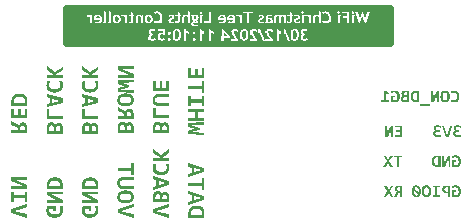
<source format=gbr>
%TF.GenerationSoftware,Altium Limited,Altium Designer,20.1.8 (145)*%
G04 Layer_Color=32896*
%FSLAX45Y45*%
%MOMM*%
%TF.SameCoordinates,7C767931-0862-4B48-A7A2-9337087A75ED*%
%TF.FilePolarity,Positive*%
%TF.FileFunction,Legend,Bot*%
%TF.Part,Single*%
G01*
G75*
%TA.AperFunction,NonConductor*%
%ADD41C,0.50800*%
G36*
X698747Y1443766D02*
X704532Y1443303D01*
X709623Y1442841D01*
X714019Y1442146D01*
X717490Y1441221D01*
X718878Y1440989D01*
X720035Y1440758D01*
X721192Y1440527D01*
X721887Y1440295D01*
X722118Y1440064D01*
X722349D01*
X726746Y1438444D01*
X730911Y1436593D01*
X734382Y1434510D01*
X737390Y1432659D01*
X739704Y1431040D01*
X741555Y1429651D01*
X742481Y1428726D01*
X742943Y1428263D01*
X745720Y1425255D01*
X748265Y1421784D01*
X750348Y1418544D01*
X751968Y1415536D01*
X753356Y1412759D01*
X754282Y1410677D01*
X754744Y1409057D01*
X754976Y1408826D01*
Y1408594D01*
X756364Y1404198D01*
X757290Y1399570D01*
X757984Y1394942D01*
X758447Y1390777D01*
X758678Y1387075D01*
X758910Y1385455D01*
Y1341259D01*
X622850D01*
Y1375736D01*
X623081Y1382215D01*
X623544Y1388232D01*
X624470Y1393322D01*
X625395Y1397950D01*
X625627Y1399801D01*
X626089Y1401653D01*
X626552Y1403041D01*
X627015Y1404198D01*
X627246Y1405123D01*
X627478Y1406049D01*
X627709Y1406280D01*
Y1406512D01*
X629792Y1411140D01*
X631874Y1415305D01*
X634188Y1419007D01*
X636502Y1422015D01*
X638585Y1424561D01*
X640204Y1426412D01*
X641130Y1427337D01*
X641593Y1427800D01*
X645295Y1430808D01*
X648997Y1433353D01*
X652700Y1435436D01*
X656171Y1437056D01*
X659179Y1438444D01*
X661724Y1439370D01*
X662650Y1439601D01*
X663344Y1439833D01*
X663575Y1440064D01*
X663807D01*
X668666Y1441452D01*
X673757Y1442378D01*
X678616Y1443072D01*
X683012Y1443535D01*
X686946Y1443766D01*
X688566Y1443998D01*
X689954D01*
X690880D01*
X691805D01*
X692268D01*
X692500D01*
X698747Y1443766D01*
D02*
G37*
G36*
X758910Y1234123D02*
X622850D01*
Y1316037D01*
X644601D01*
Y1260271D01*
X682318D01*
Y1313491D01*
X703375D01*
Y1260271D01*
X737159D01*
Y1316037D01*
X758910D01*
Y1234123D01*
D02*
G37*
G36*
X668435Y1187844D02*
X671443Y1186225D01*
X674219Y1184836D01*
X676533Y1183448D01*
X678384Y1182060D01*
X680004Y1181134D01*
X680930Y1180208D01*
X681624Y1179746D01*
X681855Y1179514D01*
X683475Y1177895D01*
X684632Y1176275D01*
X685558Y1174655D01*
X686483Y1173267D01*
X686946Y1172110D01*
X687177Y1171184D01*
X687409Y1170490D01*
Y1170259D01*
X688566Y1174886D01*
X689029Y1176969D01*
X689723Y1178820D01*
X690186Y1180208D01*
X690648Y1181365D01*
X691111Y1182060D01*
Y1182291D01*
X693194Y1186225D01*
X694351Y1187844D01*
X695508Y1189233D01*
X696433Y1190158D01*
X697127Y1191084D01*
X697590Y1191547D01*
X697822Y1191778D01*
X701292Y1194323D01*
X704532Y1196175D01*
X705920Y1196869D01*
X707077Y1197332D01*
X707772Y1197794D01*
X708003D01*
X712399Y1199183D01*
X714713Y1199646D01*
X716796Y1199877D01*
X718647Y1200108D01*
X720035D01*
X720961D01*
X721192D01*
X724895Y1199877D01*
X728366Y1199646D01*
X731374Y1198951D01*
X733919Y1198257D01*
X736002Y1197563D01*
X737390Y1197100D01*
X738547Y1196637D01*
X738778Y1196406D01*
X741324Y1195018D01*
X743638Y1193398D01*
X745489Y1191778D01*
X747340Y1190158D01*
X748497Y1188770D01*
X749654Y1187613D01*
X750117Y1186687D01*
X750348Y1186456D01*
X751968Y1183911D01*
X753356Y1181365D01*
X754513Y1178820D01*
X755439Y1176275D01*
X755901Y1174192D01*
X756364Y1172572D01*
X756827Y1171415D01*
Y1170953D01*
X757984Y1163779D01*
X758447Y1160540D01*
X758678Y1157300D01*
X758910Y1154524D01*
Y1111022D01*
X622850D01*
Y1136706D01*
X679310D01*
Y1141566D01*
X679079Y1143880D01*
X678847Y1146194D01*
X678384Y1148045D01*
X677690Y1149664D01*
X676996Y1151053D01*
X676533Y1151978D01*
X676302Y1152673D01*
X676071Y1152904D01*
X674682Y1154524D01*
X673294Y1156143D01*
X670054Y1158457D01*
X668666Y1159152D01*
X667509Y1159846D01*
X666815Y1160309D01*
X666583D01*
X622850Y1179514D01*
Y1209595D01*
X668435Y1187844D01*
D02*
G37*
G36*
X758910Y713255D02*
X721192D01*
X661261D01*
X676996Y706545D01*
X758910Y669522D01*
Y638052D01*
X622850D01*
Y661423D01*
X664964D01*
X721424D01*
X703838Y668828D01*
X622850Y705157D01*
Y736626D01*
X758910D01*
Y713255D01*
D02*
G37*
G36*
Y526752D02*
X738084D01*
Y556602D01*
X643907D01*
Y526752D01*
X622850D01*
Y612599D01*
X643907D01*
Y582749D01*
X738084D01*
Y612599D01*
X758910D01*
Y526752D01*
D02*
G37*
G36*
Y483713D02*
X678384Y460805D01*
X649923Y453169D01*
X676765Y445764D01*
X758910Y422856D01*
Y393700D01*
X622850Y435351D01*
Y469135D01*
X758910Y511017D01*
Y483713D01*
D02*
G37*
G36*
X2258864Y1577049D02*
X2122804D01*
Y1658963D01*
X2144555D01*
Y1603197D01*
X2182272D01*
Y1656418D01*
X2203329D01*
Y1603197D01*
X2237113D01*
Y1658963D01*
X2258864D01*
Y1577049D01*
D02*
G37*
G36*
Y1448857D02*
X2237576D01*
Y1486112D01*
X2122804D01*
Y1512259D01*
X2237576D01*
Y1549514D01*
X2258864D01*
Y1448857D01*
D02*
G37*
G36*
Y1338945D02*
X2238038D01*
Y1368795D01*
X2143861D01*
Y1338945D01*
X2122804D01*
Y1424792D01*
X2143861D01*
Y1394942D01*
X2238038D01*
Y1424792D01*
X2258864D01*
Y1338945D01*
D02*
G37*
G36*
Y1287807D02*
X2204255D01*
Y1241528D01*
X2258864D01*
Y1215843D01*
X2122804D01*
Y1241528D01*
X2182041D01*
Y1287807D01*
X2122804D01*
Y1313492D01*
X2258864D01*
Y1287807D01*
D02*
G37*
G36*
Y1180672D02*
X2169083Y1177201D01*
X2147795Y1176738D01*
X2165844Y1171647D01*
X2217444Y1155681D01*
Y1139715D01*
X2168852Y1124674D01*
X2147563Y1118427D01*
X2171628Y1117501D01*
X2258864Y1114493D01*
Y1091816D01*
X2122804Y1099452D01*
Y1128145D01*
X2164455Y1141566D01*
X2182041Y1146194D01*
X2164918Y1151053D01*
X2122804Y1164474D01*
Y1194787D01*
X2258864Y1202423D01*
Y1180672D01*
D02*
G37*
G36*
Y813218D02*
Y777352D01*
X2122804Y737089D01*
Y762543D01*
X2149646Y770179D01*
Y817614D01*
X2122804Y825250D01*
Y853480D01*
X2258864Y813218D01*
D02*
G37*
G36*
Y627640D02*
X2237576D01*
Y664894D01*
X2122804D01*
Y691042D01*
X2237576D01*
Y728296D01*
X2258864D01*
Y627640D01*
D02*
G37*
G36*
Y578584D02*
Y542718D01*
X2122804Y502456D01*
Y527909D01*
X2149646Y535545D01*
Y582981D01*
X2122804Y590617D01*
Y618847D01*
X2258864Y578584D01*
D02*
G37*
G36*
X2198701Y496208D02*
X2204486Y495745D01*
X2209577Y495282D01*
X2213973Y494588D01*
X2217444Y493663D01*
X2218833Y493431D01*
X2219990Y493200D01*
X2221147Y492969D01*
X2221841Y492737D01*
X2222072Y492506D01*
X2222304D01*
X2226700Y490886D01*
X2230865Y489035D01*
X2234336Y486952D01*
X2237344Y485101D01*
X2239658Y483481D01*
X2241509Y482093D01*
X2242435Y481167D01*
X2242898Y480705D01*
X2245674Y477697D01*
X2248220Y474226D01*
X2250302Y470986D01*
X2251922Y467978D01*
X2253310Y465201D01*
X2254236Y463119D01*
X2254699Y461499D01*
X2254930Y461268D01*
Y461036D01*
X2256319Y456640D01*
X2257244Y452012D01*
X2257938Y447384D01*
X2258401Y443219D01*
X2258633Y439517D01*
X2258864Y437897D01*
Y393701D01*
X2122804D01*
Y428178D01*
X2123036Y434657D01*
X2123498Y440673D01*
X2124424Y445764D01*
X2125350Y450392D01*
X2125581Y452243D01*
X2126044Y454094D01*
X2126507Y455483D01*
X2126969Y456640D01*
X2127201Y457565D01*
X2127432Y458491D01*
X2127664Y458722D01*
Y458954D01*
X2129746Y463581D01*
X2131829Y467747D01*
X2134143Y471449D01*
X2136456Y474457D01*
X2138539Y477002D01*
X2140159Y478853D01*
X2141084Y479779D01*
X2141547Y480242D01*
X2145249Y483250D01*
X2148952Y485795D01*
X2152654Y487878D01*
X2156125Y489498D01*
X2159133Y490886D01*
X2161678Y491812D01*
X2162604Y492043D01*
X2163298Y492274D01*
X2163530Y492506D01*
X2163761D01*
X2168620Y493894D01*
X2173711Y494820D01*
X2178570Y495514D01*
X2182967Y495977D01*
X2186900Y496208D01*
X2188520Y496439D01*
X2189908D01*
X2190834D01*
X2191760D01*
X2192222D01*
X2192454D01*
X2198701Y496208D01*
D02*
G37*
G36*
X993888Y1626799D02*
X1058910Y1673077D01*
Y1642071D01*
X996665Y1601577D01*
X1058910D01*
Y1575429D01*
X922850D01*
Y1601577D01*
X988566D01*
X922850Y1642302D01*
Y1675391D01*
X993888Y1626799D01*
D02*
G37*
G36*
X1057059Y1546042D02*
X1057753Y1543265D01*
X1057984Y1542340D01*
X1058216Y1541414D01*
X1058447Y1540951D01*
Y1540720D01*
X1059141Y1537712D01*
X1059604Y1535167D01*
Y1534010D01*
X1059835Y1533315D01*
Y1532621D01*
X1060298Y1529613D01*
X1060530Y1527068D01*
X1060761Y1526142D01*
Y1524522D01*
X1060992Y1521514D01*
Y1515730D01*
X1060761Y1510407D01*
X1060298Y1505548D01*
X1059373Y1501152D01*
X1058678Y1497449D01*
X1057753Y1494210D01*
X1056827Y1491896D01*
X1056596Y1490970D01*
X1056364Y1490276D01*
X1056133Y1490045D01*
Y1489813D01*
X1054050Y1485648D01*
X1051968Y1481946D01*
X1049654Y1478475D01*
X1047340Y1475467D01*
X1045257Y1473153D01*
X1043638Y1471302D01*
X1042481Y1470376D01*
X1042018Y1469913D01*
X1038316Y1467137D01*
X1034613Y1464591D01*
X1030680Y1462509D01*
X1027209Y1460658D01*
X1023969Y1459269D01*
X1021655Y1458344D01*
X1020730Y1457881D01*
X1020036Y1457650D01*
X1019573Y1457418D01*
X1019341D01*
X1014251Y1456030D01*
X1008929Y1455104D01*
X1003838Y1454179D01*
X998979Y1453716D01*
X995045Y1453485D01*
X993194D01*
X991805Y1453253D01*
X990417D01*
X989492D01*
X989029D01*
X988797D01*
X982781Y1453485D01*
X976996Y1453947D01*
X971906Y1454410D01*
X967741Y1455336D01*
X964038Y1456030D01*
X962650Y1456261D01*
X961493Y1456493D01*
X960567Y1456724D01*
X959873Y1456955D01*
X959410Y1457187D01*
X959179D01*
X954782Y1458807D01*
X950617Y1460658D01*
X947146Y1462509D01*
X943907Y1464360D01*
X941593Y1466211D01*
X939742Y1467600D01*
X938585Y1468525D01*
X938122Y1468757D01*
X935114Y1471765D01*
X932569Y1475004D01*
X930255Y1478244D01*
X928404Y1481252D01*
X927015Y1484029D01*
X926090Y1486111D01*
X925395Y1487499D01*
X925164Y1487731D01*
Y1487962D01*
X923776Y1492359D01*
X922850Y1496755D01*
X921924Y1501152D01*
X921462Y1505085D01*
X921230Y1508788D01*
Y1510176D01*
X920999Y1511333D01*
Y1517349D01*
X921230Y1520589D01*
X921693Y1523597D01*
X921924Y1526142D01*
X922387Y1528456D01*
X922619Y1530076D01*
X922850Y1531002D01*
Y1531464D01*
X924470Y1537943D01*
X925164Y1540951D01*
X926090Y1543497D01*
X927015Y1545811D01*
X927478Y1547662D01*
X927941Y1548819D01*
X928172Y1549282D01*
X952237D01*
X951080Y1546736D01*
X949923Y1544191D01*
X949692Y1543265D01*
X949229Y1542340D01*
X948998Y1541877D01*
Y1541646D01*
X948072Y1538638D01*
X947146Y1536092D01*
X946915Y1535167D01*
X946684Y1534241D01*
X946452Y1533778D01*
Y1533547D01*
X945758Y1530539D01*
X945064Y1527993D01*
X944833Y1527068D01*
Y1526142D01*
X944601Y1525679D01*
Y1525448D01*
X944370Y1522671D01*
X944138Y1520357D01*
Y1518043D01*
X944370Y1514573D01*
X944601Y1511564D01*
X945064Y1508788D01*
X945758Y1506242D01*
X946221Y1504391D01*
X946684Y1502771D01*
X946915Y1501846D01*
X947146Y1501614D01*
X948535Y1499069D01*
X949923Y1496987D01*
X951543Y1494904D01*
X952931Y1493284D01*
X954320Y1491896D01*
X955477Y1490970D01*
X956171Y1490276D01*
X956402Y1490045D01*
X958716Y1488425D01*
X961261Y1487268D01*
X963575Y1486111D01*
X965889Y1485185D01*
X967972Y1484491D01*
X969592Y1484029D01*
X970517Y1483566D01*
X970980D01*
X977922Y1482409D01*
X981161Y1481946D01*
X984169Y1481715D01*
X986946D01*
X989029Y1481483D01*
X990417D01*
X990649D01*
X990880D01*
X994582D01*
X998285Y1481715D01*
X1001524Y1482177D01*
X1004301Y1482409D01*
X1006615Y1482872D01*
X1008466Y1483103D01*
X1009391Y1483334D01*
X1009854D01*
X1013094Y1484260D01*
X1015870Y1485185D01*
X1018416Y1486342D01*
X1020730Y1487268D01*
X1022349Y1488425D01*
X1023738Y1489119D01*
X1024663Y1489582D01*
X1024895Y1489813D01*
X1027209Y1491665D01*
X1029060Y1493516D01*
X1030680Y1495367D01*
X1032068Y1497218D01*
X1033225Y1498838D01*
X1033919Y1499995D01*
X1034382Y1500920D01*
X1034613Y1501152D01*
X1035770Y1503928D01*
X1036696Y1506705D01*
X1037390Y1509482D01*
X1037853Y1512027D01*
X1038084Y1514341D01*
X1038316Y1516192D01*
Y1517812D01*
X1038084Y1522903D01*
X1037853Y1525217D01*
X1037390Y1527531D01*
X1037159Y1529382D01*
X1036696Y1530770D01*
X1036465Y1531927D01*
Y1532158D01*
X1034845Y1538175D01*
X1033919Y1541183D01*
X1032994Y1543728D01*
X1032068Y1546042D01*
X1031374Y1547662D01*
X1030911Y1548819D01*
X1030680Y1549282D01*
X1056133D01*
X1057059Y1546042D01*
D02*
G37*
G36*
X1058910Y1403966D02*
Y1368100D01*
X922850Y1327838D01*
Y1353291D01*
X949692Y1360927D01*
Y1408363D01*
X922850Y1415999D01*
Y1444229D01*
X1058910Y1403966D01*
D02*
G37*
G36*
X944833Y1256800D02*
X1058910D01*
Y1230652D01*
X922850D01*
Y1314185D01*
X944833D01*
Y1256800D01*
D02*
G37*
G36*
X969129Y1201728D02*
X970980Y1201265D01*
X972831Y1201034D01*
X974220Y1200571D01*
X975377Y1200108D01*
X976071Y1199877D01*
X976302D01*
X980004Y1198026D01*
X981624Y1197100D01*
X983013Y1196406D01*
X983938Y1195480D01*
X984864Y1195017D01*
X985326Y1194555D01*
X985558Y1194323D01*
X988103Y1191547D01*
X990186Y1189001D01*
X990880Y1187844D01*
X991343Y1186919D01*
X991805Y1186456D01*
Y1186224D01*
X993425Y1182754D01*
X994582Y1179745D01*
X994814Y1178357D01*
X995045Y1177431D01*
X995276Y1176737D01*
Y1176506D01*
X996665Y1179977D01*
X997359Y1181597D01*
X998285Y1182754D01*
X998979Y1183911D01*
X999441Y1184605D01*
X999673Y1185067D01*
X999904Y1185299D01*
X1002450Y1187844D01*
X1004764Y1189927D01*
X1005921Y1190621D01*
X1006615Y1191084D01*
X1007077Y1191547D01*
X1007309D01*
X1010548Y1193166D01*
X1013325Y1194323D01*
X1014482Y1194786D01*
X1015408Y1195017D01*
X1015870Y1195249D01*
X1016102D01*
X1019804Y1196174D01*
X1022812Y1196406D01*
X1024201Y1196637D01*
X1025126D01*
X1025820D01*
X1026052D01*
X1029060Y1196406D01*
X1031837Y1196174D01*
X1036927Y1194786D01*
X1041092Y1192935D01*
X1044563Y1190852D01*
X1047109Y1188538D01*
X1048960Y1186687D01*
X1050117Y1185299D01*
X1050580Y1185067D01*
Y1184836D01*
X1051968Y1182522D01*
X1053356Y1179977D01*
X1055439Y1174655D01*
X1056827Y1168870D01*
X1057984Y1163085D01*
X1058216Y1160540D01*
X1058447Y1157994D01*
X1058678Y1155912D01*
Y1153829D01*
X1058910Y1152441D01*
Y1106162D01*
X922850D01*
Y1147582D01*
X923081Y1152441D01*
X923313Y1156837D01*
X923776Y1161003D01*
X924470Y1164936D01*
X925164Y1168639D01*
X926090Y1171878D01*
X927015Y1174886D01*
X928172Y1177663D01*
X929098Y1179977D01*
X930023Y1182059D01*
X930949Y1183911D01*
X931643Y1185299D01*
X932337Y1186456D01*
X932800Y1187150D01*
X933263Y1187613D01*
Y1187844D01*
X935345Y1190390D01*
X937659Y1192472D01*
X939973Y1194323D01*
X942519Y1195943D01*
X945064Y1197331D01*
X947841Y1198488D01*
X952700Y1200108D01*
X957328Y1201265D01*
X959410Y1201496D01*
X961030Y1201728D01*
X962418Y1201959D01*
X963575D01*
X964270D01*
X964501D01*
X969129Y1201728D01*
D02*
G37*
G36*
X998747Y735006D02*
X1004532Y734543D01*
X1009623Y734081D01*
X1014019Y733386D01*
X1017490Y732461D01*
X1018879Y732229D01*
X1020036Y731998D01*
X1021193Y731767D01*
X1021887Y731535D01*
X1022118Y731304D01*
X1022349D01*
X1026746Y729684D01*
X1030911Y727833D01*
X1034382Y725750D01*
X1037390Y723899D01*
X1039704Y722279D01*
X1041555Y720891D01*
X1042481Y719966D01*
X1042944Y719503D01*
X1045720Y716495D01*
X1048266Y713024D01*
X1050348Y709784D01*
X1051968Y706776D01*
X1053356Y703999D01*
X1054282Y701917D01*
X1054745Y700297D01*
X1054976Y700066D01*
Y699834D01*
X1056364Y695438D01*
X1057290Y690810D01*
X1057984Y686182D01*
X1058447Y682017D01*
X1058678Y678315D01*
X1058910Y676695D01*
Y632499D01*
X922850D01*
Y666976D01*
X923081Y673455D01*
X923544Y679472D01*
X924470Y684562D01*
X925395Y689190D01*
X925627Y691041D01*
X926090Y692892D01*
X926552Y694281D01*
X927015Y695438D01*
X927247Y696363D01*
X927478Y697289D01*
X927709Y697520D01*
Y697752D01*
X929792Y702380D01*
X931874Y706545D01*
X934188Y710247D01*
X936502Y713255D01*
X938585Y715800D01*
X940205Y717652D01*
X941130Y718577D01*
X941593Y719040D01*
X945295Y722048D01*
X948998Y724593D01*
X952700Y726676D01*
X956171Y728296D01*
X959179Y729684D01*
X961724Y730610D01*
X962650Y730841D01*
X963344Y731072D01*
X963575Y731304D01*
X963807D01*
X968666Y732692D01*
X973757Y733618D01*
X978616Y734312D01*
X983013Y734775D01*
X986946Y735006D01*
X988566Y735238D01*
X989954D01*
X990880D01*
X991805D01*
X992268D01*
X992500D01*
X998747Y735006D01*
D02*
G37*
G36*
X1058910Y591079D02*
X1021193D01*
X961261D01*
X976996Y584369D01*
X1058910Y547346D01*
Y515876D01*
X922850D01*
Y539247D01*
X964964D01*
X1021424D01*
X1003838Y546651D01*
X922850Y582980D01*
Y614450D01*
X1058910D01*
Y591079D01*
D02*
G37*
G36*
X1001524Y448078D02*
X980467D01*
Y471217D01*
X945527D01*
X945295Y470060D01*
X944833Y469134D01*
X944601Y468440D01*
Y468209D01*
X944370Y467052D01*
X944138Y466126D01*
X943907Y465432D01*
Y465201D01*
X943676Y464044D01*
Y462887D01*
X943444Y461961D01*
Y457565D01*
X943676Y454094D01*
X943907Y450623D01*
X944370Y447846D01*
X945064Y445301D01*
X945527Y443450D01*
X945989Y441830D01*
X946221Y440904D01*
X946452Y440673D01*
X947841Y438128D01*
X949229Y436045D01*
X950849Y433963D01*
X952237Y432343D01*
X953625Y431186D01*
X954782Y430029D01*
X955477Y429566D01*
X955708Y429335D01*
X960567Y426558D01*
X963113Y425401D01*
X965427Y424475D01*
X967509Y423781D01*
X969129Y423318D01*
X970054Y422856D01*
X970517D01*
X977228Y421699D01*
X980699Y421467D01*
X983707Y421236D01*
X986252Y421004D01*
X988335D01*
X989723D01*
X989954D01*
X990186D01*
X994351Y421236D01*
X998053Y421467D01*
X1001524Y421930D01*
X1004532Y422393D01*
X1006846Y422856D01*
X1008697Y423087D01*
X1009854Y423550D01*
X1010317D01*
X1013557Y424707D01*
X1016565Y425864D01*
X1019110Y427021D01*
X1021193Y428178D01*
X1023044Y429335D01*
X1024201Y430260D01*
X1025126Y430723D01*
X1025358Y430954D01*
X1027672Y432806D01*
X1029523Y434888D01*
X1031142Y436971D01*
X1032531Y438822D01*
X1033456Y440673D01*
X1034151Y442061D01*
X1034613Y442987D01*
X1034845Y443218D01*
X1036002Y445995D01*
X1036927Y449003D01*
X1037390Y451780D01*
X1037853Y454557D01*
X1038084Y456639D01*
X1038316Y458490D01*
Y463581D01*
X1037853Y467052D01*
X1037621Y470291D01*
X1037159Y473068D01*
X1036696Y475382D01*
X1036233Y477233D01*
X1036002Y478390D01*
X1035770Y478853D01*
X1034845Y482324D01*
X1033919Y485332D01*
X1032994Y488340D01*
X1032068Y490885D01*
X1031142Y492968D01*
X1030680Y494588D01*
X1030217Y495513D01*
X1029985Y495976D01*
X1055207D01*
X1056827Y489266D01*
X1057753Y486258D01*
X1058216Y483481D01*
X1058678Y481167D01*
X1059141Y479547D01*
X1059373Y478390D01*
Y477927D01*
X1060530Y471448D01*
X1060761Y468440D01*
X1060992Y465664D01*
X1061224Y463350D01*
Y459879D01*
X1060992Y454094D01*
X1060530Y448772D01*
X1059604Y444144D01*
X1058678Y439979D01*
X1057753Y436508D01*
X1057290Y435120D01*
X1056827Y433963D01*
X1056596Y432806D01*
X1056364Y432111D01*
X1056133Y431880D01*
Y431649D01*
X1054050Y427252D01*
X1051968Y423318D01*
X1049654Y419616D01*
X1047340Y416608D01*
X1045257Y414294D01*
X1043638Y412443D01*
X1042481Y411286D01*
X1042018Y410823D01*
X1038316Y407815D01*
X1034613Y405270D01*
X1030680Y403187D01*
X1027209Y401336D01*
X1023969Y399948D01*
X1021655Y399022D01*
X1020730Y398559D01*
X1020036Y398328D01*
X1019573Y398096D01*
X1019341D01*
X1014251Y396708D01*
X1008929Y395551D01*
X1003838Y394857D01*
X998979Y394163D01*
X995045Y393931D01*
X993194D01*
X991805Y393700D01*
X990417D01*
X989492D01*
X989029D01*
X988797D01*
X982781Y393931D01*
X977228Y394394D01*
X972137Y395088D01*
X967741Y395783D01*
X964270Y396477D01*
X962650Y396940D01*
X961493Y397171D01*
X960567Y397402D01*
X959873Y397634D01*
X959410Y397865D01*
X959179D01*
X954551Y399485D01*
X950386Y401567D01*
X946684Y403419D01*
X943676Y405501D01*
X941130Y407121D01*
X939279Y408509D01*
X938122Y409666D01*
X937659Y409898D01*
X934651Y412906D01*
X932106Y416145D01*
X929792Y419385D01*
X927941Y422393D01*
X926552Y425170D01*
X925627Y427252D01*
X924933Y428640D01*
X924701Y428872D01*
Y429103D01*
X923313Y433500D01*
X922387Y437896D01*
X921462Y442061D01*
X920999Y445995D01*
X920768Y449466D01*
Y450854D01*
X920536Y452243D01*
Y458953D01*
X920768Y463118D01*
X921230Y466821D01*
X921693Y470291D01*
X921924Y472837D01*
X922387Y474919D01*
X922619Y476308D01*
Y476770D01*
X923313Y480473D01*
X924470Y484175D01*
X925395Y487415D01*
X926552Y490423D01*
X927478Y492968D01*
X928172Y494819D01*
X928635Y495976D01*
X928866Y496439D01*
X1001524D01*
Y448078D01*
D02*
G37*
G36*
X1658864Y1651789D02*
X1621147D01*
X1561216D01*
X1576950Y1645079D01*
X1658864Y1608056D01*
Y1576586D01*
X1522804D01*
Y1599957D01*
X1564918D01*
X1621378D01*
X1603792Y1607362D01*
X1522804Y1643690D01*
Y1675160D01*
X1658864D01*
Y1651789D01*
D02*
G37*
G36*
Y1541646D02*
X1569083Y1538175D01*
X1547795Y1537712D01*
X1565843Y1532621D01*
X1617444Y1516655D01*
Y1500689D01*
X1568852Y1485648D01*
X1547563Y1479401D01*
X1571628Y1478475D01*
X1658864Y1475467D01*
Y1452790D01*
X1522804Y1460426D01*
Y1489119D01*
X1564455Y1502540D01*
X1582041Y1507168D01*
X1564918Y1512027D01*
X1522804Y1525448D01*
Y1555761D01*
X1658864Y1563397D01*
Y1541646D01*
D02*
G37*
G36*
X1597544Y1445617D02*
X1603329Y1445154D01*
X1608883Y1444692D01*
X1613973Y1443766D01*
X1618601Y1442609D01*
X1622766Y1441452D01*
X1626700Y1440295D01*
X1630171Y1439138D01*
X1633179Y1437750D01*
X1635956Y1436593D01*
X1638270Y1435436D01*
X1640121Y1434279D01*
X1641509Y1433353D01*
X1642435Y1432890D01*
X1643129Y1432428D01*
X1643360Y1432196D01*
X1646600Y1429420D01*
X1649145Y1426643D01*
X1651691Y1423403D01*
X1653773Y1420164D01*
X1655393Y1416693D01*
X1656781Y1413453D01*
X1657938Y1409982D01*
X1658864Y1406743D01*
X1659789Y1403735D01*
X1660252Y1400958D01*
X1660715Y1398413D01*
X1660946Y1396099D01*
X1661178Y1394248D01*
Y1391702D01*
X1660946Y1387537D01*
X1660484Y1383372D01*
X1659789Y1379670D01*
X1659095Y1376430D01*
X1658401Y1373885D01*
X1657707Y1371802D01*
X1657244Y1370414D01*
X1657013Y1370183D01*
Y1369951D01*
X1655162Y1366249D01*
X1653310Y1362778D01*
X1650996Y1359770D01*
X1648914Y1357225D01*
X1647063Y1355142D01*
X1645443Y1353522D01*
X1644517Y1352597D01*
X1644055Y1352134D01*
X1640584Y1349589D01*
X1637113Y1347275D01*
X1633410Y1345192D01*
X1629940Y1343572D01*
X1626700Y1342184D01*
X1624386Y1341258D01*
X1623461Y1340796D01*
X1622766Y1340564D01*
X1622304Y1340333D01*
X1622072D01*
X1616750Y1338944D01*
X1611428Y1338019D01*
X1606106Y1337093D01*
X1601015Y1336631D01*
X1596619Y1336399D01*
X1594768D01*
X1593148Y1336168D01*
X1591991D01*
X1591065D01*
X1590371D01*
X1590140D01*
X1583892Y1336399D01*
X1578107Y1336862D01*
X1572785Y1337325D01*
X1567695Y1338250D01*
X1563067Y1339176D01*
X1558902Y1340333D01*
X1554968Y1341721D01*
X1551497Y1342878D01*
X1548489Y1344035D01*
X1545712Y1345424D01*
X1543398Y1346580D01*
X1541547Y1347506D01*
X1540159Y1348432D01*
X1539233Y1349126D01*
X1538539Y1349357D01*
X1538308Y1349589D01*
X1535068Y1352365D01*
X1532523Y1355142D01*
X1529977Y1358382D01*
X1528126Y1361621D01*
X1526275Y1365092D01*
X1524887Y1368332D01*
X1523730Y1371802D01*
X1522804Y1375042D01*
X1521879Y1378050D01*
X1521416Y1380827D01*
X1520953Y1383372D01*
X1520722Y1385686D01*
Y1387537D01*
X1520490Y1388926D01*
Y1390083D01*
X1520722Y1394248D01*
X1521184Y1398413D01*
X1521647Y1402115D01*
X1522573Y1405355D01*
X1523267Y1407900D01*
X1523730Y1409982D01*
X1524193Y1411371D01*
X1524424Y1411834D01*
X1526275Y1415536D01*
X1528126Y1418775D01*
X1530209Y1421784D01*
X1532291Y1424560D01*
X1534142Y1426643D01*
X1535762Y1428031D01*
X1536688Y1429188D01*
X1537151Y1429420D01*
X1540622Y1432196D01*
X1544324Y1434510D01*
X1548026Y1436593D01*
X1551497Y1438213D01*
X1554737Y1439601D01*
X1557050Y1440758D01*
X1557976Y1440989D01*
X1558670Y1441221D01*
X1559133Y1441452D01*
X1559364D01*
X1564686Y1442840D01*
X1570009Y1443997D01*
X1575331Y1444692D01*
X1580421Y1445386D01*
X1584818Y1445617D01*
X1586669D01*
X1588289Y1445849D01*
X1589446D01*
X1590371D01*
X1591065D01*
X1591297D01*
X1597544Y1445617D01*
D02*
G37*
G36*
X1568389Y1305161D02*
X1571397Y1303541D01*
X1574174Y1302153D01*
X1576488Y1300764D01*
X1578339Y1299376D01*
X1579958Y1298451D01*
X1580884Y1297525D01*
X1581578Y1297062D01*
X1581810Y1296831D01*
X1583429Y1295211D01*
X1584586Y1293591D01*
X1585512Y1291972D01*
X1586438Y1290583D01*
X1586900Y1289426D01*
X1587132Y1288501D01*
X1587363Y1287806D01*
Y1287575D01*
X1588520Y1292203D01*
X1588983Y1294285D01*
X1589677Y1296137D01*
X1590140Y1297525D01*
X1590603Y1298682D01*
X1591065Y1299376D01*
Y1299608D01*
X1593148Y1303541D01*
X1594305Y1305161D01*
X1595462Y1306549D01*
X1596387Y1307475D01*
X1597082Y1308400D01*
X1597544Y1308863D01*
X1597776Y1309095D01*
X1601247Y1311640D01*
X1604486Y1313491D01*
X1605875Y1314185D01*
X1607032Y1314648D01*
X1607726Y1315111D01*
X1607957D01*
X1612354Y1316499D01*
X1614668Y1316962D01*
X1616750Y1317193D01*
X1618601Y1317425D01*
X1619990D01*
X1620915D01*
X1621147D01*
X1624849Y1317193D01*
X1628320Y1316962D01*
X1631328Y1316268D01*
X1633873Y1315574D01*
X1635956Y1314880D01*
X1637344Y1314417D01*
X1638501Y1313954D01*
X1638733Y1313723D01*
X1641278Y1312334D01*
X1643592Y1310714D01*
X1645443Y1309095D01*
X1647294Y1307475D01*
X1648451Y1306087D01*
X1649608Y1304930D01*
X1650071Y1304004D01*
X1650302Y1303773D01*
X1651922Y1301227D01*
X1653310Y1298682D01*
X1654467Y1296137D01*
X1655393Y1293591D01*
X1655856Y1291509D01*
X1656319Y1289889D01*
X1656781Y1288732D01*
Y1288269D01*
X1657938Y1281096D01*
X1658401Y1277856D01*
X1658632Y1274617D01*
X1658864Y1271840D01*
Y1228338D01*
X1522804D01*
Y1254023D01*
X1579264D01*
Y1258882D01*
X1579033Y1261196D01*
X1578802Y1263510D01*
X1578339Y1265361D01*
X1577645Y1266981D01*
X1576950Y1268369D01*
X1576488Y1269295D01*
X1576256Y1269989D01*
X1576025Y1270220D01*
X1574636Y1271840D01*
X1573248Y1273460D01*
X1570009Y1275774D01*
X1568620Y1276468D01*
X1567463Y1277162D01*
X1566769Y1277625D01*
X1566538D01*
X1522804Y1296831D01*
Y1326912D01*
X1568389Y1305161D01*
D02*
G37*
G36*
X1569083Y1206587D02*
X1570934Y1206124D01*
X1572785Y1205893D01*
X1574174Y1205430D01*
X1575331Y1204967D01*
X1576025Y1204736D01*
X1576256D01*
X1579958Y1202885D01*
X1581578Y1201959D01*
X1582967Y1201265D01*
X1583892Y1200339D01*
X1584818Y1199877D01*
X1585281Y1199414D01*
X1585512Y1199183D01*
X1588057Y1196406D01*
X1590140Y1193860D01*
X1590834Y1192703D01*
X1591297Y1191778D01*
X1591760Y1191315D01*
Y1191084D01*
X1593379Y1187613D01*
X1594536Y1184605D01*
X1594768Y1183216D01*
X1594999Y1182291D01*
X1595230Y1181597D01*
Y1181365D01*
X1596619Y1184836D01*
X1597313Y1186456D01*
X1598239Y1187613D01*
X1598933Y1188770D01*
X1599396Y1189464D01*
X1599627Y1189927D01*
X1599858Y1190158D01*
X1602404Y1192703D01*
X1604718Y1194786D01*
X1605875Y1195480D01*
X1606569Y1195943D01*
X1607032Y1196406D01*
X1607263D01*
X1610502Y1198026D01*
X1613279Y1199183D01*
X1614436Y1199645D01*
X1615362Y1199877D01*
X1615825Y1200108D01*
X1616056D01*
X1619758Y1201034D01*
X1622766Y1201265D01*
X1624155Y1201496D01*
X1625080D01*
X1625774D01*
X1626006D01*
X1629014Y1201265D01*
X1631791Y1201034D01*
X1636881Y1199645D01*
X1641047Y1197794D01*
X1644517Y1195712D01*
X1647063Y1193398D01*
X1648914Y1191547D01*
X1650071Y1190158D01*
X1650534Y1189927D01*
Y1189695D01*
X1651922Y1187381D01*
X1653310Y1184836D01*
X1655393Y1179514D01*
X1656781Y1173729D01*
X1657938Y1167944D01*
X1658170Y1165399D01*
X1658401Y1162854D01*
X1658632Y1160771D01*
Y1158689D01*
X1658864Y1157300D01*
Y1111021D01*
X1522804D01*
Y1152441D01*
X1523036Y1157300D01*
X1523267Y1161697D01*
X1523730Y1165862D01*
X1524424Y1169795D01*
X1525118Y1173498D01*
X1526044Y1176737D01*
X1526969Y1179745D01*
X1528126Y1182522D01*
X1529052Y1184836D01*
X1529977Y1186919D01*
X1530903Y1188770D01*
X1531597Y1190158D01*
X1532291Y1191315D01*
X1532754Y1192009D01*
X1533217Y1192472D01*
Y1192703D01*
X1535299Y1195249D01*
X1537613Y1197331D01*
X1539927Y1199183D01*
X1542473Y1200802D01*
X1545018Y1202191D01*
X1547795Y1203348D01*
X1552654Y1204967D01*
X1557282Y1206124D01*
X1559364Y1206356D01*
X1560984Y1206587D01*
X1562373Y1206819D01*
X1563530D01*
X1564224D01*
X1564455D01*
X1569083Y1206587D01*
D02*
G37*
G36*
X1658864Y753980D02*
X1637576D01*
Y791235D01*
X1522804D01*
Y817382D01*
X1637576D01*
Y854637D01*
X1658864D01*
Y753980D01*
D02*
G37*
G36*
Y710941D02*
X1571166D01*
X1568157D01*
X1565612Y710710D01*
X1563298Y710478D01*
X1561216Y710247D01*
X1559596Y709784D01*
X1558207Y709553D01*
X1557513Y709321D01*
X1557282D01*
X1553580Y708164D01*
X1551960Y707239D01*
X1550571Y706545D01*
X1549414Y705851D01*
X1548720Y705388D01*
X1548258Y705156D01*
X1548026Y704925D01*
X1545712Y702611D01*
X1544092Y700297D01*
X1543630Y699371D01*
X1543167Y698446D01*
X1542935Y697983D01*
Y697752D01*
X1542241Y694281D01*
X1541778Y690579D01*
X1541547Y689190D01*
Y684562D01*
X1541778Y682248D01*
X1542241Y680397D01*
X1542473Y678777D01*
X1542935Y677620D01*
X1543167Y676463D01*
X1543398Y676001D01*
Y675769D01*
X1545018Y672761D01*
X1546869Y670447D01*
X1547795Y669522D01*
X1548258Y668827D01*
X1548720Y668596D01*
X1548952Y668365D01*
X1551960Y666514D01*
X1554968Y665125D01*
X1556125Y664662D01*
X1557050Y664431D01*
X1557745Y664200D01*
X1557976D01*
X1562141Y663505D01*
X1564224Y663274D01*
X1566075D01*
X1567695Y663043D01*
X1568852D01*
X1569777D01*
X1570009D01*
X1658864D01*
Y637358D01*
X1568620D01*
X1564686Y637589D01*
X1560753Y637821D01*
X1557282Y638283D01*
X1554505Y638746D01*
X1551960Y639209D01*
X1550109Y639440D01*
X1548952Y639903D01*
X1548489D01*
X1545249Y641060D01*
X1542241Y642217D01*
X1539696Y643606D01*
X1537382Y644994D01*
X1535762Y646382D01*
X1534374Y647308D01*
X1533448Y648002D01*
X1533217Y648233D01*
X1531134Y650547D01*
X1529052Y653093D01*
X1527432Y655638D01*
X1526044Y658183D01*
X1525118Y660266D01*
X1524424Y661886D01*
X1523961Y663043D01*
X1523730Y663505D01*
X1522573Y667208D01*
X1521879Y670910D01*
X1521184Y674844D01*
X1520953Y678315D01*
X1520722Y681323D01*
X1520490Y683868D01*
Y685951D01*
X1520722Y690347D01*
X1520953Y694281D01*
X1521416Y697752D01*
X1522110Y700991D01*
X1522804Y703537D01*
X1523267Y705388D01*
X1523498Y706545D01*
X1523730Y707007D01*
X1525118Y710478D01*
X1526738Y713487D01*
X1528126Y716263D01*
X1529746Y718577D01*
X1531134Y720428D01*
X1532291Y721817D01*
X1533217Y722742D01*
X1533448Y722974D01*
X1535994Y725288D01*
X1538770Y727370D01*
X1541547Y728990D01*
X1544092Y730378D01*
X1546406Y731535D01*
X1548258Y732229D01*
X1549414Y732692D01*
X1549877Y732924D01*
X1553811Y734081D01*
X1557745Y735006D01*
X1561447Y735700D01*
X1565149Y736163D01*
X1568157Y736395D01*
X1570703Y736626D01*
X1571628D01*
X1572322D01*
X1572554D01*
X1572785D01*
X1658864D01*
Y710941D01*
D02*
G37*
G36*
X1597544Y624400D02*
X1603329Y623937D01*
X1608883Y623474D01*
X1613973Y622549D01*
X1618601Y621392D01*
X1622766Y620235D01*
X1626700Y619078D01*
X1630171Y617921D01*
X1633179Y616532D01*
X1635956Y615375D01*
X1638270Y614218D01*
X1640121Y613062D01*
X1641509Y612136D01*
X1642435Y611673D01*
X1643129Y611210D01*
X1643360Y610979D01*
X1646600Y608202D01*
X1649145Y605426D01*
X1651691Y602186D01*
X1653773Y598946D01*
X1655393Y595476D01*
X1656781Y592236D01*
X1657938Y588765D01*
X1658864Y585526D01*
X1659789Y582518D01*
X1660252Y579741D01*
X1660715Y577195D01*
X1660946Y574882D01*
X1661178Y573030D01*
Y570485D01*
X1660946Y566320D01*
X1660484Y562155D01*
X1659789Y558453D01*
X1659095Y555213D01*
X1658401Y552668D01*
X1657707Y550585D01*
X1657244Y549197D01*
X1657013Y548965D01*
Y548734D01*
X1655162Y545032D01*
X1653310Y541561D01*
X1650996Y538553D01*
X1648914Y536007D01*
X1647063Y533925D01*
X1645443Y532305D01*
X1644517Y531379D01*
X1644055Y530917D01*
X1640584Y528371D01*
X1637113Y526057D01*
X1633410Y523975D01*
X1629940Y522355D01*
X1626700Y520967D01*
X1624386Y520041D01*
X1623461Y519578D01*
X1622766Y519347D01*
X1622304Y519116D01*
X1622072D01*
X1616750Y517727D01*
X1611428Y516802D01*
X1606106Y515876D01*
X1601015Y515413D01*
X1596619Y515182D01*
X1594768D01*
X1593148Y514950D01*
X1591991D01*
X1591065D01*
X1590371D01*
X1590140D01*
X1583892Y515182D01*
X1578107Y515645D01*
X1572785Y516107D01*
X1567695Y517033D01*
X1563067Y517959D01*
X1558902Y519116D01*
X1554968Y520504D01*
X1551497Y521661D01*
X1548489Y522818D01*
X1545712Y524206D01*
X1543398Y525363D01*
X1541547Y526289D01*
X1540159Y527214D01*
X1539233Y527909D01*
X1538539Y528140D01*
X1538308Y528371D01*
X1535068Y531148D01*
X1532523Y533925D01*
X1529977Y537164D01*
X1528126Y540404D01*
X1526275Y543875D01*
X1524887Y547114D01*
X1523730Y550585D01*
X1522804Y553825D01*
X1521879Y556833D01*
X1521416Y559609D01*
X1520953Y562155D01*
X1520722Y564469D01*
Y566320D01*
X1520490Y567708D01*
Y568865D01*
X1520722Y573030D01*
X1521184Y577195D01*
X1521647Y580898D01*
X1522573Y584137D01*
X1523267Y586683D01*
X1523730Y588765D01*
X1524193Y590154D01*
X1524424Y590616D01*
X1526275Y594319D01*
X1528126Y597558D01*
X1530209Y600566D01*
X1532291Y603343D01*
X1534142Y605426D01*
X1535762Y606814D01*
X1536688Y607971D01*
X1537151Y608202D01*
X1540622Y610979D01*
X1544324Y613293D01*
X1548026Y615375D01*
X1551497Y616995D01*
X1554737Y618384D01*
X1557050Y619541D01*
X1557976Y619772D01*
X1558670Y620003D01*
X1559133Y620235D01*
X1559364D01*
X1564686Y621623D01*
X1570009Y622780D01*
X1575331Y623474D01*
X1580421Y624168D01*
X1584818Y624400D01*
X1586669D01*
X1588289Y624631D01*
X1589446D01*
X1590371D01*
X1591065D01*
X1591297D01*
X1597544Y624400D01*
D02*
G37*
G36*
X1658864Y483712D02*
X1578339Y460804D01*
X1549877Y453168D01*
X1576719Y445764D01*
X1658864Y422856D01*
Y393700D01*
X1522804Y435351D01*
Y469134D01*
X1658864Y511017D01*
Y483712D01*
D02*
G37*
G36*
X1958980Y1468757D02*
X1822920D01*
Y1550670D01*
X1844671D01*
Y1494904D01*
X1882388D01*
Y1548125D01*
X1903445D01*
Y1494904D01*
X1937229D01*
Y1550670D01*
X1958980D01*
Y1468757D01*
D02*
G37*
G36*
Y1414842D02*
X1871281D01*
X1868273D01*
X1865728Y1414610D01*
X1863414Y1414379D01*
X1861332Y1414148D01*
X1859712Y1413685D01*
X1858323Y1413453D01*
X1857629Y1413222D01*
X1857398D01*
X1853696Y1412065D01*
X1852076Y1411139D01*
X1850687Y1410445D01*
X1849530Y1409751D01*
X1848836Y1409288D01*
X1848373Y1409057D01*
X1848142Y1408825D01*
X1845828Y1406512D01*
X1844208Y1404198D01*
X1843746Y1403272D01*
X1843283Y1402346D01*
X1843051Y1401884D01*
Y1401652D01*
X1842357Y1398181D01*
X1841894Y1394479D01*
X1841663Y1393091D01*
Y1388463D01*
X1841894Y1386149D01*
X1842357Y1384298D01*
X1842589Y1382678D01*
X1843051Y1381521D01*
X1843283Y1380364D01*
X1843514Y1379901D01*
Y1379670D01*
X1845134Y1376662D01*
X1846985Y1374348D01*
X1847911Y1373422D01*
X1848373Y1372728D01*
X1848836Y1372497D01*
X1849068Y1372265D01*
X1852076Y1370414D01*
X1855084Y1369026D01*
X1856241Y1368563D01*
X1857166Y1368332D01*
X1857861Y1368100D01*
X1858092D01*
X1862257Y1367406D01*
X1864340Y1367175D01*
X1866191D01*
X1867811Y1366943D01*
X1868968D01*
X1869893D01*
X1870125D01*
X1958980D01*
Y1341258D01*
X1868736D01*
X1864802Y1341490D01*
X1860869Y1341721D01*
X1857398Y1342184D01*
X1854621Y1342647D01*
X1852076Y1343110D01*
X1850225Y1343341D01*
X1849068Y1343804D01*
X1848605D01*
X1845365Y1344961D01*
X1842357Y1346118D01*
X1839812Y1347506D01*
X1837498Y1348894D01*
X1835878Y1350283D01*
X1834490Y1351208D01*
X1833564Y1351903D01*
X1833333Y1352134D01*
X1831250Y1354448D01*
X1829168Y1356993D01*
X1827548Y1359539D01*
X1826160Y1362084D01*
X1825234Y1364166D01*
X1824540Y1365786D01*
X1824077Y1366943D01*
X1823846Y1367406D01*
X1822689Y1371108D01*
X1821995Y1374811D01*
X1821300Y1378744D01*
X1821069Y1382215D01*
X1820838Y1385223D01*
X1820606Y1387769D01*
Y1389851D01*
X1820838Y1394248D01*
X1821069Y1398181D01*
X1821532Y1401652D01*
X1822226Y1404892D01*
X1822920Y1407437D01*
X1823383Y1409288D01*
X1823614Y1410445D01*
X1823846Y1410908D01*
X1825234Y1414379D01*
X1826854Y1417387D01*
X1828242Y1420164D01*
X1829862Y1422478D01*
X1831250Y1424329D01*
X1832407Y1425717D01*
X1833333Y1426643D01*
X1833564Y1426874D01*
X1836110Y1429188D01*
X1838886Y1431271D01*
X1841663Y1432890D01*
X1844208Y1434279D01*
X1846522Y1435436D01*
X1848373Y1436130D01*
X1849530Y1436593D01*
X1849993Y1436824D01*
X1853927Y1437981D01*
X1857861Y1438907D01*
X1861563Y1439601D01*
X1865265Y1440064D01*
X1868273Y1440295D01*
X1870819Y1440526D01*
X1871744D01*
X1872438D01*
X1872670D01*
X1872901D01*
X1958980D01*
Y1414842D01*
D02*
G37*
G36*
X1844903Y1261659D02*
X1958980D01*
Y1235511D01*
X1822920D01*
Y1319045D01*
X1844903D01*
Y1261659D01*
D02*
G37*
G36*
X1869199Y1206587D02*
X1871050Y1206124D01*
X1872901Y1205893D01*
X1874290Y1205430D01*
X1875447Y1204967D01*
X1876141Y1204736D01*
X1876372D01*
X1880074Y1202885D01*
X1881694Y1201959D01*
X1883083Y1201265D01*
X1884008Y1200339D01*
X1884934Y1199877D01*
X1885397Y1199414D01*
X1885628Y1199183D01*
X1888173Y1196406D01*
X1890256Y1193860D01*
X1890950Y1192703D01*
X1891413Y1191778D01*
X1891876Y1191315D01*
Y1191084D01*
X1893495Y1187613D01*
X1894652Y1184605D01*
X1894884Y1183216D01*
X1895115Y1182291D01*
X1895346Y1181597D01*
Y1181365D01*
X1896735Y1184836D01*
X1897429Y1186456D01*
X1898355Y1187613D01*
X1899049Y1188770D01*
X1899512Y1189464D01*
X1899743Y1189927D01*
X1899974Y1190158D01*
X1902520Y1192703D01*
X1904834Y1194786D01*
X1905991Y1195480D01*
X1906685Y1195943D01*
X1907148Y1196406D01*
X1907379D01*
X1910618Y1198026D01*
X1913395Y1199183D01*
X1914552Y1199645D01*
X1915478Y1199877D01*
X1915941Y1200108D01*
X1916172D01*
X1919874Y1201034D01*
X1922882Y1201265D01*
X1924271Y1201496D01*
X1925196D01*
X1925890D01*
X1926122D01*
X1929130Y1201265D01*
X1931907Y1201034D01*
X1936997Y1199645D01*
X1941162Y1197794D01*
X1944633Y1195712D01*
X1947179Y1193398D01*
X1949030Y1191547D01*
X1950187Y1190158D01*
X1950650Y1189927D01*
Y1189695D01*
X1952038Y1187381D01*
X1953426Y1184836D01*
X1955509Y1179514D01*
X1956897Y1173729D01*
X1958054Y1167944D01*
X1958286Y1165399D01*
X1958517Y1162854D01*
X1958748Y1160771D01*
Y1158689D01*
X1958980Y1157300D01*
Y1111021D01*
X1822920D01*
Y1152441D01*
X1823152Y1157300D01*
X1823383Y1161697D01*
X1823846Y1165862D01*
X1824540Y1169795D01*
X1825234Y1173498D01*
X1826160Y1176737D01*
X1827085Y1179745D01*
X1828242Y1182522D01*
X1829168Y1184836D01*
X1830093Y1186919D01*
X1831019Y1188770D01*
X1831713Y1190158D01*
X1832407Y1191315D01*
X1832870Y1192009D01*
X1833333Y1192472D01*
Y1192703D01*
X1835415Y1195249D01*
X1837729Y1197331D01*
X1840043Y1199183D01*
X1842589Y1200802D01*
X1845134Y1202191D01*
X1847911Y1203348D01*
X1852770Y1204967D01*
X1857398Y1206124D01*
X1859480Y1206356D01*
X1861100Y1206587D01*
X1862489Y1206819D01*
X1863645D01*
X1864340D01*
X1864571D01*
X1869199Y1206587D01*
D02*
G37*
G36*
X1893958Y927757D02*
X1958980Y974036D01*
Y943029D01*
X1896735Y902535D01*
X1958980D01*
Y876388D01*
X1822920D01*
Y902535D01*
X1888636D01*
X1822920Y943261D01*
Y976350D01*
X1893958Y927757D01*
D02*
G37*
G36*
X1957129Y847001D02*
X1957823Y844224D01*
X1958054Y843299D01*
X1958286Y842373D01*
X1958517Y841910D01*
Y841679D01*
X1959211Y838671D01*
X1959674Y836125D01*
Y834968D01*
X1959905Y834274D01*
Y833580D01*
X1960368Y830572D01*
X1960600Y828027D01*
X1960831Y827101D01*
Y825481D01*
X1961062Y822473D01*
Y816688D01*
X1960831Y811366D01*
X1960368Y806507D01*
X1959443Y802110D01*
X1958748Y798408D01*
X1957823Y795169D01*
X1956897Y792855D01*
X1956666Y791929D01*
X1956434Y791235D01*
X1956203Y791003D01*
Y790772D01*
X1954121Y786607D01*
X1952038Y782905D01*
X1949724Y779434D01*
X1947410Y776426D01*
X1945328Y774112D01*
X1943708Y772261D01*
X1942551Y771335D01*
X1942088Y770872D01*
X1938386Y768095D01*
X1934683Y765550D01*
X1930750Y763468D01*
X1927279Y761616D01*
X1924039Y760228D01*
X1921725Y759303D01*
X1920800Y758840D01*
X1920106Y758608D01*
X1919643Y758377D01*
X1919411D01*
X1914321Y756989D01*
X1908999Y756063D01*
X1903908Y755137D01*
X1899049Y754675D01*
X1895115Y754443D01*
X1893264D01*
X1891876Y754212D01*
X1890487D01*
X1889562D01*
X1889099D01*
X1888867D01*
X1882851Y754443D01*
X1877066Y754906D01*
X1871976Y755369D01*
X1867811Y756294D01*
X1864108Y756989D01*
X1862720Y757220D01*
X1861563Y757451D01*
X1860637Y757683D01*
X1859943Y757914D01*
X1859480Y758146D01*
X1859249D01*
X1854853Y759765D01*
X1850687Y761616D01*
X1847217Y763468D01*
X1843977Y765319D01*
X1841663Y767170D01*
X1839812Y768558D01*
X1838655Y769484D01*
X1838192Y769715D01*
X1835184Y772723D01*
X1832639Y775963D01*
X1830325Y779202D01*
X1828474Y782211D01*
X1827085Y784987D01*
X1826160Y787070D01*
X1825465Y788458D01*
X1825234Y788690D01*
Y788921D01*
X1823846Y793317D01*
X1822920Y797714D01*
X1821995Y802110D01*
X1821532Y806044D01*
X1821300Y809746D01*
Y811135D01*
X1821069Y812292D01*
Y818308D01*
X1821300Y821548D01*
X1821763Y824556D01*
X1821995Y827101D01*
X1822457Y829415D01*
X1822689Y831035D01*
X1822920Y831960D01*
Y832423D01*
X1824540Y838902D01*
X1825234Y841910D01*
X1826160Y844456D01*
X1827085Y846769D01*
X1827548Y848621D01*
X1828011Y849778D01*
X1828242Y850240D01*
X1852307D01*
X1851150Y847695D01*
X1849993Y845150D01*
X1849762Y844224D01*
X1849299Y843299D01*
X1849068Y842836D01*
Y842604D01*
X1848142Y839596D01*
X1847217Y837051D01*
X1846985Y836125D01*
X1846754Y835200D01*
X1846522Y834737D01*
Y834506D01*
X1845828Y831497D01*
X1845134Y828952D01*
X1844903Y828027D01*
Y827101D01*
X1844671Y826638D01*
Y826407D01*
X1844440Y823630D01*
X1844208Y821316D01*
Y819002D01*
X1844440Y815531D01*
X1844671Y812523D01*
X1845134Y809746D01*
X1845828Y807201D01*
X1846291Y805350D01*
X1846754Y803730D01*
X1846985Y802805D01*
X1847217Y802573D01*
X1848605Y800028D01*
X1849993Y797945D01*
X1851613Y795863D01*
X1853001Y794243D01*
X1854390Y792855D01*
X1855547Y791929D01*
X1856241Y791235D01*
X1856472Y791003D01*
X1858786Y789384D01*
X1861332Y788227D01*
X1863645Y787070D01*
X1865959Y786144D01*
X1868042Y785450D01*
X1869662Y784987D01*
X1870587Y784524D01*
X1871050D01*
X1877992Y783367D01*
X1881231Y782905D01*
X1884240Y782673D01*
X1887016D01*
X1889099Y782442D01*
X1890487D01*
X1890719D01*
X1890950D01*
X1894652D01*
X1898355Y782673D01*
X1901594Y783136D01*
X1904371Y783367D01*
X1906685Y783830D01*
X1908536Y784062D01*
X1909462Y784293D01*
X1909924D01*
X1913164Y785219D01*
X1915941Y786144D01*
X1918486Y787301D01*
X1920800Y788227D01*
X1922420Y789384D01*
X1923808Y790078D01*
X1924734Y790541D01*
X1924965Y790772D01*
X1927279Y792623D01*
X1929130Y794474D01*
X1930750Y796326D01*
X1932138Y798177D01*
X1933295Y799796D01*
X1933989Y800953D01*
X1934452Y801879D01*
X1934683Y802110D01*
X1935840Y804887D01*
X1936766Y807664D01*
X1937460Y810441D01*
X1937923Y812986D01*
X1938154Y815300D01*
X1938386Y817151D01*
Y818771D01*
X1938154Y823861D01*
X1937923Y826175D01*
X1937460Y828489D01*
X1937229Y830340D01*
X1936766Y831729D01*
X1936535Y832886D01*
Y833117D01*
X1934915Y839133D01*
X1933989Y842142D01*
X1933064Y844687D01*
X1932138Y847001D01*
X1931444Y848621D01*
X1930981Y849778D01*
X1930750Y850240D01*
X1956203D01*
X1957129Y847001D01*
D02*
G37*
G36*
X1958980Y704925D02*
Y669059D01*
X1822920Y628796D01*
Y654250D01*
X1849762Y661886D01*
Y709321D01*
X1822920Y716957D01*
Y745187D01*
X1958980Y704925D01*
D02*
G37*
G36*
X1869199Y620003D02*
X1871050Y619541D01*
X1872901Y619309D01*
X1874290Y618846D01*
X1875447Y618384D01*
X1876141Y618152D01*
X1876372D01*
X1880074Y616301D01*
X1881694Y615375D01*
X1883083Y614681D01*
X1884008Y613756D01*
X1884934Y613293D01*
X1885397Y612830D01*
X1885628Y612599D01*
X1888173Y609822D01*
X1890256Y607277D01*
X1890950Y606120D01*
X1891413Y605194D01*
X1891876Y604731D01*
Y604500D01*
X1893495Y601029D01*
X1894652Y598021D01*
X1894884Y596633D01*
X1895115Y595707D01*
X1895346Y595013D01*
Y594781D01*
X1896735Y598252D01*
X1897429Y599872D01*
X1898355Y601029D01*
X1899049Y602186D01*
X1899512Y602880D01*
X1899743Y603343D01*
X1899974Y603574D01*
X1902520Y606120D01*
X1904834Y608202D01*
X1905991Y608896D01*
X1906685Y609359D01*
X1907148Y609822D01*
X1907379D01*
X1910618Y611442D01*
X1913395Y612599D01*
X1914552Y613062D01*
X1915478Y613293D01*
X1915941Y613524D01*
X1916172D01*
X1919874Y614450D01*
X1922882Y614681D01*
X1924271Y614913D01*
X1925196D01*
X1925890D01*
X1926122D01*
X1929130Y614681D01*
X1931907Y614450D01*
X1936997Y613062D01*
X1941162Y611210D01*
X1944633Y609128D01*
X1947179Y606814D01*
X1949030Y604963D01*
X1950187Y603574D01*
X1950650Y603343D01*
Y603112D01*
X1952038Y600798D01*
X1953426Y598252D01*
X1955509Y592930D01*
X1956897Y587145D01*
X1958054Y581361D01*
X1958286Y578815D01*
X1958517Y576270D01*
X1958748Y574187D01*
Y572105D01*
X1958980Y570716D01*
Y524438D01*
X1822920D01*
Y565857D01*
X1823152Y570716D01*
X1823383Y575113D01*
X1823846Y579278D01*
X1824540Y583212D01*
X1825234Y586914D01*
X1826160Y590154D01*
X1827085Y593162D01*
X1828242Y595938D01*
X1829168Y598252D01*
X1830093Y600335D01*
X1831019Y602186D01*
X1831713Y603574D01*
X1832407Y604731D01*
X1832870Y605426D01*
X1833333Y605888D01*
Y606120D01*
X1835415Y608665D01*
X1837729Y610748D01*
X1840043Y612599D01*
X1842589Y614218D01*
X1845134Y615607D01*
X1847911Y616764D01*
X1852770Y618384D01*
X1857398Y619541D01*
X1859480Y619772D01*
X1861100Y620003D01*
X1862489Y620235D01*
X1863645D01*
X1864340D01*
X1864571D01*
X1869199Y620003D01*
D02*
G37*
G36*
X1958980Y483712D02*
X1878455Y460804D01*
X1849993Y453168D01*
X1876835Y445764D01*
X1958980Y422856D01*
Y393700D01*
X1822920Y435351D01*
Y469134D01*
X1958980Y511017D01*
Y483712D01*
D02*
G37*
G36*
X2180721Y2099550D02*
X2181896Y2099256D01*
X2183364Y2098816D01*
X2184979Y2098082D01*
X2186447Y2097201D01*
X2187915Y2096027D01*
X2188062Y2095880D01*
X2188502Y2095439D01*
X2189090Y2094558D01*
X2189677Y2093531D01*
X2190264Y2092209D01*
X2190851Y2090594D01*
X2191292Y2088833D01*
X2191439Y2086777D01*
Y2086484D01*
Y2085750D01*
X2191292Y2084575D01*
X2190998Y2083107D01*
X2190558Y2081492D01*
X2189970Y2079877D01*
X2189236Y2078115D01*
X2188062Y2076647D01*
X2187915Y2076501D01*
X2187475Y2076060D01*
X2186594Y2075473D01*
X2185566Y2074886D01*
X2184245Y2074152D01*
X2182630Y2073564D01*
X2180721Y2073124D01*
X2178666Y2072977D01*
X2177638D01*
X2176611Y2073124D01*
X2175289Y2073417D01*
X2173821Y2073858D01*
X2172353Y2074592D01*
X2170885Y2075473D01*
X2169564Y2076647D01*
X2169417Y2076794D01*
X2169123Y2077381D01*
X2168536Y2078115D01*
X2167949Y2079290D01*
X2167361Y2080758D01*
X2166774Y2082520D01*
X2166481Y2084428D01*
X2166334Y2086777D01*
Y2087071D01*
Y2087658D01*
X2166481Y2088686D01*
X2166774Y2090007D01*
X2167215Y2091329D01*
X2167802Y2092943D01*
X2168683Y2094412D01*
X2169857Y2095880D01*
X2170004Y2096027D01*
X2170444Y2096467D01*
X2171179Y2097054D01*
X2172206Y2097788D01*
X2173528Y2098522D01*
X2174996Y2099110D01*
X2176757Y2099550D01*
X2178666Y2099697D01*
X2179547D01*
X2180721Y2099550D01*
D02*
G37*
G36*
X2208469Y2012491D02*
X3834120D01*
Y1863981D01*
X1083300D01*
Y2012491D01*
X2145340D01*
Y2034659D01*
X2145486Y2033925D01*
X2145633Y2033044D01*
X2145927Y2032017D01*
X2146514Y2029521D01*
X2147689Y2026878D01*
X2148569Y2025410D01*
X2149450Y2024089D01*
X2150625Y2022621D01*
X2151946Y2021299D01*
X2153414Y2019978D01*
X2155176Y2018803D01*
X2155323D01*
X2155616Y2018510D01*
X2156204Y2018216D01*
X2156938Y2017776D01*
X2157819Y2017335D01*
X2158993Y2016748D01*
X2160314Y2016308D01*
X2161783Y2015720D01*
X2163398Y2015133D01*
X2165159Y2014546D01*
X2169123Y2013518D01*
X2173674Y2012784D01*
X2176170Y2012637D01*
X2178661Y2012491D01*
X2180283D01*
X2181455Y2012637D01*
X2182777Y2012784D01*
X2184538Y2013078D01*
X2186447Y2013371D01*
X2188502Y2013665D01*
X2190705Y2014252D01*
X2193054Y2014840D01*
X2195403Y2015720D01*
X2198045Y2016601D01*
X2200541Y2017776D01*
X2203037Y2019097D01*
X2205679Y2020565D01*
X2208175Y2022327D01*
X2197752Y2035246D01*
X2197605Y2035100D01*
X2197311Y2034953D01*
X2196871Y2034512D01*
X2196137Y2033925D01*
X2195403Y2033338D01*
X2194375Y2032751D01*
X2192026Y2031282D01*
X2189090Y2029668D01*
X2185860Y2028493D01*
X2182189Y2027465D01*
X2180134Y2027319D01*
X2178226Y2027172D01*
X2177051D01*
X2175730Y2027319D01*
X2173968Y2027465D01*
X2172206Y2027759D01*
X2170151Y2028053D01*
X2168242Y2028640D01*
X2166334Y2029374D01*
X2166187Y2029521D01*
X2165600Y2029814D01*
X2164866Y2030255D01*
X2163985Y2030989D01*
X2163104Y2031723D01*
X2162370Y2032751D01*
X2161783Y2033925D01*
X2161636Y2035246D01*
Y2035393D01*
Y2035540D01*
X2161783Y2036274D01*
X2162223Y2037302D01*
X2162957Y2038476D01*
X2163544Y2039063D01*
X2164132Y2039504D01*
X2165012Y2040091D01*
X2166040Y2040532D01*
X2167215Y2040972D01*
X2168683Y2041266D01*
X2170151Y2041559D01*
X2173234D01*
X2174115Y2041412D01*
X2175289D01*
X2176757Y2041266D01*
X2178519Y2041119D01*
X2180428Y2040825D01*
X2180721D01*
X2181309Y2040678D01*
X2182336D01*
X2183511Y2040532D01*
X2186153Y2040385D01*
X2187475Y2040238D01*
X2189383D01*
X2190264Y2040385D01*
X2191292D01*
X2192613Y2040678D01*
X2194081Y2040825D01*
X2197164Y2041853D01*
X2198779Y2042440D01*
X2200394Y2043321D01*
X2201862Y2044202D01*
X2203184Y2045376D01*
X2204211Y2046845D01*
X2205092Y2048459D01*
X2205679Y2050368D01*
X2205826Y2052570D01*
Y2052717D01*
Y2053157D01*
X2205679Y2053891D01*
X2205533Y2054772D01*
X2205092Y2055800D01*
X2204652Y2056975D01*
X2203918Y2058149D01*
X2203037Y2059470D01*
X2202890Y2059617D01*
X2202449Y2060058D01*
X2201862Y2060645D01*
X2201128Y2061379D01*
X2200101Y2062113D01*
X2199073Y2062994D01*
X2197752Y2063728D01*
X2196430Y2064462D01*
X2196577Y2064609D01*
X2196871Y2064902D01*
X2197605Y2065343D01*
X2198339Y2065930D01*
X2199220Y2066811D01*
X2200247Y2067692D01*
X2201275Y2068866D01*
X2202449Y2070188D01*
X2203624Y2071803D01*
X2204652Y2073417D01*
X2205679Y2075326D01*
X2206560Y2077235D01*
X2207294Y2079437D01*
X2207882Y2081786D01*
X2208322Y2084282D01*
X2208469Y2086924D01*
Y2012491D01*
D02*
G37*
G36*
X3834120D02*
X2208469D01*
Y2088099D01*
X2208322Y2088833D01*
X2208175Y2089860D01*
X2208028Y2090888D01*
X2207441Y2093531D01*
X2206413Y2096614D01*
X2205679Y2098229D01*
X2204945Y2099697D01*
X2203918Y2101312D01*
X2202890Y2102927D01*
X2201569Y2104395D01*
X2200101Y2105863D01*
X2199954Y2106010D01*
X2199660Y2106157D01*
X2199220Y2106597D01*
X2198632Y2107037D01*
X2197752Y2107625D01*
X2196871Y2108212D01*
X2195696Y2108946D01*
X2194375Y2109680D01*
X2191439Y2111001D01*
X2187915Y2112176D01*
X2183951Y2113057D01*
X2181749Y2113204D01*
X2179547Y2113350D01*
X2177932D01*
X2177051Y2113204D01*
X2176170D01*
X2173821Y2112910D01*
X2171325Y2112469D01*
X2168683Y2111735D01*
X2165893Y2110855D01*
X2163398Y2109680D01*
X2156938Y2117314D01*
X2145340Y2106891D01*
X2153414Y2101018D01*
X2153267Y2100725D01*
X2152680Y2099990D01*
X2152093Y2098669D01*
X2151212Y2096907D01*
X2150478Y2094705D01*
X2149744Y2092209D01*
X2149304Y2089420D01*
X2149157Y2086337D01*
Y2086190D01*
Y2085750D01*
Y2085162D01*
X2149304Y2084282D01*
X2149450Y2083254D01*
X2149597Y2082079D01*
X2150038Y2079290D01*
X2150918Y2076207D01*
X2152240Y2072977D01*
X2153121Y2071362D01*
X2154148Y2069747D01*
X2155323Y2068279D01*
X2156644Y2066811D01*
X2156791Y2066664D01*
X2156938Y2066517D01*
X2157378Y2066224D01*
X2157965Y2065636D01*
X2158700Y2065196D01*
X2159580Y2064609D01*
X2161783Y2063287D01*
X2164572Y2061966D01*
X2167655Y2060792D01*
X2171325Y2059911D01*
X2173381Y2059764D01*
X2175436Y2059617D01*
X2176611D01*
X2178226Y2059764D01*
X2180134Y2059911D01*
X2182923Y2060204D01*
X2183070D01*
X2183511Y2060058D01*
X2183951Y2059911D01*
X2184538Y2059617D01*
X2185419Y2059177D01*
X2186447Y2058736D01*
X2186594D01*
X2186887Y2058443D01*
X2187915Y2057855D01*
X2189090Y2056975D01*
X2189383Y2056534D01*
X2189530Y2055947D01*
Y2055800D01*
X2189383Y2055506D01*
X2189236Y2055066D01*
X2188943Y2054626D01*
X2188356Y2054185D01*
X2187621Y2053745D01*
X2186447Y2053451D01*
X2184979Y2053304D01*
X2184098D01*
X2183364Y2053451D01*
X2182336D01*
X2181162Y2053745D01*
X2179694Y2053891D01*
X2178079Y2054185D01*
X2177932D01*
X2177198Y2054332D01*
X2176317Y2054479D01*
X2175142Y2054772D01*
X2173968Y2054919D01*
X2172500Y2055066D01*
X2169710Y2055213D01*
X2168683D01*
X2167508Y2055066D01*
X2165893Y2054919D01*
X2163985Y2054626D01*
X2161929Y2054185D01*
X2159727Y2053598D01*
X2157525Y2052717D01*
X2155176Y2051689D01*
X2152974Y2050515D01*
X2150918Y2048900D01*
X2149157Y2046991D01*
X2147542Y2044789D01*
X2146367Y2042147D01*
X2145633Y2039063D01*
X2145340Y2035687D01*
Y2012491D01*
X1083300D01*
Y2168781D01*
X3834120D01*
Y2012491D01*
D02*
G37*
G36*
X1293842Y1626799D02*
X1358864Y1673077D01*
Y1642071D01*
X1296619Y1601577D01*
X1358864D01*
Y1575429D01*
X1222804D01*
Y1601577D01*
X1288520D01*
X1222804Y1642302D01*
Y1675391D01*
X1293842Y1626799D01*
D02*
G37*
G36*
X1357013Y1546042D02*
X1357707Y1543265D01*
X1357938Y1542340D01*
X1358170Y1541414D01*
X1358401Y1540951D01*
Y1540720D01*
X1359095Y1537712D01*
X1359558Y1535167D01*
Y1534010D01*
X1359790Y1533315D01*
Y1532621D01*
X1360252Y1529613D01*
X1360484Y1527068D01*
X1360715Y1526142D01*
Y1524522D01*
X1360946Y1521514D01*
Y1515730D01*
X1360715Y1510407D01*
X1360252Y1505548D01*
X1359327Y1501152D01*
X1358633Y1497449D01*
X1357707Y1494210D01*
X1356781Y1491896D01*
X1356550Y1490970D01*
X1356319Y1490276D01*
X1356087Y1490045D01*
Y1489813D01*
X1354005Y1485648D01*
X1351922Y1481946D01*
X1349608Y1478475D01*
X1347294Y1475467D01*
X1345212Y1473153D01*
X1343592Y1471302D01*
X1342435Y1470376D01*
X1341972Y1469913D01*
X1338270Y1467137D01*
X1334568Y1464591D01*
X1330634Y1462509D01*
X1327163Y1460658D01*
X1323923Y1459269D01*
X1321609Y1458344D01*
X1320684Y1457881D01*
X1319990Y1457650D01*
X1319527Y1457418D01*
X1319296D01*
X1314205Y1456030D01*
X1308883Y1455104D01*
X1303792Y1454179D01*
X1298933Y1453716D01*
X1294999Y1453485D01*
X1293148D01*
X1291760Y1453253D01*
X1290371D01*
X1289446D01*
X1288983D01*
X1288752D01*
X1282735Y1453485D01*
X1276950Y1453947D01*
X1271860Y1454410D01*
X1267695Y1455336D01*
X1263992Y1456030D01*
X1262604Y1456261D01*
X1261447Y1456493D01*
X1260521Y1456724D01*
X1259827Y1456955D01*
X1259365Y1457187D01*
X1259133D01*
X1254737Y1458807D01*
X1250572Y1460658D01*
X1247101Y1462509D01*
X1243861Y1464360D01*
X1241547Y1466211D01*
X1239696Y1467600D01*
X1238539Y1468525D01*
X1238076Y1468757D01*
X1235068Y1471765D01*
X1232523Y1475004D01*
X1230209Y1478244D01*
X1228358Y1481252D01*
X1226969Y1484029D01*
X1226044Y1486111D01*
X1225350Y1487499D01*
X1225118Y1487731D01*
Y1487962D01*
X1223730Y1492359D01*
X1222804Y1496755D01*
X1221879Y1501152D01*
X1221416Y1505085D01*
X1221185Y1508788D01*
Y1510176D01*
X1220953Y1511333D01*
Y1517349D01*
X1221185Y1520589D01*
X1221647Y1523597D01*
X1221879Y1526142D01*
X1222341Y1528456D01*
X1222573Y1530076D01*
X1222804Y1531002D01*
Y1531464D01*
X1224424Y1537943D01*
X1225118Y1540951D01*
X1226044Y1543497D01*
X1226969Y1545811D01*
X1227432Y1547662D01*
X1227895Y1548819D01*
X1228126Y1549282D01*
X1252191D01*
X1251034Y1546736D01*
X1249877Y1544191D01*
X1249646Y1543265D01*
X1249183Y1542340D01*
X1248952Y1541877D01*
Y1541646D01*
X1248026Y1538638D01*
X1247101Y1536092D01*
X1246869Y1535167D01*
X1246638Y1534241D01*
X1246406Y1533778D01*
Y1533547D01*
X1245712Y1530539D01*
X1245018Y1527993D01*
X1244787Y1527068D01*
Y1526142D01*
X1244555Y1525679D01*
Y1525448D01*
X1244324Y1522671D01*
X1244093Y1520357D01*
Y1518043D01*
X1244324Y1514573D01*
X1244555Y1511564D01*
X1245018Y1508788D01*
X1245712Y1506242D01*
X1246175Y1504391D01*
X1246638Y1502771D01*
X1246869Y1501846D01*
X1247101Y1501614D01*
X1248489Y1499069D01*
X1249877Y1496987D01*
X1251497Y1494904D01*
X1252885Y1493284D01*
X1254274Y1491896D01*
X1255431Y1490970D01*
X1256125Y1490276D01*
X1256356Y1490045D01*
X1258670Y1488425D01*
X1261216Y1487268D01*
X1263530Y1486111D01*
X1265844Y1485185D01*
X1267926Y1484491D01*
X1269546Y1484029D01*
X1270471Y1483566D01*
X1270934D01*
X1277876Y1482409D01*
X1281116Y1481946D01*
X1284124Y1481715D01*
X1286900D01*
X1288983Y1481483D01*
X1290371D01*
X1290603D01*
X1290834D01*
X1294536D01*
X1298239Y1481715D01*
X1301478Y1482177D01*
X1304255Y1482409D01*
X1306569Y1482872D01*
X1308420Y1483103D01*
X1309346Y1483334D01*
X1309808D01*
X1313048Y1484260D01*
X1315825Y1485185D01*
X1318370Y1486342D01*
X1320684Y1487268D01*
X1322304Y1488425D01*
X1323692Y1489119D01*
X1324618Y1489582D01*
X1324849Y1489813D01*
X1327163Y1491665D01*
X1329014Y1493516D01*
X1330634Y1495367D01*
X1332022Y1497218D01*
X1333179Y1498838D01*
X1333873Y1499995D01*
X1334336Y1500920D01*
X1334568Y1501152D01*
X1335725Y1503928D01*
X1336650Y1506705D01*
X1337344Y1509482D01*
X1337807Y1512027D01*
X1338038Y1514341D01*
X1338270Y1516192D01*
Y1517812D01*
X1338038Y1522903D01*
X1337807Y1525217D01*
X1337344Y1527531D01*
X1337113Y1529382D01*
X1336650Y1530770D01*
X1336419Y1531927D01*
Y1532158D01*
X1334799Y1538175D01*
X1333873Y1541183D01*
X1332948Y1543728D01*
X1332022Y1546042D01*
X1331328Y1547662D01*
X1330865Y1548819D01*
X1330634Y1549282D01*
X1356087D01*
X1357013Y1546042D01*
D02*
G37*
G36*
X1358864Y1403966D02*
Y1368100D01*
X1222804Y1327838D01*
Y1353291D01*
X1249646Y1360927D01*
Y1408363D01*
X1222804Y1415999D01*
Y1444229D01*
X1358864Y1403966D01*
D02*
G37*
G36*
X1244787Y1256800D02*
X1358864D01*
Y1230652D01*
X1222804D01*
Y1314185D01*
X1244787D01*
Y1256800D01*
D02*
G37*
G36*
X1269083Y1201728D02*
X1270934Y1201265D01*
X1272785Y1201034D01*
X1274174Y1200571D01*
X1275331Y1200108D01*
X1276025Y1199877D01*
X1276256D01*
X1279959Y1198026D01*
X1281578Y1197100D01*
X1282967Y1196406D01*
X1283892Y1195480D01*
X1284818Y1195017D01*
X1285281Y1194555D01*
X1285512Y1194323D01*
X1288057Y1191547D01*
X1290140Y1189001D01*
X1290834Y1187844D01*
X1291297Y1186919D01*
X1291760Y1186456D01*
Y1186224D01*
X1293379Y1182754D01*
X1294536Y1179745D01*
X1294768Y1178357D01*
X1294999Y1177431D01*
X1295231Y1176737D01*
Y1176506D01*
X1296619Y1179977D01*
X1297313Y1181597D01*
X1298239Y1182754D01*
X1298933Y1183911D01*
X1299396Y1184605D01*
X1299627Y1185067D01*
X1299858Y1185299D01*
X1302404Y1187844D01*
X1304718Y1189927D01*
X1305875Y1190621D01*
X1306569Y1191084D01*
X1307032Y1191547D01*
X1307263D01*
X1310503Y1193166D01*
X1313279Y1194323D01*
X1314436Y1194786D01*
X1315362Y1195017D01*
X1315825Y1195249D01*
X1316056D01*
X1319758Y1196174D01*
X1322766Y1196406D01*
X1324155Y1196637D01*
X1325080D01*
X1325775D01*
X1326006D01*
X1329014Y1196406D01*
X1331791Y1196174D01*
X1336882Y1194786D01*
X1341047Y1192935D01*
X1344518Y1190852D01*
X1347063Y1188538D01*
X1348914Y1186687D01*
X1350071Y1185299D01*
X1350534Y1185067D01*
Y1184836D01*
X1351922Y1182522D01*
X1353310Y1179977D01*
X1355393Y1174655D01*
X1356781Y1168870D01*
X1357938Y1163085D01*
X1358170Y1160540D01*
X1358401Y1157994D01*
X1358633Y1155912D01*
Y1153829D01*
X1358864Y1152441D01*
Y1106162D01*
X1222804D01*
Y1147582D01*
X1223036Y1152441D01*
X1223267Y1156837D01*
X1223730Y1161003D01*
X1224424Y1164936D01*
X1225118Y1168639D01*
X1226044Y1171878D01*
X1226969Y1174886D01*
X1228126Y1177663D01*
X1229052Y1179977D01*
X1229977Y1182059D01*
X1230903Y1183911D01*
X1231597Y1185299D01*
X1232291Y1186456D01*
X1232754Y1187150D01*
X1233217Y1187613D01*
Y1187844D01*
X1235300Y1190390D01*
X1237613Y1192472D01*
X1239927Y1194323D01*
X1242473Y1195943D01*
X1245018Y1197331D01*
X1247795Y1198488D01*
X1252654Y1200108D01*
X1257282Y1201265D01*
X1259365Y1201496D01*
X1260984Y1201728D01*
X1262373Y1201959D01*
X1263530D01*
X1264224D01*
X1264455D01*
X1269083Y1201728D01*
D02*
G37*
G36*
X1298701Y735006D02*
X1304486Y734543D01*
X1309577Y734081D01*
X1313973Y733386D01*
X1317444Y732461D01*
X1318833Y732229D01*
X1319990Y731998D01*
X1321147Y731767D01*
X1321841Y731535D01*
X1322072Y731304D01*
X1322304D01*
X1326700Y729684D01*
X1330865Y727833D01*
X1334336Y725750D01*
X1337344Y723899D01*
X1339658Y722279D01*
X1341509Y720891D01*
X1342435Y719966D01*
X1342898Y719503D01*
X1345674Y716495D01*
X1348220Y713024D01*
X1350302Y709784D01*
X1351922Y706776D01*
X1353310Y703999D01*
X1354236Y701917D01*
X1354699Y700297D01*
X1354930Y700066D01*
Y699834D01*
X1356319Y695438D01*
X1357244Y690810D01*
X1357938Y686182D01*
X1358401Y682017D01*
X1358633Y678315D01*
X1358864Y676695D01*
Y632499D01*
X1222804D01*
Y666976D01*
X1223036Y673455D01*
X1223498Y679472D01*
X1224424Y684562D01*
X1225350Y689190D01*
X1225581Y691041D01*
X1226044Y692892D01*
X1226507Y694281D01*
X1226969Y695438D01*
X1227201Y696363D01*
X1227432Y697289D01*
X1227664Y697520D01*
Y697752D01*
X1229746Y702380D01*
X1231829Y706545D01*
X1234143Y710247D01*
X1236457Y713255D01*
X1238539Y715800D01*
X1240159Y717652D01*
X1241084Y718577D01*
X1241547Y719040D01*
X1245249Y722048D01*
X1248952Y724593D01*
X1252654Y726676D01*
X1256125Y728296D01*
X1259133Y729684D01*
X1261678Y730610D01*
X1262604Y730841D01*
X1263298Y731072D01*
X1263530Y731304D01*
X1263761D01*
X1268620Y732692D01*
X1273711Y733618D01*
X1278570Y734312D01*
X1282967Y734775D01*
X1286900Y735006D01*
X1288520Y735238D01*
X1289909D01*
X1290834D01*
X1291760D01*
X1292222D01*
X1292454D01*
X1298701Y735006D01*
D02*
G37*
G36*
X1358864Y591079D02*
X1321147D01*
X1261216D01*
X1276950Y584369D01*
X1358864Y547346D01*
Y515876D01*
X1222804D01*
Y539247D01*
X1264918D01*
X1321378D01*
X1303792Y546651D01*
X1222804Y582980D01*
Y614450D01*
X1358864D01*
Y591079D01*
D02*
G37*
G36*
X1301478Y448078D02*
X1280421D01*
Y471217D01*
X1245481D01*
X1245249Y470060D01*
X1244787Y469134D01*
X1244555Y468440D01*
Y468209D01*
X1244324Y467052D01*
X1244093Y466126D01*
X1243861Y465432D01*
Y465201D01*
X1243630Y464044D01*
Y462887D01*
X1243398Y461961D01*
Y457565D01*
X1243630Y454094D01*
X1243861Y450623D01*
X1244324Y447846D01*
X1245018Y445301D01*
X1245481Y443450D01*
X1245944Y441830D01*
X1246175Y440904D01*
X1246406Y440673D01*
X1247795Y438128D01*
X1249183Y436045D01*
X1250803Y433963D01*
X1252191Y432343D01*
X1253580Y431186D01*
X1254737Y430029D01*
X1255431Y429566D01*
X1255662Y429335D01*
X1260521Y426558D01*
X1263067Y425401D01*
X1265381Y424475D01*
X1267463Y423781D01*
X1269083Y423318D01*
X1270009Y422856D01*
X1270471D01*
X1277182Y421699D01*
X1280653Y421467D01*
X1283661Y421236D01*
X1286206Y421004D01*
X1288289D01*
X1289677D01*
X1289909D01*
X1290140D01*
X1294305Y421236D01*
X1298007Y421467D01*
X1301478Y421930D01*
X1304486Y422393D01*
X1306800Y422856D01*
X1308651Y423087D01*
X1309808Y423550D01*
X1310271D01*
X1313511Y424707D01*
X1316519Y425864D01*
X1319064Y427021D01*
X1321147Y428178D01*
X1322998Y429335D01*
X1324155Y430260D01*
X1325080Y430723D01*
X1325312Y430954D01*
X1327626Y432806D01*
X1329477Y434888D01*
X1331097Y436971D01*
X1332485Y438822D01*
X1333411Y440673D01*
X1334105Y442061D01*
X1334568Y442987D01*
X1334799Y443218D01*
X1335956Y445995D01*
X1336882Y449003D01*
X1337344Y451780D01*
X1337807Y454557D01*
X1338038Y456639D01*
X1338270Y458490D01*
Y463581D01*
X1337807Y467052D01*
X1337576Y470291D01*
X1337113Y473068D01*
X1336650Y475382D01*
X1336187Y477233D01*
X1335956Y478390D01*
X1335725Y478853D01*
X1334799Y482324D01*
X1333873Y485332D01*
X1332948Y488340D01*
X1332022Y490885D01*
X1331097Y492968D01*
X1330634Y494588D01*
X1330171Y495513D01*
X1329940Y495976D01*
X1355162D01*
X1356781Y489266D01*
X1357707Y486258D01*
X1358170Y483481D01*
X1358633Y481167D01*
X1359095Y479547D01*
X1359327Y478390D01*
Y477927D01*
X1360484Y471448D01*
X1360715Y468440D01*
X1360946Y465664D01*
X1361178Y463350D01*
Y459879D01*
X1360946Y454094D01*
X1360484Y448772D01*
X1359558Y444144D01*
X1358633Y439979D01*
X1357707Y436508D01*
X1357244Y435120D01*
X1356781Y433963D01*
X1356550Y432806D01*
X1356319Y432111D01*
X1356087Y431880D01*
Y431649D01*
X1354005Y427252D01*
X1351922Y423318D01*
X1349608Y419616D01*
X1347294Y416608D01*
X1345212Y414294D01*
X1343592Y412443D01*
X1342435Y411286D01*
X1341972Y410823D01*
X1338270Y407815D01*
X1334568Y405270D01*
X1330634Y403187D01*
X1327163Y401336D01*
X1323923Y399948D01*
X1321609Y399022D01*
X1320684Y398559D01*
X1319990Y398328D01*
X1319527Y398096D01*
X1319296D01*
X1314205Y396708D01*
X1308883Y395551D01*
X1303792Y394857D01*
X1298933Y394163D01*
X1294999Y393931D01*
X1293148D01*
X1291760Y393700D01*
X1290371D01*
X1289446D01*
X1288983D01*
X1288752D01*
X1282735Y393931D01*
X1277182Y394394D01*
X1272091Y395088D01*
X1267695Y395783D01*
X1264224Y396477D01*
X1262604Y396940D01*
X1261447Y397171D01*
X1260521Y397402D01*
X1259827Y397634D01*
X1259365Y397865D01*
X1259133D01*
X1254505Y399485D01*
X1250340Y401567D01*
X1246638Y403419D01*
X1243630Y405501D01*
X1241084Y407121D01*
X1239233Y408509D01*
X1238076Y409666D01*
X1237613Y409898D01*
X1234605Y412906D01*
X1232060Y416145D01*
X1229746Y419385D01*
X1227895Y422393D01*
X1226507Y425170D01*
X1225581Y427252D01*
X1224887Y428640D01*
X1224655Y428872D01*
Y429103D01*
X1223267Y433500D01*
X1222341Y437896D01*
X1221416Y442061D01*
X1220953Y445995D01*
X1220722Y449466D01*
Y450854D01*
X1220490Y452243D01*
Y458953D01*
X1220722Y463118D01*
X1221185Y466821D01*
X1221647Y470291D01*
X1221879Y472837D01*
X1222341Y474919D01*
X1222573Y476308D01*
Y476770D01*
X1223267Y480473D01*
X1224424Y484175D01*
X1225350Y487415D01*
X1226507Y490423D01*
X1227432Y492968D01*
X1228126Y494819D01*
X1228589Y495976D01*
X1228821Y496439D01*
X1301478D01*
Y448078D01*
D02*
G37*
G36*
X3829032Y618353D02*
X3859025Y568033D01*
X3836697D01*
X3818202Y604023D01*
X3799373Y568033D01*
X3775879D01*
X3806705Y618853D01*
X3778879Y666008D01*
X3800706D01*
X3817702Y632016D01*
X3835364Y666008D01*
X3857025D01*
X3829032Y618353D01*
D02*
G37*
G36*
X3934505Y568033D02*
X3916010D01*
Y608689D01*
X3912511D01*
X3910845Y608522D01*
X3909179Y608356D01*
X3907846Y608022D01*
X3906679Y607523D01*
X3905680Y607023D01*
X3905013Y606689D01*
X3904513Y606523D01*
X3904347Y606356D01*
X3903180Y605356D01*
X3902014Y604357D01*
X3900348Y602024D01*
X3899848Y601024D01*
X3899348Y600191D01*
X3899015Y599691D01*
Y599525D01*
X3885185Y568033D01*
X3863524D01*
X3879186Y600858D01*
X3880353Y603024D01*
X3881352Y605023D01*
X3882352Y606689D01*
X3883352Y608022D01*
X3884018Y609189D01*
X3884685Y609855D01*
X3885018Y610355D01*
X3885185Y610522D01*
X3886351Y611688D01*
X3887517Y612521D01*
X3888684Y613188D01*
X3889684Y613854D01*
X3890517Y614187D01*
X3891183Y614354D01*
X3891683Y614521D01*
X3891850D01*
X3888517Y615354D01*
X3887018Y615687D01*
X3885685Y616187D01*
X3884685Y616520D01*
X3883852Y616853D01*
X3883352Y617187D01*
X3883185D01*
X3880353Y618686D01*
X3879186Y619519D01*
X3878187Y620353D01*
X3877520Y621019D01*
X3876854Y621519D01*
X3876520Y621852D01*
X3876354Y622019D01*
X3874521Y624518D01*
X3873188Y626851D01*
X3872688Y627851D01*
X3872355Y628684D01*
X3872021Y629184D01*
Y629350D01*
X3871022Y632516D01*
X3870688Y634182D01*
X3870522Y635682D01*
X3870355Y637015D01*
Y638015D01*
Y638681D01*
Y638848D01*
X3870522Y641514D01*
X3870688Y644013D01*
X3871188Y646179D01*
X3871688Y648012D01*
X3872188Y649512D01*
X3872521Y650512D01*
X3872855Y651345D01*
X3873021Y651511D01*
X3874021Y653344D01*
X3875187Y655010D01*
X3876354Y656343D01*
X3877520Y657676D01*
X3878520Y658509D01*
X3879353Y659343D01*
X3880019Y659676D01*
X3880186Y659842D01*
X3882019Y661009D01*
X3883852Y662009D01*
X3885685Y662842D01*
X3887517Y663508D01*
X3889017Y663841D01*
X3890183Y664175D01*
X3891017Y664508D01*
X3891350D01*
X3896515Y665341D01*
X3898848Y665674D01*
X3901181Y665841D01*
X3903180Y666008D01*
X3934505D01*
Y568033D01*
D02*
G37*
G36*
X4386317Y667507D02*
X4390149Y667174D01*
X4393481Y666507D01*
X4396481Y665841D01*
X4398980Y665174D01*
X4399980Y664841D01*
X4400813Y664508D01*
X4401646Y664341D01*
X4402146Y664175D01*
X4402313Y664008D01*
X4402479D01*
X4405645Y662508D01*
X4408478Y661009D01*
X4411144Y659343D01*
X4413310Y657676D01*
X4414976Y656177D01*
X4416309Y655010D01*
X4417142Y654177D01*
X4417475Y653844D01*
X4419641Y651178D01*
X4421474Y648512D01*
X4422974Y645679D01*
X4424307Y643180D01*
X4425307Y640847D01*
X4425973Y639181D01*
X4426306Y638515D01*
X4426473Y638015D01*
X4426640Y637681D01*
Y637515D01*
X4427639Y633849D01*
X4428472Y630017D01*
X4428972Y626351D01*
X4429472Y622852D01*
X4429639Y620019D01*
Y618686D01*
X4429805Y617687D01*
Y616687D01*
Y616020D01*
Y615687D01*
Y615520D01*
X4429639Y611188D01*
X4429306Y607189D01*
X4428806Y603524D01*
X4428306Y600358D01*
X4427806Y597858D01*
X4427473Y596692D01*
X4427306Y595859D01*
X4427139Y595192D01*
X4426973Y594692D01*
X4426806Y594359D01*
Y594193D01*
X4425640Y590860D01*
X4424140Y587861D01*
X4422807Y585195D01*
X4421308Y583029D01*
X4420141Y581196D01*
X4419142Y579863D01*
X4418308Y579030D01*
X4418142Y578697D01*
X4415976Y576530D01*
X4413643Y574698D01*
X4411310Y573031D01*
X4409144Y571698D01*
X4407145Y570699D01*
X4405645Y570032D01*
X4404645Y569532D01*
X4404479Y569366D01*
X4404312D01*
X4401146Y568366D01*
X4397980Y567699D01*
X4394981Y567033D01*
X4392148Y566700D01*
X4389649Y566533D01*
X4388649D01*
X4387650Y566366D01*
X4382817D01*
X4379818Y566533D01*
X4377152Y566866D01*
X4374653Y567200D01*
X4372820Y567366D01*
X4371320Y567699D01*
X4370321Y567866D01*
X4369987D01*
X4367321Y568366D01*
X4364655Y569199D01*
X4362323Y569866D01*
X4360157Y570699D01*
X4358324Y571365D01*
X4356991Y571865D01*
X4356158Y572198D01*
X4355824Y572365D01*
Y624685D01*
X4390649D01*
Y609522D01*
X4373986D01*
Y584362D01*
X4374820Y584195D01*
X4375486Y583862D01*
X4375986Y583695D01*
X4376153D01*
X4376986Y583529D01*
X4377652Y583362D01*
X4378152Y583195D01*
X4378319D01*
X4379152Y583029D01*
X4379985D01*
X4380651Y582862D01*
X4383817D01*
X4386317Y583029D01*
X4388816Y583195D01*
X4390815Y583529D01*
X4392648Y584029D01*
X4393981Y584362D01*
X4395148Y584695D01*
X4395814Y584862D01*
X4395981Y585028D01*
X4397814Y586028D01*
X4399313Y587028D01*
X4400813Y588194D01*
X4401979Y589194D01*
X4402812Y590194D01*
X4403645Y591027D01*
X4403979Y591527D01*
X4404145Y591693D01*
X4406145Y595192D01*
X4406978Y597025D01*
X4407644Y598691D01*
X4408144Y600191D01*
X4408478Y601357D01*
X4408811Y602024D01*
Y602357D01*
X4409644Y607189D01*
X4409811Y609689D01*
X4409977Y611855D01*
X4410144Y613688D01*
Y615187D01*
Y616187D01*
Y616354D01*
Y616520D01*
X4409977Y619519D01*
X4409811Y622185D01*
X4409477Y624685D01*
X4409144Y626851D01*
X4408811Y628517D01*
X4408644Y629850D01*
X4408311Y630683D01*
Y631017D01*
X4407478Y633349D01*
X4406645Y635515D01*
X4405812Y637348D01*
X4404978Y638848D01*
X4404145Y640181D01*
X4403479Y641014D01*
X4403146Y641680D01*
X4402979Y641847D01*
X4401646Y643513D01*
X4400146Y644846D01*
X4398647Y646013D01*
X4397314Y647012D01*
X4395981Y647679D01*
X4394981Y648179D01*
X4394315Y648512D01*
X4394148Y648679D01*
X4392148Y649512D01*
X4389982Y650178D01*
X4387983Y650512D01*
X4385983Y650845D01*
X4384484Y651011D01*
X4383151Y651178D01*
X4379485D01*
X4376986Y650845D01*
X4374653Y650678D01*
X4372653Y650345D01*
X4370987Y650012D01*
X4369654Y649678D01*
X4368821Y649512D01*
X4368488Y649345D01*
X4365988Y648679D01*
X4363822Y648012D01*
X4361656Y647346D01*
X4359823Y646679D01*
X4358324Y646013D01*
X4357157Y645679D01*
X4356491Y645346D01*
X4356158Y645180D01*
Y663342D01*
X4360990Y664508D01*
X4363156Y665174D01*
X4365155Y665508D01*
X4366822Y665841D01*
X4367988Y666174D01*
X4368821Y666341D01*
X4369154D01*
X4373820Y667174D01*
X4375986Y667341D01*
X4377985Y667507D01*
X4379652Y667674D01*
X4382151D01*
X4386317Y667507D01*
D02*
G37*
G36*
X4338662Y568033D02*
X4320000D01*
Y599525D01*
X4310669D01*
X4307170Y599691D01*
X4303838Y599858D01*
X4300838Y600358D01*
X4298339Y600858D01*
X4296173Y601191D01*
X4294673Y601691D01*
X4293674Y601857D01*
X4293340Y602024D01*
X4290674Y603190D01*
X4288175Y604357D01*
X4286009Y605523D01*
X4284343Y606689D01*
X4282843Y607689D01*
X4281677Y608522D01*
X4281010Y609189D01*
X4280844Y609355D01*
X4279011Y611188D01*
X4277511Y613188D01*
X4276345Y615021D01*
X4275178Y616687D01*
X4274345Y618186D01*
X4273845Y619519D01*
X4273512Y620186D01*
X4273346Y620519D01*
X4272512Y623019D01*
X4271846Y625518D01*
X4271346Y627851D01*
X4271013Y630017D01*
X4270846Y631850D01*
X4270680Y633349D01*
Y634349D01*
Y634682D01*
X4270846Y637348D01*
X4271013Y640014D01*
X4271513Y642180D01*
X4272013Y644180D01*
X4272512Y645846D01*
X4272846Y647012D01*
X4273179Y647679D01*
X4273346Y648012D01*
X4274512Y650178D01*
X4275678Y652011D01*
X4277011Y653677D01*
X4278178Y655177D01*
X4279344Y656343D01*
X4280177Y657176D01*
X4280844Y657676D01*
X4281010Y657843D01*
X4282843Y659176D01*
X4285009Y660509D01*
X4287009Y661509D01*
X4288842Y662342D01*
X4290674Y663008D01*
X4292007Y663508D01*
X4292841Y663675D01*
X4293007Y663841D01*
X4293174D01*
X4296006Y664508D01*
X4298839Y665174D01*
X4301672Y665508D01*
X4304338Y665674D01*
X4306670Y665841D01*
X4308337Y666008D01*
X4338662D01*
Y568033D01*
D02*
G37*
G36*
X4253017Y651011D02*
X4231523D01*
Y583195D01*
X4253017D01*
Y568033D01*
X4191200D01*
Y583195D01*
X4212694D01*
Y651011D01*
X4191200D01*
Y666008D01*
X4253017D01*
Y651011D01*
D02*
G37*
G36*
X4140046Y667507D02*
X4143046Y667174D01*
X4145712Y666674D01*
X4148044Y666174D01*
X4149877Y665674D01*
X4151377Y665174D01*
X4152377Y664841D01*
X4152543Y664675D01*
X4152710D01*
X4155376Y663342D01*
X4157875Y662009D01*
X4160041Y660342D01*
X4161874Y658843D01*
X4163374Y657510D01*
X4164540Y656343D01*
X4165207Y655677D01*
X4165540Y655344D01*
X4167373Y652844D01*
X4169039Y650345D01*
X4170539Y647679D01*
X4171705Y645180D01*
X4172705Y642847D01*
X4173371Y641181D01*
X4173704Y640514D01*
X4173871Y640014D01*
X4174038Y639681D01*
Y639514D01*
X4175037Y635682D01*
X4175704Y631850D01*
X4176370Y628017D01*
X4176704Y624352D01*
X4176870Y621186D01*
Y619853D01*
X4177037Y618686D01*
Y617853D01*
Y617187D01*
Y616687D01*
Y616520D01*
X4176870Y612021D01*
X4176537Y607856D01*
X4176204Y604023D01*
X4175537Y600358D01*
X4174871Y597025D01*
X4174038Y594026D01*
X4173038Y591193D01*
X4172205Y588694D01*
X4171372Y586528D01*
X4170372Y584528D01*
X4169539Y582862D01*
X4168872Y581529D01*
X4168206Y580529D01*
X4167706Y579863D01*
X4167539Y579363D01*
X4167373Y579196D01*
X4165373Y576864D01*
X4163374Y575031D01*
X4161041Y573198D01*
X4158708Y571865D01*
X4156209Y570532D01*
X4153876Y569532D01*
X4151377Y568699D01*
X4149044Y568033D01*
X4146878Y567366D01*
X4144878Y567033D01*
X4143046Y566700D01*
X4141379Y566533D01*
X4140046D01*
X4139047Y566366D01*
X4138213D01*
X4135214Y566533D01*
X4132215Y566866D01*
X4129549Y567200D01*
X4127216Y567866D01*
X4125383Y568366D01*
X4123884Y568699D01*
X4122884Y569032D01*
X4122551Y569199D01*
X4119885Y570532D01*
X4117552Y571865D01*
X4115386Y573365D01*
X4113386Y574864D01*
X4111887Y576197D01*
X4110887Y577364D01*
X4110054Y578030D01*
X4109887Y578363D01*
X4107888Y580863D01*
X4106222Y583529D01*
X4104722Y586195D01*
X4103556Y588694D01*
X4102556Y591027D01*
X4101723Y592693D01*
X4101556Y593359D01*
X4101390Y593859D01*
X4101223Y594193D01*
Y594359D01*
X4100223Y598192D01*
X4099390Y602024D01*
X4098890Y605856D01*
X4098390Y609522D01*
X4098224Y612688D01*
Y614021D01*
X4098057Y615187D01*
Y616020D01*
Y616687D01*
Y617187D01*
Y617353D01*
X4098224Y621852D01*
X4098557Y626018D01*
X4098890Y630017D01*
X4099557Y633683D01*
X4100390Y637015D01*
X4101223Y640014D01*
X4102056Y642847D01*
X4102889Y645346D01*
X4103889Y647512D01*
X4104722Y649512D01*
X4105555Y651178D01*
X4106388Y652511D01*
X4107055Y653511D01*
X4107388Y654177D01*
X4107721Y654677D01*
X4107888Y654844D01*
X4109887Y657176D01*
X4111887Y659009D01*
X4114220Y660842D01*
X4116552Y662342D01*
X4119052Y663508D01*
X4121384Y664508D01*
X4123884Y665341D01*
X4126217Y666008D01*
X4128383Y666674D01*
X4130382Y667007D01*
X4132215Y667341D01*
X4133881Y667507D01*
X4135214Y667674D01*
X4137047D01*
X4140046Y667507D01*
D02*
G37*
G36*
X4055401D02*
X4058567Y667174D01*
X4061400Y666507D01*
X4063899Y666008D01*
X4065899Y665341D01*
X4067398Y664675D01*
X4068398Y664341D01*
X4068565Y664175D01*
X4068731D01*
X4071397Y662675D01*
X4073730Y661175D01*
X4075896Y659509D01*
X4077729Y657843D01*
X4079229Y656343D01*
X4080228Y655177D01*
X4081061Y654344D01*
X4081228Y654011D01*
X4083061Y651511D01*
X4084561Y648845D01*
X4085894Y646179D01*
X4086893Y643513D01*
X4087726Y641347D01*
X4088393Y639681D01*
X4088560Y639014D01*
X4088726Y638515D01*
X4088893Y638181D01*
Y638015D01*
X4089726Y634349D01*
X4090392Y630683D01*
X4090726Y627018D01*
X4091059Y623685D01*
X4091225Y620852D01*
X4091392Y619519D01*
Y618520D01*
Y617687D01*
Y617020D01*
Y616687D01*
Y616520D01*
X4091225Y611688D01*
X4090892Y607356D01*
X4090559Y603524D01*
X4090059Y600191D01*
X4089726Y598691D01*
X4089559Y597358D01*
X4089393Y596359D01*
X4089059Y595359D01*
X4088893Y594692D01*
Y594193D01*
X4088726Y593859D01*
Y593693D01*
X4087560Y590360D01*
X4086393Y587194D01*
X4085060Y584528D01*
X4083894Y582362D01*
X4082728Y580529D01*
X4081895Y579196D01*
X4081228Y578363D01*
X4081061Y578030D01*
X4079062Y575864D01*
X4077062Y574198D01*
X4075063Y572531D01*
X4073230Y571365D01*
X4071730Y570365D01*
X4070397Y569699D01*
X4069564Y569366D01*
X4069231Y569199D01*
X4066565Y568199D01*
X4064066Y567533D01*
X4061400Y567033D01*
X4059234Y566700D01*
X4057234Y566533D01*
X4055568Y566366D01*
X4054235D01*
X4050902Y566533D01*
X4047737Y566866D01*
X4044904Y567366D01*
X4042405Y568033D01*
X4040572Y568699D01*
X4039072Y569199D01*
X4038072Y569532D01*
X4037739Y569699D01*
X4035073Y571199D01*
X4032740Y572698D01*
X4030574Y574364D01*
X4028741Y576031D01*
X4027409Y577530D01*
X4026242Y578697D01*
X4025576Y579363D01*
X4025409Y579696D01*
X4023576Y582362D01*
X4022077Y585028D01*
X4020577Y587694D01*
X4019577Y590360D01*
X4018744Y592526D01*
X4018078Y594359D01*
X4017911Y595026D01*
X4017744Y595526D01*
X4017578Y595692D01*
Y595859D01*
X4016745Y599525D01*
X4016078Y603190D01*
X4015578Y606856D01*
X4015245Y610189D01*
X4015078Y613021D01*
X4014912Y614354D01*
Y615354D01*
Y616187D01*
Y616853D01*
Y617187D01*
Y617353D01*
X4015078Y622185D01*
X4015412Y626518D01*
X4015745Y630517D01*
X4016245Y633849D01*
X4016578Y635182D01*
X4016911Y636515D01*
X4017078Y637515D01*
X4017244Y638515D01*
X4017411Y639181D01*
X4017578Y639681D01*
X4017744Y640014D01*
Y640181D01*
X4018911Y643513D01*
X4020077Y646679D01*
X4021410Y649345D01*
X4022743Y651511D01*
X4023909Y653344D01*
X4024743Y654677D01*
X4025409Y655344D01*
X4025576Y655677D01*
X4027409Y657843D01*
X4029408Y659676D01*
X4031407Y661175D01*
X4033240Y662508D01*
X4034740Y663508D01*
X4036073Y664175D01*
X4036906Y664508D01*
X4037239Y664675D01*
X4039905Y665674D01*
X4042405Y666341D01*
X4044904Y667007D01*
X4047237Y667341D01*
X4049236Y667507D01*
X4050736Y667674D01*
X4052069D01*
X4055401Y667507D01*
D02*
G37*
G36*
X3825367Y872353D02*
X3855359Y822033D01*
X3833031D01*
X3814536Y858023D01*
X3795708Y822033D01*
X3772214D01*
X3803039Y872853D01*
X3775213Y920008D01*
X3797041D01*
X3814036Y886016D01*
X3831698Y920008D01*
X3853360D01*
X3825367Y872353D01*
D02*
G37*
G36*
X3934505Y904678D02*
X3907679D01*
Y822033D01*
X3888850D01*
Y904678D01*
X3862024D01*
Y920008D01*
X3934505D01*
Y904678D01*
D02*
G37*
G36*
X4341828Y822033D02*
X4324999D01*
Y852358D01*
Y893014D01*
X4319667Y880351D01*
X4293507Y822033D01*
X4270846D01*
Y920008D01*
X4287675D01*
Y892848D01*
Y849692D01*
X4292507Y861023D01*
X4319167Y920008D01*
X4341828D01*
Y822033D01*
D02*
G37*
G36*
X4386317Y921507D02*
X4390149Y921174D01*
X4393481Y920507D01*
X4396481Y919841D01*
X4398980Y919174D01*
X4399980Y918841D01*
X4400813Y918508D01*
X4401646Y918341D01*
X4402146Y918175D01*
X4402313Y918008D01*
X4402479D01*
X4405645Y916508D01*
X4408478Y915009D01*
X4411144Y913343D01*
X4413310Y911676D01*
X4414976Y910177D01*
X4416309Y909010D01*
X4417142Y908177D01*
X4417475Y907844D01*
X4419641Y905178D01*
X4421474Y902512D01*
X4422974Y899679D01*
X4424307Y897180D01*
X4425307Y894847D01*
X4425973Y893181D01*
X4426306Y892515D01*
X4426473Y892015D01*
X4426640Y891681D01*
Y891515D01*
X4427639Y887849D01*
X4428472Y884017D01*
X4428972Y880351D01*
X4429472Y876852D01*
X4429639Y874019D01*
Y872686D01*
X4429805Y871687D01*
Y870687D01*
Y870020D01*
Y869687D01*
Y869520D01*
X4429639Y865188D01*
X4429306Y861189D01*
X4428806Y857524D01*
X4428306Y854358D01*
X4427806Y851858D01*
X4427473Y850692D01*
X4427306Y849859D01*
X4427139Y849192D01*
X4426973Y848692D01*
X4426806Y848359D01*
Y848193D01*
X4425640Y844860D01*
X4424140Y841861D01*
X4422807Y839195D01*
X4421308Y837029D01*
X4420141Y835196D01*
X4419142Y833863D01*
X4418308Y833030D01*
X4418142Y832697D01*
X4415976Y830530D01*
X4413643Y828698D01*
X4411310Y827031D01*
X4409144Y825698D01*
X4407145Y824699D01*
X4405645Y824032D01*
X4404645Y823532D01*
X4404479Y823366D01*
X4404312D01*
X4401146Y822366D01*
X4397980Y821699D01*
X4394981Y821033D01*
X4392148Y820700D01*
X4389649Y820533D01*
X4388649D01*
X4387650Y820366D01*
X4382817D01*
X4379818Y820533D01*
X4377152Y820866D01*
X4374653Y821200D01*
X4372820Y821366D01*
X4371320Y821699D01*
X4370321Y821866D01*
X4369987D01*
X4367321Y822366D01*
X4364655Y823199D01*
X4362323Y823866D01*
X4360157Y824699D01*
X4358324Y825365D01*
X4356991Y825865D01*
X4356158Y826198D01*
X4355824Y826365D01*
Y878685D01*
X4390649D01*
Y863522D01*
X4373986D01*
Y838362D01*
X4374820Y838195D01*
X4375486Y837862D01*
X4375986Y837695D01*
X4376153D01*
X4376986Y837529D01*
X4377652Y837362D01*
X4378152Y837195D01*
X4378319D01*
X4379152Y837029D01*
X4379985D01*
X4380651Y836862D01*
X4383817D01*
X4386317Y837029D01*
X4388816Y837195D01*
X4390815Y837529D01*
X4392648Y838029D01*
X4393981Y838362D01*
X4395148Y838695D01*
X4395814Y838862D01*
X4395981Y839028D01*
X4397814Y840028D01*
X4399313Y841028D01*
X4400813Y842194D01*
X4401979Y843194D01*
X4402812Y844194D01*
X4403645Y845027D01*
X4403979Y845527D01*
X4404145Y845693D01*
X4406145Y849192D01*
X4406978Y851025D01*
X4407644Y852691D01*
X4408144Y854191D01*
X4408478Y855357D01*
X4408811Y856024D01*
Y856357D01*
X4409644Y861189D01*
X4409811Y863689D01*
X4409977Y865855D01*
X4410144Y867688D01*
Y869187D01*
Y870187D01*
Y870354D01*
Y870520D01*
X4409977Y873519D01*
X4409811Y876185D01*
X4409477Y878685D01*
X4409144Y880851D01*
X4408811Y882517D01*
X4408644Y883850D01*
X4408311Y884683D01*
Y885017D01*
X4407478Y887349D01*
X4406645Y889515D01*
X4405812Y891348D01*
X4404978Y892848D01*
X4404145Y894181D01*
X4403479Y895014D01*
X4403146Y895680D01*
X4402979Y895847D01*
X4401646Y897513D01*
X4400146Y898846D01*
X4398647Y900013D01*
X4397314Y901012D01*
X4395981Y901679D01*
X4394981Y902179D01*
X4394315Y902512D01*
X4394148Y902679D01*
X4392148Y903512D01*
X4389982Y904178D01*
X4387983Y904512D01*
X4385983Y904845D01*
X4384484Y905011D01*
X4383151Y905178D01*
X4379485D01*
X4376986Y904845D01*
X4374653Y904678D01*
X4372653Y904345D01*
X4370987Y904012D01*
X4369654Y903678D01*
X4368821Y903512D01*
X4368488Y903345D01*
X4365988Y902679D01*
X4363822Y902012D01*
X4361656Y901346D01*
X4359823Y900679D01*
X4358324Y900013D01*
X4357157Y899679D01*
X4356491Y899346D01*
X4356158Y899180D01*
Y917342D01*
X4360990Y918508D01*
X4363156Y919174D01*
X4365155Y919508D01*
X4366822Y919841D01*
X4367988Y920174D01*
X4368821Y920341D01*
X4369154D01*
X4373820Y921174D01*
X4375986Y921341D01*
X4377985Y921507D01*
X4379652Y921674D01*
X4382151D01*
X4386317Y921507D01*
D02*
G37*
G36*
X4257849Y822033D02*
X4233023D01*
X4228357Y822199D01*
X4224025Y822533D01*
X4220359Y823199D01*
X4217027Y823866D01*
X4215694Y824032D01*
X4214361Y824365D01*
X4213361Y824699D01*
X4212528Y825032D01*
X4211861Y825199D01*
X4211195Y825365D01*
X4211028Y825532D01*
X4210862D01*
X4207529Y827031D01*
X4204530Y828531D01*
X4201864Y830197D01*
X4199698Y831863D01*
X4197865Y833363D01*
X4196532Y834529D01*
X4195865Y835196D01*
X4195532Y835529D01*
X4193366Y838195D01*
X4191533Y840861D01*
X4190034Y843527D01*
X4188867Y846027D01*
X4187867Y848193D01*
X4187201Y850025D01*
X4187034Y850692D01*
X4186868Y851192D01*
X4186701Y851358D01*
Y851525D01*
X4185701Y855024D01*
X4185035Y858690D01*
X4184535Y862189D01*
X4184202Y865355D01*
X4184035Y868187D01*
X4183868Y869354D01*
Y870354D01*
Y871020D01*
Y871687D01*
Y872020D01*
Y872186D01*
X4184035Y876685D01*
X4184368Y880851D01*
X4184702Y884517D01*
X4185201Y887683D01*
X4185868Y890182D01*
X4186035Y891182D01*
X4186201Y892015D01*
X4186368Y892848D01*
X4186534Y893348D01*
X4186701Y893514D01*
Y893681D01*
X4187867Y896847D01*
X4189200Y899846D01*
X4190700Y902345D01*
X4192033Y904512D01*
X4193199Y906178D01*
X4194199Y907511D01*
X4194866Y908177D01*
X4195199Y908511D01*
X4197365Y910510D01*
X4199864Y912343D01*
X4202197Y913842D01*
X4204363Y915009D01*
X4206363Y916009D01*
X4207862Y916675D01*
X4209029Y917008D01*
X4209195Y917175D01*
X4209362D01*
X4212528Y918175D01*
X4215860Y918841D01*
X4219193Y919341D01*
X4222192Y919674D01*
X4224858Y919841D01*
X4226024Y920008D01*
X4257849D01*
Y822033D01*
D02*
G37*
G36*
X3856859Y1076033D02*
X3840030D01*
Y1106358D01*
Y1147014D01*
X3834698Y1134351D01*
X3808538Y1076033D01*
X3785877D01*
Y1174008D01*
X3802706D01*
Y1146848D01*
Y1103692D01*
X3807538Y1115023D01*
X3834198Y1174008D01*
X3856859D01*
Y1076033D01*
D02*
G37*
G36*
X3934505D02*
X3875521D01*
Y1091695D01*
X3915677D01*
Y1118855D01*
X3877353D01*
Y1134018D01*
X3915677D01*
Y1158345D01*
X3875521D01*
Y1174008D01*
X3934505D01*
Y1076033D01*
D02*
G37*
G36*
X4406478Y1175424D02*
X4407311D01*
X4407978Y1175257D01*
X4408478D01*
X4410644Y1175091D01*
X4412643Y1174757D01*
X4413476Y1174591D01*
X4414143D01*
X4414476Y1174424D01*
X4414643D01*
X4416809Y1174091D01*
X4418808Y1173591D01*
X4419641Y1173424D01*
X4420308Y1173258D01*
X4420641Y1173091D01*
X4420808D01*
X4422974Y1172591D01*
X4425140Y1172091D01*
X4425973Y1171758D01*
X4426640Y1171592D01*
X4426973Y1171425D01*
X4427139D01*
Y1156095D01*
X4422807Y1157262D01*
X4420808Y1157928D01*
X4418975Y1158262D01*
X4417642Y1158595D01*
X4416476Y1158928D01*
X4415642Y1159095D01*
X4415476D01*
X4411310Y1159761D01*
X4409311Y1159928D01*
X4407478Y1160094D01*
X4405978Y1160261D01*
X4403812D01*
X4400980Y1160094D01*
X4398480Y1159761D01*
X4396481Y1159261D01*
X4394814Y1158761D01*
X4393481Y1158095D01*
X4392482Y1157595D01*
X4391982Y1157262D01*
X4391815Y1157095D01*
X4390482Y1155762D01*
X4389482Y1154263D01*
X4388816Y1152763D01*
X4388316Y1151263D01*
X4387983Y1149930D01*
X4387816Y1148931D01*
Y1148264D01*
Y1147931D01*
X4387983Y1145931D01*
X4388316Y1144099D01*
X4388483Y1143432D01*
X4388649Y1142932D01*
X4388816Y1142599D01*
Y1142432D01*
X4389816Y1140599D01*
X4390815Y1139100D01*
X4391815Y1138100D01*
X4391982Y1137933D01*
X4392148Y1137767D01*
X4394148Y1136434D01*
X4396147Y1135434D01*
X4396981Y1135101D01*
X4397647Y1134768D01*
X4398147Y1134601D01*
X4398314D01*
X4399813Y1134268D01*
X4401479Y1134101D01*
X4402979Y1133768D01*
X4404645D01*
X4405978Y1133601D01*
X4417975D01*
Y1119605D01*
X4404978D01*
X4402812Y1119438D01*
X4400980Y1119272D01*
X4399480Y1119105D01*
X4398147Y1118772D01*
X4397314Y1118605D01*
X4396647Y1118438D01*
X4396481D01*
X4394814Y1118105D01*
X4393481Y1117605D01*
X4392148Y1117105D01*
X4391149Y1116606D01*
X4390316Y1116272D01*
X4389649Y1115939D01*
X4389316Y1115772D01*
X4389149Y1115606D01*
X4387150Y1114106D01*
X4385817Y1112607D01*
X4385317Y1112107D01*
X4384984Y1111607D01*
X4384650Y1111274D01*
Y1111107D01*
X4383817Y1109108D01*
X4383317Y1107275D01*
X4383151Y1106442D01*
Y1105775D01*
Y1105442D01*
Y1105275D01*
X4383317Y1102776D01*
X4383651Y1101609D01*
X4383817Y1100610D01*
X4384150Y1099777D01*
X4384484Y1099110D01*
X4384650Y1098777D01*
Y1098610D01*
X4385817Y1096611D01*
X4387316Y1095111D01*
X4387983Y1094611D01*
X4388483Y1094111D01*
X4388816Y1093945D01*
X4388983Y1093778D01*
X4391315Y1092445D01*
X4393648Y1091612D01*
X4394814Y1091279D01*
X4395481Y1090945D01*
X4396147Y1090779D01*
X4396314D01*
X4399813Y1090279D01*
X4401646Y1089946D01*
X4403312D01*
X4404812Y1089779D01*
X4409311D01*
X4411643Y1089946D01*
X4413810D01*
X4415642Y1090112D01*
X4417142D01*
X4418308Y1090279D01*
X4419308D01*
X4421474Y1090446D01*
X4423474Y1090779D01*
X4425140Y1090945D01*
X4426806Y1091279D01*
X4427973Y1091445D01*
X4428972Y1091612D01*
X4429639Y1091779D01*
X4429805D01*
Y1075949D01*
X4428306Y1075783D01*
X4426640Y1075616D01*
X4426140Y1075449D01*
X4425140D01*
X4423141Y1075283D01*
X4421474Y1075116D01*
X4420808Y1074950D01*
X4419808D01*
X4417642Y1074783D01*
X4415976D01*
X4415143Y1074616D01*
X4414143D01*
X4412143Y1074450D01*
X4408811D01*
X4404645Y1074616D01*
X4400813Y1074783D01*
X4397480Y1075116D01*
X4394648Y1075616D01*
X4392148Y1075949D01*
X4390482Y1076283D01*
X4389816Y1076449D01*
X4389316D01*
X4389149Y1076616D01*
X4388983D01*
X4385983Y1077449D01*
X4383151Y1078449D01*
X4380818Y1079448D01*
X4378819Y1080448D01*
X4377152Y1081448D01*
X4375986Y1082114D01*
X4375153Y1082614D01*
X4374986Y1082781D01*
X4372987Y1084447D01*
X4371320Y1086113D01*
X4369821Y1087780D01*
X4368654Y1089279D01*
X4367821Y1090779D01*
X4367155Y1091779D01*
X4366822Y1092445D01*
X4366655Y1092778D01*
X4365655Y1094944D01*
X4364989Y1097277D01*
X4364489Y1099443D01*
X4364156Y1101443D01*
X4363989Y1103276D01*
X4363822Y1104609D01*
Y1105442D01*
Y1105775D01*
X4363989Y1109108D01*
X4364322Y1110441D01*
X4364489Y1111773D01*
X4364822Y1112773D01*
X4365155Y1113440D01*
X4365322Y1113940D01*
Y1114106D01*
X4366655Y1116772D01*
X4367321Y1117939D01*
X4367988Y1118938D01*
X4368654Y1119605D01*
X4369154Y1120271D01*
X4369488Y1120605D01*
X4369654Y1120771D01*
X4371820Y1122771D01*
X4373820Y1124104D01*
X4374820Y1124770D01*
X4375486Y1125103D01*
X4375986Y1125437D01*
X4376153D01*
X4378985Y1126603D01*
X4380485Y1127103D01*
X4381818Y1127436D01*
X4382984Y1127769D01*
X4383817Y1127936D01*
X4384484Y1128103D01*
X4384650D01*
X4381984Y1129269D01*
X4379818Y1130769D01*
X4377819Y1132102D01*
X4376153Y1133435D01*
X4374820Y1134768D01*
X4373986Y1135767D01*
X4373320Y1136434D01*
X4373153Y1136600D01*
X4371820Y1138767D01*
X4370821Y1141099D01*
X4369987Y1143599D01*
X4369488Y1145765D01*
X4369154Y1147931D01*
X4368988Y1149431D01*
Y1150097D01*
Y1150597D01*
Y1150764D01*
Y1150930D01*
X4369154Y1152930D01*
X4369321Y1154929D01*
X4369654Y1156595D01*
X4369987Y1158095D01*
X4370487Y1159428D01*
X4370821Y1160261D01*
X4370987Y1160928D01*
X4371154Y1161094D01*
X4371987Y1162760D01*
X4372987Y1164260D01*
X4374153Y1165593D01*
X4375153Y1166759D01*
X4375986Y1167759D01*
X4376819Y1168426D01*
X4377319Y1168759D01*
X4377486Y1168926D01*
X4379152Y1170092D01*
X4380818Y1171092D01*
X4382651Y1171925D01*
X4384150Y1172591D01*
X4385650Y1173091D01*
X4386816Y1173424D01*
X4387483Y1173758D01*
X4387816D01*
X4390149Y1174424D01*
X4392482Y1174757D01*
X4394814Y1175091D01*
X4396981Y1175424D01*
X4398980D01*
X4400480Y1175590D01*
X4404312D01*
X4406478Y1175424D01*
D02*
G37*
G36*
X4237521D02*
X4238354D01*
X4239021Y1175257D01*
X4239521D01*
X4241687Y1175091D01*
X4243686Y1174757D01*
X4244520Y1174591D01*
X4245186D01*
X4245519Y1174424D01*
X4245686D01*
X4247852Y1174091D01*
X4249852Y1173591D01*
X4250685Y1173424D01*
X4251351Y1173258D01*
X4251684Y1173091D01*
X4251851D01*
X4254017Y1172591D01*
X4256183Y1172091D01*
X4257016Y1171758D01*
X4257683Y1171592D01*
X4258016Y1171425D01*
X4258183D01*
Y1156095D01*
X4253851Y1157262D01*
X4251851Y1157928D01*
X4250018Y1158262D01*
X4248685Y1158595D01*
X4247519Y1158928D01*
X4246686Y1159095D01*
X4246519D01*
X4242353Y1159761D01*
X4240354Y1159928D01*
X4238521Y1160094D01*
X4237021Y1160261D01*
X4234855D01*
X4232023Y1160094D01*
X4229523Y1159761D01*
X4227524Y1159261D01*
X4225858Y1158761D01*
X4224525Y1158095D01*
X4223525Y1157595D01*
X4223025Y1157262D01*
X4222858Y1157095D01*
X4221525Y1155762D01*
X4220526Y1154263D01*
X4219859Y1152763D01*
X4219359Y1151263D01*
X4219026Y1149930D01*
X4218859Y1148931D01*
Y1148264D01*
Y1147931D01*
X4219026Y1145931D01*
X4219359Y1144099D01*
X4219526Y1143432D01*
X4219693Y1142932D01*
X4219859Y1142599D01*
Y1142432D01*
X4220859Y1140599D01*
X4221859Y1139100D01*
X4222858Y1138100D01*
X4223025Y1137933D01*
X4223192Y1137767D01*
X4225191Y1136434D01*
X4227191Y1135434D01*
X4228024Y1135101D01*
X4228690Y1134768D01*
X4229190Y1134601D01*
X4229357D01*
X4230856Y1134268D01*
X4232523Y1134101D01*
X4234022Y1133768D01*
X4235689D01*
X4237021Y1133601D01*
X4249018D01*
Y1119605D01*
X4236022D01*
X4233856Y1119438D01*
X4232023Y1119272D01*
X4230523Y1119105D01*
X4229190Y1118772D01*
X4228357Y1118605D01*
X4227691Y1118438D01*
X4227524D01*
X4225858Y1118105D01*
X4224525Y1117605D01*
X4223192Y1117105D01*
X4222192Y1116606D01*
X4221359Y1116272D01*
X4220692Y1115939D01*
X4220359Y1115772D01*
X4220192Y1115606D01*
X4218193Y1114106D01*
X4216860Y1112607D01*
X4216360Y1112107D01*
X4216027Y1111607D01*
X4215694Y1111274D01*
Y1111107D01*
X4214861Y1109108D01*
X4214361Y1107275D01*
X4214194Y1106442D01*
Y1105775D01*
Y1105442D01*
Y1105275D01*
X4214361Y1102776D01*
X4214694Y1101609D01*
X4214861Y1100610D01*
X4215194Y1099777D01*
X4215527Y1099110D01*
X4215694Y1098777D01*
Y1098610D01*
X4216860Y1096611D01*
X4218360Y1095111D01*
X4219026Y1094611D01*
X4219526Y1094111D01*
X4219859Y1093945D01*
X4220026Y1093778D01*
X4222359Y1092445D01*
X4224691Y1091612D01*
X4225858Y1091279D01*
X4226524Y1090945D01*
X4227191Y1090779D01*
X4227357D01*
X4230856Y1090279D01*
X4232689Y1089946D01*
X4234356D01*
X4235855Y1089779D01*
X4240354D01*
X4242687Y1089946D01*
X4244853D01*
X4246686Y1090112D01*
X4248185D01*
X4249352Y1090279D01*
X4250351D01*
X4252518Y1090446D01*
X4254517Y1090779D01*
X4256183Y1090945D01*
X4257849Y1091279D01*
X4259016Y1091445D01*
X4260016Y1091612D01*
X4260682Y1091779D01*
X4260849D01*
Y1075949D01*
X4259349Y1075783D01*
X4257683Y1075616D01*
X4257183Y1075449D01*
X4256183D01*
X4254184Y1075283D01*
X4252518Y1075116D01*
X4251851Y1074950D01*
X4250851D01*
X4248685Y1074783D01*
X4247019D01*
X4246186Y1074616D01*
X4245186D01*
X4243187Y1074450D01*
X4239854D01*
X4235689Y1074616D01*
X4231856Y1074783D01*
X4228524Y1075116D01*
X4225691Y1075616D01*
X4223192Y1075949D01*
X4221525Y1076283D01*
X4220859Y1076449D01*
X4220359D01*
X4220192Y1076616D01*
X4220026D01*
X4217027Y1077449D01*
X4214194Y1078449D01*
X4211861Y1079448D01*
X4209862Y1080448D01*
X4208196Y1081448D01*
X4207029Y1082114D01*
X4206196Y1082614D01*
X4206029Y1082781D01*
X4204030Y1084447D01*
X4202364Y1086113D01*
X4200864Y1087780D01*
X4199698Y1089279D01*
X4198865Y1090779D01*
X4198198Y1091779D01*
X4197865Y1092445D01*
X4197698Y1092778D01*
X4196698Y1094944D01*
X4196032Y1097277D01*
X4195532Y1099443D01*
X4195199Y1101443D01*
X4195032Y1103276D01*
X4194866Y1104609D01*
Y1105442D01*
Y1105775D01*
X4195032Y1109108D01*
X4195365Y1110441D01*
X4195532Y1111773D01*
X4195865Y1112773D01*
X4196199Y1113440D01*
X4196365Y1113940D01*
Y1114106D01*
X4197698Y1116772D01*
X4198365Y1117939D01*
X4199031Y1118938D01*
X4199698Y1119605D01*
X4200198Y1120271D01*
X4200531Y1120605D01*
X4200697Y1120771D01*
X4202864Y1122771D01*
X4204863Y1124104D01*
X4205863Y1124770D01*
X4206529Y1125103D01*
X4207029Y1125437D01*
X4207196D01*
X4210028Y1126603D01*
X4211528Y1127103D01*
X4212861Y1127436D01*
X4214027Y1127769D01*
X4214861Y1127936D01*
X4215527Y1128103D01*
X4215694D01*
X4213028Y1129269D01*
X4210862Y1130769D01*
X4208862Y1132102D01*
X4207196Y1133435D01*
X4205863Y1134768D01*
X4205030Y1135767D01*
X4204363Y1136434D01*
X4204197Y1136600D01*
X4202864Y1138767D01*
X4201864Y1141099D01*
X4201031Y1143599D01*
X4200531Y1145765D01*
X4200198Y1147931D01*
X4200031Y1149431D01*
Y1150097D01*
Y1150597D01*
Y1150764D01*
Y1150930D01*
X4200198Y1152930D01*
X4200364Y1154929D01*
X4200697Y1156595D01*
X4201031Y1158095D01*
X4201531Y1159428D01*
X4201864Y1160261D01*
X4202030Y1160928D01*
X4202197Y1161094D01*
X4203030Y1162760D01*
X4204030Y1164260D01*
X4205196Y1165593D01*
X4206196Y1166759D01*
X4207029Y1167759D01*
X4207862Y1168426D01*
X4208362Y1168759D01*
X4208529Y1168926D01*
X4210195Y1170092D01*
X4211861Y1171092D01*
X4213694Y1171925D01*
X4215194Y1172591D01*
X4216693Y1173091D01*
X4217860Y1173424D01*
X4218526Y1173758D01*
X4218859D01*
X4221192Y1174424D01*
X4223525Y1174757D01*
X4225858Y1175091D01*
X4228024Y1175424D01*
X4230023D01*
X4231523Y1175590D01*
X4235355D01*
X4237521Y1175424D01*
D02*
G37*
G36*
X4325832Y1075949D02*
X4301505D01*
X4271346Y1173924D01*
X4291008D01*
X4307503Y1115939D01*
X4313002Y1095444D01*
X4318334Y1114773D01*
X4334830Y1173924D01*
X4355824D01*
X4325832Y1075949D01*
D02*
G37*
G36*
X3823164Y1453200D02*
X3817166Y1438204D01*
X3795338Y1450034D01*
Y1387217D01*
X3820331D01*
Y1370888D01*
X3755015D01*
Y1387217D01*
X3776509D01*
Y1469529D01*
X3792005D01*
X3823164Y1453200D01*
D02*
G37*
G36*
X4247056Y1370888D02*
X4230226D01*
Y1401214D01*
Y1441870D01*
X4224895Y1429206D01*
X4198735Y1370888D01*
X4176074D01*
Y1468863D01*
X4192903D01*
Y1441703D01*
Y1398548D01*
X4197735Y1409878D01*
X4224395Y1468863D01*
X4247056D01*
Y1370888D01*
D02*
G37*
G36*
X4375689Y1470196D02*
X4379188Y1469863D01*
X4382354Y1469196D01*
X4385020Y1468696D01*
X4387353Y1468030D01*
X4389019Y1467363D01*
X4389686Y1467197D01*
X4390186Y1467030D01*
X4390352Y1466863D01*
X4390519D01*
X4393518Y1465364D01*
X4396184Y1463864D01*
X4398683Y1462198D01*
X4400849Y1460532D01*
X4402516Y1459032D01*
X4403849Y1457866D01*
X4404515Y1457033D01*
X4404848Y1456699D01*
X4406848Y1454033D01*
X4408681Y1451367D01*
X4410180Y1448535D01*
X4411513Y1446035D01*
X4412513Y1443703D01*
X4413180Y1442036D01*
X4413513Y1441370D01*
X4413680Y1440870D01*
X4413846Y1440537D01*
Y1440370D01*
X4414846Y1436705D01*
X4415512Y1432872D01*
X4416179Y1429206D01*
X4416512Y1425707D01*
X4416679Y1422875D01*
Y1421542D01*
X4416845Y1420542D01*
Y1419542D01*
Y1418876D01*
Y1418543D01*
Y1418376D01*
X4416679Y1414044D01*
X4416345Y1409878D01*
X4416012Y1406212D01*
X4415346Y1403213D01*
X4414846Y1400547D01*
X4414679Y1399547D01*
X4414513Y1398714D01*
X4414346Y1398048D01*
X4414179Y1397548D01*
X4414013Y1397215D01*
Y1397048D01*
X4412846Y1393882D01*
X4411513Y1390883D01*
X4410180Y1388384D01*
X4408847Y1386051D01*
X4407514Y1384385D01*
X4406515Y1383052D01*
X4405848Y1382218D01*
X4405682Y1381885D01*
X4403515Y1379719D01*
X4401183Y1377886D01*
X4398850Y1376220D01*
X4396684Y1374887D01*
X4394684Y1373887D01*
X4393185Y1373221D01*
X4392185Y1372721D01*
X4392018Y1372554D01*
X4391852D01*
X4388686Y1371555D01*
X4385520Y1370888D01*
X4382354Y1370222D01*
X4379522Y1369888D01*
X4376856Y1369722D01*
X4375856D01*
X4375023Y1369555D01*
X4370691D01*
X4368358Y1369722D01*
X4366192Y1370055D01*
X4364359Y1370222D01*
X4362693Y1370555D01*
X4361526Y1370721D01*
X4360860Y1370888D01*
X4360526D01*
X4355861Y1372054D01*
X4353695Y1372554D01*
X4351862Y1373221D01*
X4350196Y1373887D01*
X4348863Y1374221D01*
X4348030Y1374554D01*
X4347696Y1374720D01*
Y1392049D01*
X4349529Y1391216D01*
X4351362Y1390383D01*
X4352029Y1390216D01*
X4352695Y1389883D01*
X4353028Y1389717D01*
X4353195D01*
X4355361Y1389050D01*
X4357194Y1388384D01*
X4357860Y1388217D01*
X4358527Y1388050D01*
X4358860Y1387884D01*
X4359027D01*
X4361193Y1387384D01*
X4363026Y1386884D01*
X4363692Y1386717D01*
X4364359D01*
X4364692Y1386551D01*
X4364859D01*
X4366858Y1386384D01*
X4368524Y1386217D01*
X4370191D01*
X4372690Y1386384D01*
X4374856Y1386551D01*
X4376856Y1386884D01*
X4378688Y1387384D01*
X4380021Y1387717D01*
X4381188Y1388050D01*
X4381854Y1388217D01*
X4382021Y1388384D01*
X4383854Y1389383D01*
X4385353Y1390383D01*
X4386853Y1391549D01*
X4388019Y1392549D01*
X4389019Y1393549D01*
X4389686Y1394382D01*
X4390186Y1394882D01*
X4390352Y1395049D01*
X4391519Y1396715D01*
X4392352Y1398548D01*
X4393185Y1400214D01*
X4393851Y1401880D01*
X4394351Y1403380D01*
X4394684Y1404546D01*
X4395018Y1405213D01*
Y1405546D01*
X4395851Y1410545D01*
X4396184Y1412877D01*
X4396351Y1415043D01*
Y1417043D01*
X4396517Y1418543D01*
Y1419542D01*
Y1419709D01*
Y1419875D01*
Y1422541D01*
X4396351Y1425207D01*
X4396017Y1427540D01*
X4395851Y1429540D01*
X4395517Y1431206D01*
X4395351Y1432539D01*
X4395184Y1433205D01*
Y1433539D01*
X4394518Y1435871D01*
X4393851Y1437871D01*
X4393018Y1439704D01*
X4392352Y1441370D01*
X4391519Y1442536D01*
X4391019Y1443536D01*
X4390685Y1444203D01*
X4390519Y1444369D01*
X4389186Y1446035D01*
X4387853Y1447368D01*
X4386520Y1448535D01*
X4385187Y1449535D01*
X4384020Y1450368D01*
X4383187Y1450868D01*
X4382521Y1451201D01*
X4382354Y1451367D01*
X4380355Y1452201D01*
X4378355Y1452867D01*
X4376356Y1453367D01*
X4374523Y1453700D01*
X4372857Y1453867D01*
X4371524Y1454033D01*
X4370357D01*
X4366692Y1453867D01*
X4365025Y1453700D01*
X4363359Y1453367D01*
X4362026Y1453200D01*
X4361026Y1452867D01*
X4360193Y1452700D01*
X4360027D01*
X4355694Y1451534D01*
X4353528Y1450868D01*
X4351695Y1450201D01*
X4350029Y1449535D01*
X4348863Y1449035D01*
X4348030Y1448701D01*
X4347696Y1448535D01*
Y1466863D01*
X4350029Y1467530D01*
X4352029Y1468030D01*
X4352695Y1468196D01*
X4353362Y1468363D01*
X4353695Y1468530D01*
X4353861D01*
X4356028Y1469030D01*
X4357860Y1469363D01*
X4358694D01*
X4359193Y1469529D01*
X4359693D01*
X4361859Y1469863D01*
X4363692Y1470029D01*
X4364359Y1470196D01*
X4365525D01*
X4367691Y1470363D01*
X4371857D01*
X4375689Y1470196D01*
D02*
G37*
G36*
X3869152Y1470363D02*
X3872985Y1470029D01*
X3876317Y1469363D01*
X3879316Y1468696D01*
X3881816Y1468030D01*
X3882815Y1467697D01*
X3883649Y1467363D01*
X3884482Y1467197D01*
X3884982Y1467030D01*
X3885148Y1466863D01*
X3885315D01*
X3888481Y1465364D01*
X3891313Y1463864D01*
X3893979Y1462198D01*
X3896145Y1460532D01*
X3897812Y1459032D01*
X3899145Y1457866D01*
X3899978Y1457033D01*
X3900311Y1456699D01*
X3902477Y1454033D01*
X3904310Y1451367D01*
X3905810Y1448535D01*
X3907143Y1446035D01*
X3908142Y1443703D01*
X3908809Y1442036D01*
X3909142Y1441370D01*
X3909309Y1440870D01*
X3909475Y1440537D01*
Y1440370D01*
X3910475Y1436705D01*
X3911308Y1432872D01*
X3911808Y1429206D01*
X3912308Y1425707D01*
X3912475Y1422875D01*
Y1421542D01*
X3912641Y1420542D01*
Y1419542D01*
Y1418876D01*
Y1418543D01*
Y1418376D01*
X3912475Y1414044D01*
X3912141Y1410045D01*
X3911641Y1406379D01*
X3911142Y1403213D01*
X3910642Y1400714D01*
X3910308Y1399547D01*
X3910142Y1398714D01*
X3909975Y1398048D01*
X3909809Y1397548D01*
X3909642Y1397215D01*
Y1397048D01*
X3908476Y1393716D01*
X3906976Y1390716D01*
X3905643Y1388050D01*
X3904143Y1385884D01*
X3902977Y1384051D01*
X3901977Y1382718D01*
X3901144Y1381885D01*
X3900977Y1381552D01*
X3898811Y1379386D01*
X3896479Y1377553D01*
X3894146Y1375887D01*
X3891980Y1374554D01*
X3889980Y1373554D01*
X3888481Y1372888D01*
X3887481Y1372388D01*
X3887314Y1372221D01*
X3887148D01*
X3883982Y1371221D01*
X3880816Y1370555D01*
X3877817Y1369888D01*
X3874984Y1369555D01*
X3872485Y1369388D01*
X3871485D01*
X3870485Y1369222D01*
X3865653D01*
X3862654Y1369388D01*
X3859988Y1369722D01*
X3857489Y1370055D01*
X3855656Y1370222D01*
X3854156Y1370555D01*
X3853156Y1370721D01*
X3852823D01*
X3850157Y1371221D01*
X3847491Y1372054D01*
X3845158Y1372721D01*
X3842992Y1373554D01*
X3841159Y1374221D01*
X3839826Y1374720D01*
X3838993Y1375054D01*
X3838660Y1375220D01*
Y1427540D01*
X3873485D01*
Y1412377D01*
X3856822D01*
Y1387217D01*
X3857655Y1387051D01*
X3858322Y1386717D01*
X3858822Y1386551D01*
X3858988D01*
X3859821Y1386384D01*
X3860488Y1386217D01*
X3860988Y1386051D01*
X3861154D01*
X3861987Y1385884D01*
X3862821D01*
X3863487Y1385718D01*
X3866653D01*
X3869152Y1385884D01*
X3871652Y1386051D01*
X3873651Y1386384D01*
X3875484Y1386884D01*
X3876817Y1387217D01*
X3877983Y1387550D01*
X3878650Y1387717D01*
X3878816Y1387884D01*
X3880649Y1388883D01*
X3882149Y1389883D01*
X3883649Y1391050D01*
X3884815Y1392049D01*
X3885648Y1393049D01*
X3886481Y1393882D01*
X3886814Y1394382D01*
X3886981Y1394549D01*
X3888981Y1398048D01*
X3889814Y1399881D01*
X3890480Y1401547D01*
X3890980Y1403046D01*
X3891313Y1404213D01*
X3891647Y1404879D01*
Y1405213D01*
X3892480Y1410045D01*
X3892646Y1412544D01*
X3892813Y1414710D01*
X3892980Y1416543D01*
Y1418043D01*
Y1419042D01*
Y1419209D01*
Y1419376D01*
X3892813Y1422375D01*
X3892646Y1425041D01*
X3892313Y1427540D01*
X3891980Y1429706D01*
X3891647Y1431373D01*
X3891480Y1432706D01*
X3891147Y1433539D01*
Y1433872D01*
X3890314Y1436205D01*
X3889480Y1438371D01*
X3888647Y1440204D01*
X3887814Y1441703D01*
X3886981Y1443036D01*
X3886315Y1443869D01*
X3885981Y1444536D01*
X3885815Y1444702D01*
X3884482Y1446369D01*
X3882982Y1447702D01*
X3881482Y1448868D01*
X3880149Y1449868D01*
X3878816Y1450534D01*
X3877817Y1451034D01*
X3877150Y1451367D01*
X3876984Y1451534D01*
X3874984Y1452367D01*
X3872818Y1453034D01*
X3870819Y1453367D01*
X3868819Y1453700D01*
X3867319Y1453867D01*
X3865986Y1454033D01*
X3862321D01*
X3859821Y1453700D01*
X3857489Y1453534D01*
X3855489Y1453200D01*
X3853823Y1452867D01*
X3852490Y1452534D01*
X3851657Y1452367D01*
X3851324Y1452201D01*
X3848824Y1451534D01*
X3846658Y1450868D01*
X3844492Y1450201D01*
X3842659Y1449535D01*
X3841159Y1448868D01*
X3839993Y1448535D01*
X3839327Y1448202D01*
X3838993Y1448035D01*
Y1466197D01*
X3843825Y1467363D01*
X3845992Y1468030D01*
X3847991Y1468363D01*
X3849657Y1468696D01*
X3850824Y1469030D01*
X3851657Y1469196D01*
X3851990D01*
X3856655Y1470029D01*
X3858822Y1470196D01*
X3860821Y1470363D01*
X3862487Y1470529D01*
X3864987D01*
X3869152Y1470363D01*
D02*
G37*
G36*
X4078599Y1370888D02*
X4053772D01*
X4049106Y1371055D01*
X4044774Y1371388D01*
X4041108Y1372054D01*
X4037776Y1372721D01*
X4036443Y1372888D01*
X4035110Y1373221D01*
X4034110Y1373554D01*
X4033277Y1373887D01*
X4032610Y1374054D01*
X4031944Y1374221D01*
X4031777Y1374387D01*
X4031611D01*
X4028278Y1375887D01*
X4025279Y1377386D01*
X4022613Y1379053D01*
X4020447Y1380719D01*
X4018614Y1382218D01*
X4017281Y1383385D01*
X4016615Y1384051D01*
X4016281Y1384385D01*
X4014115Y1387051D01*
X4012282Y1389717D01*
X4010783Y1392383D01*
X4009616Y1394882D01*
X4008617Y1397048D01*
X4007950Y1398881D01*
X4007783Y1399547D01*
X4007617Y1400047D01*
X4007450Y1400214D01*
Y1400380D01*
X4006450Y1403880D01*
X4005784Y1407545D01*
X4005284Y1411044D01*
X4004951Y1414210D01*
X4004784Y1417043D01*
X4004618Y1418209D01*
Y1419209D01*
Y1419875D01*
Y1420542D01*
Y1420875D01*
Y1421042D01*
X4004784Y1425541D01*
X4005117Y1429706D01*
X4005451Y1433372D01*
X4005951Y1436538D01*
X4006617Y1439037D01*
X4006784Y1440037D01*
X4006950Y1440870D01*
X4007117Y1441703D01*
X4007284Y1442203D01*
X4007450Y1442370D01*
Y1442536D01*
X4008617Y1445702D01*
X4009950Y1448701D01*
X4011449Y1451201D01*
X4012782Y1453367D01*
X4013949Y1455033D01*
X4014948Y1456366D01*
X4015615Y1457033D01*
X4015948Y1457366D01*
X4018114Y1459365D01*
X4020613Y1461198D01*
X4022946Y1462698D01*
X4025112Y1463864D01*
X4027112Y1464864D01*
X4028611Y1465530D01*
X4029778Y1465864D01*
X4029944Y1466030D01*
X4030111D01*
X4033277Y1467030D01*
X4036609Y1467697D01*
X4039942Y1468196D01*
X4042941Y1468530D01*
X4045607Y1468696D01*
X4046773Y1468863D01*
X4078599D01*
Y1370888D01*
D02*
G37*
G36*
X3990954D02*
X3961129D01*
X3957630Y1371055D01*
X3954464Y1371221D01*
X3951465Y1371555D01*
X3948632Y1372054D01*
X3945966Y1372554D01*
X3943633Y1373221D01*
X3941467Y1373887D01*
X3939468Y1374720D01*
X3937801Y1375387D01*
X3936302Y1376053D01*
X3934969Y1376720D01*
X3933969Y1377220D01*
X3933136Y1377720D01*
X3932636Y1378053D01*
X3932303Y1378386D01*
X3932136D01*
X3930303Y1379886D01*
X3928804Y1381552D01*
X3927471Y1383218D01*
X3926304Y1385051D01*
X3925305Y1386884D01*
X3924471Y1388883D01*
X3923305Y1392383D01*
X3922472Y1395715D01*
X3922305Y1397215D01*
X3922139Y1398381D01*
X3921972Y1399381D01*
Y1400214D01*
Y1400714D01*
Y1400880D01*
X3922139Y1404213D01*
X3922472Y1405546D01*
X3922639Y1406879D01*
X3922972Y1407879D01*
X3923305Y1408712D01*
X3923472Y1409212D01*
Y1409378D01*
X3924805Y1412044D01*
X3925471Y1413211D01*
X3925971Y1414210D01*
X3926638Y1414877D01*
X3926971Y1415543D01*
X3927304Y1415877D01*
X3927471Y1416043D01*
X3929470Y1417876D01*
X3931303Y1419376D01*
X3932136Y1419875D01*
X3932803Y1420209D01*
X3933136Y1420542D01*
X3933303D01*
X3935802Y1421708D01*
X3937968Y1422541D01*
X3938968Y1422708D01*
X3939634Y1422875D01*
X3940134Y1423041D01*
X3940301D01*
X3937801Y1424041D01*
X3936635Y1424541D01*
X3935802Y1425207D01*
X3934969Y1425707D01*
X3934469Y1426041D01*
X3934136Y1426207D01*
X3933969Y1426374D01*
X3932136Y1428207D01*
X3930637Y1429873D01*
X3930137Y1430706D01*
X3929803Y1431206D01*
X3929470Y1431539D01*
Y1431706D01*
X3928304Y1434039D01*
X3927471Y1436038D01*
X3927137Y1436871D01*
X3926971Y1437538D01*
X3926804Y1437871D01*
Y1438038D01*
X3926138Y1440703D01*
X3925971Y1442870D01*
X3925804Y1443869D01*
Y1444536D01*
Y1445036D01*
Y1445202D01*
X3925971Y1447368D01*
X3926138Y1449368D01*
X3927137Y1453034D01*
X3928470Y1456033D01*
X3929970Y1458532D01*
X3931636Y1460365D01*
X3932969Y1461698D01*
X3933969Y1462531D01*
X3934136Y1462864D01*
X3934302D01*
X3935969Y1463864D01*
X3937801Y1464864D01*
X3941634Y1466364D01*
X3945799Y1467363D01*
X3949965Y1468196D01*
X3951798Y1468363D01*
X3953631Y1468530D01*
X3955130Y1468696D01*
X3956630D01*
X3957630Y1468863D01*
X3990954D01*
Y1370888D01*
D02*
G37*
G36*
X4298709Y1470363D02*
X4301708Y1470029D01*
X4304374Y1469529D01*
X4306707Y1469030D01*
X4308540Y1468530D01*
X4310039Y1468030D01*
X4311039Y1467697D01*
X4311206Y1467530D01*
X4311372D01*
X4314038Y1466197D01*
X4316538Y1464864D01*
X4318704Y1463198D01*
X4320537Y1461698D01*
X4322036Y1460365D01*
X4323203Y1459199D01*
X4323869Y1458532D01*
X4324202Y1458199D01*
X4326035Y1455700D01*
X4327702Y1453200D01*
X4329201Y1450534D01*
X4330368Y1448035D01*
X4331367Y1445702D01*
X4332034Y1444036D01*
X4332367Y1443369D01*
X4332534Y1442870D01*
X4332700Y1442536D01*
Y1442370D01*
X4333700Y1438537D01*
X4334366Y1434705D01*
X4335033Y1430873D01*
X4335366Y1427207D01*
X4335533Y1424041D01*
Y1422708D01*
X4335699Y1421542D01*
Y1420709D01*
Y1420042D01*
Y1419542D01*
Y1419376D01*
X4335533Y1414877D01*
X4335200Y1410711D01*
X4334866Y1406879D01*
X4334200Y1403213D01*
X4333533Y1399881D01*
X4332700Y1396881D01*
X4331701Y1394049D01*
X4330867Y1391549D01*
X4330034Y1389383D01*
X4329035Y1387384D01*
X4328201Y1385718D01*
X4327535Y1384385D01*
X4326868Y1383385D01*
X4326369Y1382718D01*
X4326202Y1382218D01*
X4326035Y1382052D01*
X4324036Y1379719D01*
X4322036Y1377886D01*
X4319704Y1376053D01*
X4317371Y1374720D01*
X4314871Y1373387D01*
X4312539Y1372388D01*
X4310039Y1371555D01*
X4307707Y1370888D01*
X4305541Y1370222D01*
X4303541Y1369888D01*
X4301708Y1369555D01*
X4300042Y1369388D01*
X4298709D01*
X4297709Y1369222D01*
X4296876D01*
X4293877Y1369388D01*
X4290878Y1369722D01*
X4288212Y1370055D01*
X4285879Y1370721D01*
X4284046Y1371221D01*
X4282546Y1371555D01*
X4281547Y1371888D01*
X4281213Y1372054D01*
X4278547Y1373387D01*
X4276215Y1374720D01*
X4274049Y1376220D01*
X4272049Y1377720D01*
X4270549Y1379053D01*
X4269550Y1380219D01*
X4268717Y1380885D01*
X4268550Y1381219D01*
X4266551Y1383718D01*
X4264884Y1386384D01*
X4263385Y1389050D01*
X4262218Y1391549D01*
X4261219Y1393882D01*
X4260385Y1395548D01*
X4260219Y1396215D01*
X4260052Y1396715D01*
X4259886Y1397048D01*
Y1397215D01*
X4258886Y1401047D01*
X4258053Y1404879D01*
X4257553Y1408712D01*
X4257053Y1412377D01*
X4256886Y1415543D01*
Y1416876D01*
X4256720Y1418043D01*
Y1418876D01*
Y1419542D01*
Y1420042D01*
Y1420209D01*
X4256886Y1424708D01*
X4257220Y1428873D01*
X4257553Y1432872D01*
X4258219Y1436538D01*
X4259052Y1439870D01*
X4259886Y1442870D01*
X4260719Y1445702D01*
X4261552Y1448202D01*
X4262552Y1450368D01*
X4263385Y1452367D01*
X4264218Y1454033D01*
X4265051Y1455366D01*
X4265717Y1456366D01*
X4266051Y1457033D01*
X4266384Y1457533D01*
X4266551Y1457699D01*
X4268550Y1460032D01*
X4270549Y1461865D01*
X4272882Y1463698D01*
X4275215Y1465197D01*
X4277714Y1466364D01*
X4280047Y1467363D01*
X4282546Y1468196D01*
X4284879Y1468863D01*
X4287045Y1469529D01*
X4289045Y1469863D01*
X4290878Y1470196D01*
X4292544Y1470363D01*
X4293877Y1470529D01*
X4295710D01*
X4298709Y1470363D01*
D02*
G37*
G36*
X4169575Y1340063D02*
X4085097D01*
Y1354559D01*
X4169575D01*
Y1340063D01*
D02*
G37*
%LPC*%
G36*
X694813Y1416462D02*
X692731D01*
X691343D01*
X691111D01*
X690880D01*
X686483D01*
X682550Y1415999D01*
X678616Y1415536D01*
X675145Y1414842D01*
X671905Y1414148D01*
X669129Y1413222D01*
X666583Y1412528D01*
X664269Y1411602D01*
X662187Y1410677D01*
X660336Y1409751D01*
X658947Y1408826D01*
X657559Y1408132D01*
X656633Y1407437D01*
X655939Y1406975D01*
X655708Y1406743D01*
X655476Y1406512D01*
X653625Y1404661D01*
X651774Y1402578D01*
X648997Y1397950D01*
X647146Y1393322D01*
X645758Y1388694D01*
X645064Y1384529D01*
X644601Y1382678D01*
Y1381058D01*
X644370Y1379901D01*
Y1366943D01*
X737390D01*
Y1379901D01*
X737159Y1383604D01*
X736927Y1387075D01*
X736464Y1390083D01*
X735770Y1392397D01*
X735076Y1394479D01*
X734613Y1396099D01*
X734382Y1397025D01*
X734150Y1397256D01*
X732993Y1399801D01*
X731374Y1402115D01*
X729985Y1403966D01*
X728597Y1405586D01*
X727209Y1406975D01*
X726052Y1407900D01*
X725357Y1408363D01*
X725126Y1408594D01*
X722812Y1409983D01*
X720267Y1411371D01*
X717721Y1412297D01*
X715408Y1413222D01*
X713325Y1413916D01*
X711705Y1414379D01*
X710780Y1414611D01*
X710317D01*
X703606Y1415768D01*
X700367Y1415999D01*
X697359Y1416230D01*
X694813Y1416462D01*
D02*
G37*
G36*
X720498Y1173267D02*
X719341D01*
X719110D01*
X718878D01*
X715408Y1173035D01*
X712862Y1172341D01*
X711705Y1171878D01*
X711011Y1171415D01*
X710548Y1171184D01*
X710317D01*
X707772Y1169564D01*
X705920Y1167945D01*
X704532Y1166556D01*
X704301Y1166093D01*
X704069Y1165862D01*
X702449Y1163317D01*
X701292Y1160540D01*
X700830Y1159383D01*
X700598Y1158689D01*
X700367Y1157995D01*
Y1157763D01*
X699673Y1154061D01*
X699441Y1150590D01*
X699210Y1148970D01*
Y1136706D01*
X737621D01*
Y1147813D01*
X737390Y1152210D01*
X736927Y1156143D01*
X736233Y1159383D01*
X735539Y1162160D01*
X734613Y1164242D01*
X733919Y1165631D01*
X733456Y1166556D01*
X733225Y1166788D01*
X731374Y1168870D01*
X729060Y1170490D01*
X726746Y1171647D01*
X724432Y1172572D01*
X722349Y1173035D01*
X720498Y1173267D01*
D02*
G37*
G36*
X2170471Y811829D02*
Y776195D01*
X2233873Y794244D01*
X2170471Y811829D01*
D02*
G37*
G36*
Y577196D02*
Y541561D01*
X2233873Y559610D01*
X2170471Y577196D01*
D02*
G37*
G36*
X2194768Y468904D02*
X2192685D01*
X2191297D01*
X2191065D01*
X2190834D01*
X2186438D01*
X2182504Y468441D01*
X2178570Y467978D01*
X2175099Y467284D01*
X2171860Y466590D01*
X2169083Y465664D01*
X2166538Y464970D01*
X2164224Y464044D01*
X2162141Y463119D01*
X2160290Y462193D01*
X2158902Y461268D01*
X2157513Y460573D01*
X2156588Y459879D01*
X2155894Y459416D01*
X2155662Y459185D01*
X2155431Y458954D01*
X2153580Y457102D01*
X2151728Y455020D01*
X2148952Y450392D01*
X2147101Y445764D01*
X2145712Y441136D01*
X2145018Y436971D01*
X2144555Y435120D01*
Y433500D01*
X2144324Y432343D01*
Y419385D01*
X2237344D01*
Y432343D01*
X2237113Y436046D01*
X2236881Y439517D01*
X2236419Y442525D01*
X2235725Y444839D01*
X2235030Y446921D01*
X2234568Y448541D01*
X2234336Y449466D01*
X2234105Y449698D01*
X2232948Y452243D01*
X2231328Y454557D01*
X2229940Y456408D01*
X2228551Y458028D01*
X2227163Y459416D01*
X2226006Y460342D01*
X2225312Y460805D01*
X2225080Y461036D01*
X2222766Y462425D01*
X2220221Y463813D01*
X2217676Y464738D01*
X2215362Y465664D01*
X2213279Y466358D01*
X2211660Y466821D01*
X2210734Y467052D01*
X2210271D01*
X2203561Y468209D01*
X2200321Y468441D01*
X2197313Y468672D01*
X2194768Y468904D01*
D02*
G37*
G36*
X970517Y1402578D02*
Y1366943D01*
X1033919Y1384992D01*
X970517Y1402578D01*
D02*
G37*
G36*
X1023044Y1170027D02*
X1022349D01*
X1021887D01*
X1021655D01*
X1018879Y1169795D01*
X1016565Y1169333D01*
X1015639Y1169101D01*
X1014945Y1168870D01*
X1014482Y1168639D01*
X1014251D01*
X1011705Y1167482D01*
X1009854Y1166325D01*
X1008466Y1165168D01*
X1008234Y1164936D01*
X1008003Y1164705D01*
X1006383Y1162391D01*
X1004995Y1160077D01*
X1004764Y1159151D01*
X1004301Y1158226D01*
X1004069Y1157763D01*
Y1157532D01*
X1003375Y1154061D01*
X1002912Y1150821D01*
X1002681Y1149433D01*
Y1131615D01*
X1038547D01*
Y1147119D01*
X1038316Y1151284D01*
X1038084Y1153135D01*
X1037853Y1154523D01*
X1037621Y1155912D01*
X1037390Y1156837D01*
X1037159Y1157300D01*
Y1157532D01*
X1036233Y1160540D01*
X1035076Y1162854D01*
X1034382Y1163548D01*
X1034151Y1164242D01*
X1033688Y1164473D01*
Y1164705D01*
X1032068Y1166556D01*
X1030448Y1167713D01*
X1029060Y1168407D01*
X1028829Y1168639D01*
X1028597D01*
X1026283Y1169564D01*
X1023969Y1169795D01*
X1023044Y1170027D01*
D02*
G37*
G36*
X965427Y1174423D02*
X964501D01*
X964038D01*
X961030Y1174192D01*
X958253Y1173729D01*
X957328Y1173266D01*
X956634Y1173035D01*
X956171Y1172804D01*
X955939D01*
X953394Y1171415D01*
X951312Y1169795D01*
X949923Y1168407D01*
X949692Y1168176D01*
X949460Y1167944D01*
X947609Y1165399D01*
X946221Y1162854D01*
X945758Y1161697D01*
X945295Y1161003D01*
X945064Y1160308D01*
Y1160077D01*
X944370Y1156375D01*
X943907Y1153135D01*
X943676Y1151515D01*
Y1131615D01*
X983013D01*
Y1147350D01*
X982781Y1152210D01*
X982318Y1156375D01*
X981393Y1159846D01*
X980467Y1162622D01*
X979542Y1164936D01*
X978616Y1166556D01*
X978153Y1167482D01*
X977922Y1167713D01*
X975839Y1170027D01*
X973525Y1171647D01*
X971211Y1172804D01*
X969129Y1173498D01*
X967046Y1174192D01*
X965427Y1174423D01*
D02*
G37*
G36*
X994814Y707702D02*
X992731D01*
X991343D01*
X991111D01*
X990880D01*
X986483D01*
X982550Y707239D01*
X978616Y706776D01*
X975145Y706082D01*
X971906Y705388D01*
X969129Y704462D01*
X966584Y703768D01*
X964270Y702842D01*
X962187Y701917D01*
X960336Y700991D01*
X958948Y700066D01*
X957559Y699371D01*
X956634Y698677D01*
X955939Y698215D01*
X955708Y697983D01*
X955477Y697752D01*
X953625Y695901D01*
X951774Y693818D01*
X948998Y689190D01*
X947146Y684562D01*
X945758Y679934D01*
X945064Y675769D01*
X944601Y673918D01*
Y672298D01*
X944370Y671141D01*
Y658183D01*
X1037390D01*
Y671141D01*
X1037159Y674844D01*
X1036927Y678315D01*
X1036465Y681323D01*
X1035770Y683637D01*
X1035076Y685719D01*
X1034613Y687339D01*
X1034382Y688265D01*
X1034151Y688496D01*
X1032994Y691041D01*
X1031374Y693355D01*
X1029985Y695206D01*
X1028597Y696826D01*
X1027209Y698215D01*
X1026052Y699140D01*
X1025358Y699603D01*
X1025126Y699834D01*
X1022812Y701223D01*
X1020267Y702611D01*
X1017722Y703537D01*
X1015408Y704462D01*
X1013325Y705156D01*
X1011705Y705619D01*
X1010780Y705851D01*
X1010317D01*
X1003607Y707007D01*
X1000367Y707239D01*
X997359Y707470D01*
X994814Y707702D01*
D02*
G37*
G36*
X1594074Y1418775D02*
X1592454D01*
X1591297D01*
X1590371D01*
X1590140D01*
X1585975D01*
X1582272Y1418544D01*
X1578802Y1418313D01*
X1575793Y1418081D01*
X1573479Y1417618D01*
X1571628Y1417387D01*
X1570471Y1417156D01*
X1570009D01*
X1567000Y1416461D01*
X1564224Y1415767D01*
X1561678Y1414842D01*
X1559596Y1413916D01*
X1557745Y1413222D01*
X1556588Y1412528D01*
X1555662Y1412296D01*
X1555431Y1412065D01*
X1553348Y1410677D01*
X1551728Y1409288D01*
X1550109Y1407900D01*
X1548952Y1406512D01*
X1547795Y1405355D01*
X1547101Y1404429D01*
X1546869Y1403735D01*
X1546638Y1403503D01*
X1545712Y1401421D01*
X1545018Y1399338D01*
X1544324Y1397256D01*
X1544092Y1395405D01*
X1543861Y1393553D01*
X1543630Y1392165D01*
Y1391008D01*
X1543861Y1388231D01*
X1544092Y1385917D01*
X1545481Y1381521D01*
X1547332Y1377819D01*
X1549646Y1374811D01*
X1551728Y1372497D01*
X1553580Y1370877D01*
X1554968Y1369951D01*
X1555199Y1369720D01*
X1555431D01*
X1557745Y1368563D01*
X1560290Y1367637D01*
X1566075Y1366018D01*
X1571860Y1364861D01*
X1577876Y1364166D01*
X1580421Y1363704D01*
X1582967D01*
X1585281Y1363472D01*
X1587363Y1363241D01*
X1588983D01*
X1590140D01*
X1591065D01*
X1591297D01*
X1595462D01*
X1599164Y1363472D01*
X1602635Y1363704D01*
X1605412Y1363935D01*
X1607957Y1364166D01*
X1609577Y1364398D01*
X1610734Y1364629D01*
X1611197D01*
X1614436Y1365323D01*
X1617213Y1366018D01*
X1619758Y1366943D01*
X1621841Y1367637D01*
X1623461Y1368332D01*
X1624849Y1369026D01*
X1625543Y1369257D01*
X1625774Y1369488D01*
X1627857Y1370877D01*
X1629708Y1372265D01*
X1631328Y1373654D01*
X1632485Y1375042D01*
X1633642Y1376199D01*
X1634336Y1377124D01*
X1634567Y1377819D01*
X1634799Y1378050D01*
X1635956Y1380133D01*
X1636650Y1382215D01*
X1637344Y1384529D01*
X1637576Y1386612D01*
X1637807Y1388231D01*
X1638038Y1389851D01*
Y1391008D01*
X1637807Y1393785D01*
X1637576Y1396099D01*
X1636187Y1400495D01*
X1634336Y1404198D01*
X1632022Y1407206D01*
X1629708Y1409520D01*
X1627857Y1411139D01*
X1626469Y1412065D01*
X1626237Y1412296D01*
X1626006D01*
X1623692Y1413453D01*
X1621147Y1414379D01*
X1615362Y1415999D01*
X1609577Y1417156D01*
X1603561Y1418081D01*
X1601015Y1418313D01*
X1598470Y1418544D01*
X1596156D01*
X1594074Y1418775D01*
D02*
G37*
G36*
X1620452Y1290583D02*
X1619295D01*
X1619064D01*
X1618833D01*
X1615362Y1290352D01*
X1612816Y1289658D01*
X1611659Y1289195D01*
X1610965Y1288732D01*
X1610502Y1288501D01*
X1610271D01*
X1607726Y1286881D01*
X1605875Y1285261D01*
X1604486Y1283873D01*
X1604255Y1283410D01*
X1604023Y1283179D01*
X1602404Y1280633D01*
X1601247Y1277856D01*
X1600784Y1276700D01*
X1600553Y1276005D01*
X1600321Y1275311D01*
Y1275080D01*
X1599627Y1271377D01*
X1599396Y1267907D01*
X1599164Y1266287D01*
Y1254023D01*
X1637576D01*
Y1265130D01*
X1637344Y1269526D01*
X1636881Y1273460D01*
X1636187Y1276700D01*
X1635493Y1279476D01*
X1634567Y1281559D01*
X1633873Y1282947D01*
X1633410Y1283873D01*
X1633179Y1284104D01*
X1631328Y1286187D01*
X1629014Y1287806D01*
X1626700Y1288963D01*
X1624386Y1289889D01*
X1622304Y1290352D01*
X1620452Y1290583D01*
D02*
G37*
G36*
X1622998Y1174886D02*
X1622304D01*
X1621841D01*
X1621609D01*
X1618833Y1174655D01*
X1616519Y1174192D01*
X1615593Y1173961D01*
X1614899Y1173729D01*
X1614436Y1173498D01*
X1614205D01*
X1611659Y1172341D01*
X1609808Y1171184D01*
X1608420Y1170027D01*
X1608189Y1169795D01*
X1607957Y1169564D01*
X1606337Y1167250D01*
X1604949Y1164936D01*
X1604718Y1164011D01*
X1604255Y1163085D01*
X1604023Y1162622D01*
Y1162391D01*
X1603329Y1158920D01*
X1602866Y1155680D01*
X1602635Y1154292D01*
Y1136475D01*
X1638501D01*
Y1151978D01*
X1638270Y1156143D01*
X1638038Y1157994D01*
X1637807Y1159383D01*
X1637576Y1160771D01*
X1637344Y1161697D01*
X1637113Y1162159D01*
Y1162391D01*
X1636187Y1165399D01*
X1635030Y1167713D01*
X1634336Y1168407D01*
X1634105Y1169101D01*
X1633642Y1169333D01*
Y1169564D01*
X1632022Y1171415D01*
X1630402Y1172572D01*
X1629014Y1173266D01*
X1628783Y1173498D01*
X1628551D01*
X1626237Y1174423D01*
X1623923Y1174655D01*
X1622998Y1174886D01*
D02*
G37*
G36*
X1565381Y1179283D02*
X1564455D01*
X1563992D01*
X1560984Y1179051D01*
X1558207Y1178588D01*
X1557282Y1178126D01*
X1556588Y1177894D01*
X1556125Y1177663D01*
X1555894D01*
X1553348Y1176275D01*
X1551266Y1174655D01*
X1549877Y1173266D01*
X1549646Y1173035D01*
X1549414Y1172804D01*
X1547563Y1170258D01*
X1546175Y1167713D01*
X1545712Y1166556D01*
X1545249Y1165862D01*
X1545018Y1165168D01*
Y1164936D01*
X1544324Y1161234D01*
X1543861Y1157994D01*
X1543630Y1156375D01*
Y1136475D01*
X1582967D01*
Y1152210D01*
X1582735Y1157069D01*
X1582272Y1161234D01*
X1581347Y1164705D01*
X1580421Y1167482D01*
X1579496Y1169795D01*
X1578570Y1171415D01*
X1578107Y1172341D01*
X1577876Y1172572D01*
X1575793Y1174886D01*
X1573479Y1176506D01*
X1571166Y1177663D01*
X1569083Y1178357D01*
X1567000Y1179051D01*
X1565381Y1179283D01*
D02*
G37*
G36*
X1594074Y597558D02*
X1592454D01*
X1591297D01*
X1590371D01*
X1590140D01*
X1585975D01*
X1582272Y597327D01*
X1578802Y597095D01*
X1575793Y596864D01*
X1573479Y596401D01*
X1571628Y596170D01*
X1570471Y595938D01*
X1570009D01*
X1567000Y595244D01*
X1564224Y594550D01*
X1561678Y593624D01*
X1559596Y592699D01*
X1557745Y592005D01*
X1556588Y591310D01*
X1555662Y591079D01*
X1555431Y590848D01*
X1553348Y589459D01*
X1551728Y588071D01*
X1550109Y586683D01*
X1548952Y585294D01*
X1547795Y584137D01*
X1547101Y583212D01*
X1546869Y582518D01*
X1546638Y582286D01*
X1545712Y580204D01*
X1545018Y578121D01*
X1544324Y576038D01*
X1544092Y574187D01*
X1543861Y572336D01*
X1543630Y570948D01*
Y569791D01*
X1543861Y567014D01*
X1544092Y564700D01*
X1545481Y560304D01*
X1547332Y556601D01*
X1549646Y553593D01*
X1551728Y551279D01*
X1553580Y549660D01*
X1554968Y548734D01*
X1555199Y548503D01*
X1555431D01*
X1557745Y547346D01*
X1560290Y546420D01*
X1566075Y544800D01*
X1571860Y543643D01*
X1577876Y542949D01*
X1580421Y542486D01*
X1582967D01*
X1585281Y542255D01*
X1587363Y542024D01*
X1588983D01*
X1590140D01*
X1591065D01*
X1591297D01*
X1595462D01*
X1599164Y542255D01*
X1602635Y542486D01*
X1605412Y542718D01*
X1607957Y542949D01*
X1609577Y543181D01*
X1610734Y543412D01*
X1611197D01*
X1614436Y544106D01*
X1617213Y544800D01*
X1619758Y545726D01*
X1621841Y546420D01*
X1623461Y547114D01*
X1624849Y547808D01*
X1625543Y548040D01*
X1625774Y548271D01*
X1627857Y549660D01*
X1629708Y551048D01*
X1631328Y552436D01*
X1632485Y553825D01*
X1633642Y554982D01*
X1634336Y555907D01*
X1634567Y556601D01*
X1634799Y556833D01*
X1635956Y558915D01*
X1636650Y560998D01*
X1637344Y563312D01*
X1637576Y565394D01*
X1637807Y567014D01*
X1638038Y568634D01*
Y569791D01*
X1637807Y572568D01*
X1637576Y574882D01*
X1636187Y579278D01*
X1634336Y582980D01*
X1632022Y585988D01*
X1629708Y588302D01*
X1627857Y589922D01*
X1626469Y590848D01*
X1626237Y591079D01*
X1626006D01*
X1623692Y592236D01*
X1621147Y593162D01*
X1615362Y594781D01*
X1609577Y595938D01*
X1603561Y596864D01*
X1601015Y597095D01*
X1598470Y597327D01*
X1596156D01*
X1594074Y597558D01*
D02*
G37*
G36*
X1923114Y1174886D02*
X1922420D01*
X1921957D01*
X1921725D01*
X1918949Y1174655D01*
X1916635Y1174192D01*
X1915709Y1173961D01*
X1915015Y1173729D01*
X1914552Y1173498D01*
X1914321D01*
X1911775Y1172341D01*
X1909924Y1171184D01*
X1908536Y1170027D01*
X1908305Y1169795D01*
X1908073Y1169564D01*
X1906453Y1167250D01*
X1905065Y1164936D01*
X1904834Y1164011D01*
X1904371Y1163085D01*
X1904139Y1162622D01*
Y1162391D01*
X1903445Y1158920D01*
X1902982Y1155680D01*
X1902751Y1154292D01*
Y1136475D01*
X1938617D01*
Y1151978D01*
X1938386Y1156143D01*
X1938154Y1157994D01*
X1937923Y1159383D01*
X1937692Y1160771D01*
X1937460Y1161697D01*
X1937229Y1162159D01*
Y1162391D01*
X1936303Y1165399D01*
X1935146Y1167713D01*
X1934452Y1168407D01*
X1934221Y1169101D01*
X1933758Y1169333D01*
Y1169564D01*
X1932138Y1171415D01*
X1930518Y1172572D01*
X1929130Y1173266D01*
X1928899Y1173498D01*
X1928667D01*
X1926353Y1174423D01*
X1924039Y1174655D01*
X1923114Y1174886D01*
D02*
G37*
G36*
X1865497Y1179283D02*
X1864571D01*
X1864108D01*
X1861100Y1179051D01*
X1858323Y1178588D01*
X1857398Y1178126D01*
X1856704Y1177894D01*
X1856241Y1177663D01*
X1856009D01*
X1853464Y1176275D01*
X1851382Y1174655D01*
X1849993Y1173266D01*
X1849762Y1173035D01*
X1849530Y1172804D01*
X1847679Y1170258D01*
X1846291Y1167713D01*
X1845828Y1166556D01*
X1845365Y1165862D01*
X1845134Y1165168D01*
Y1164936D01*
X1844440Y1161234D01*
X1843977Y1157994D01*
X1843746Y1156375D01*
Y1136475D01*
X1883083D01*
Y1152210D01*
X1882851Y1157069D01*
X1882388Y1161234D01*
X1881463Y1164705D01*
X1880537Y1167482D01*
X1879612Y1169795D01*
X1878686Y1171415D01*
X1878223Y1172341D01*
X1877992Y1172572D01*
X1875909Y1174886D01*
X1873595Y1176506D01*
X1871281Y1177663D01*
X1869199Y1178357D01*
X1867116Y1179051D01*
X1865497Y1179283D01*
D02*
G37*
G36*
X1870587Y703537D02*
Y667902D01*
X1933989Y685951D01*
X1870587Y703537D01*
D02*
G37*
G36*
X1923114Y588302D02*
X1922420D01*
X1921957D01*
X1921725D01*
X1918949Y588071D01*
X1916635Y587608D01*
X1915709Y587377D01*
X1915015Y587145D01*
X1914552Y586914D01*
X1914321D01*
X1911775Y585757D01*
X1909924Y584600D01*
X1908536Y583443D01*
X1908305Y583212D01*
X1908073Y582980D01*
X1906453Y580666D01*
X1905065Y578352D01*
X1904834Y577427D01*
X1904371Y576501D01*
X1904139Y576038D01*
Y575807D01*
X1903445Y572336D01*
X1902982Y569097D01*
X1902751Y567708D01*
Y549891D01*
X1938617D01*
Y565394D01*
X1938386Y569559D01*
X1938154Y571411D01*
X1937923Y572799D01*
X1937692Y574187D01*
X1937460Y575113D01*
X1937229Y575576D01*
Y575807D01*
X1936303Y578815D01*
X1935146Y581129D01*
X1934452Y581823D01*
X1934221Y582518D01*
X1933758Y582749D01*
Y582980D01*
X1932138Y584831D01*
X1930518Y585988D01*
X1929130Y586683D01*
X1928899Y586914D01*
X1928667D01*
X1926353Y587840D01*
X1924039Y588071D01*
X1923114Y588302D01*
D02*
G37*
G36*
X1865497Y592699D02*
X1864571D01*
X1864108D01*
X1861100Y592467D01*
X1858323Y592005D01*
X1857398Y591542D01*
X1856704Y591310D01*
X1856241Y591079D01*
X1856009D01*
X1853464Y589691D01*
X1851382Y588071D01*
X1849993Y586683D01*
X1849762Y586451D01*
X1849530Y586220D01*
X1847679Y583674D01*
X1846291Y581129D01*
X1845828Y579972D01*
X1845365Y579278D01*
X1845134Y578584D01*
Y578352D01*
X1844440Y574650D01*
X1843977Y571411D01*
X1843746Y569791D01*
Y549891D01*
X1883083D01*
Y565626D01*
X1882851Y570485D01*
X1882388Y574650D01*
X1881463Y578121D01*
X1880537Y580898D01*
X1879612Y583212D01*
X1878686Y584831D01*
X1878223Y585757D01*
X1877992Y585988D01*
X1875909Y588302D01*
X1873595Y589922D01*
X1871281Y591079D01*
X1869199Y591773D01*
X1867116Y592467D01*
X1865497Y592699D01*
D02*
G37*
G36*
X2546430Y1992965D02*
X2520555D01*
X2546430D01*
D01*
D02*
G37*
G36*
X3132650Y1992965D02*
X3072751Y1992965D01*
Y1892251D01*
D01*
Y1920146D01*
X3072898Y1919118D01*
X3073045Y1917944D01*
X3073191Y1916622D01*
X3073485Y1915154D01*
X3073926Y1913539D01*
X3074953Y1910016D01*
X3075687Y1908254D01*
X3076715Y1906492D01*
X3077743Y1904731D01*
X3078917Y1902969D01*
X3080385Y1901354D01*
X3082000Y1899886D01*
X3082147Y1899739D01*
X3082441Y1899592D01*
X3083028Y1899152D01*
X3083762Y1898711D01*
X3084643Y1898124D01*
X3085817Y1897537D01*
X3087139Y1896803D01*
X3088607Y1896069D01*
X3090368Y1895335D01*
X3092277Y1894600D01*
X3094332Y1894013D01*
X3096681Y1893426D01*
X3099177Y1892986D01*
X3101820Y1892545D01*
X3104609Y1892398D01*
X3107545Y1892251D01*
X3109014Y1892252D01*
X3110041Y1892399D01*
X3111216Y1892545D01*
X3112684Y1892692D01*
X3114446Y1892986D01*
X3116207Y1893426D01*
X3120171Y1894601D01*
X3122227Y1895335D01*
X3124282Y1896216D01*
X3126484Y1897390D01*
X3128540Y1898711D01*
X3130595Y1900180D01*
X3132650Y1901795D01*
D01*
X3123988Y1915154D01*
X3123842Y1915008D01*
X3123695Y1914861D01*
X3123254Y1914420D01*
X3122667Y1913833D01*
X3121052Y1912512D01*
X3118997Y1911044D01*
X3116648Y1909576D01*
X3113712Y1908254D01*
X3110629Y1907227D01*
X3109014Y1907080D01*
X3107399Y1906933D01*
X3106665D01*
X3105931Y1907079D01*
X3104756Y1907226D01*
X3103582Y1907373D01*
X3102113Y1907814D01*
X3100645Y1908254D01*
X3099030Y1908841D01*
X3097562Y1909722D01*
X3096094Y1910750D01*
X3094626Y1911924D01*
X3093452Y1913539D01*
X3092277Y1915301D01*
X3091543Y1917356D01*
X3090956Y1919705D01*
X3090809Y1922495D01*
Y1922642D01*
Y1922788D01*
Y1923669D01*
X3091103Y1924991D01*
X3091396Y1926605D01*
X3091983Y1928367D01*
X3092864Y1930276D01*
X3094039Y1932184D01*
X3095654Y1933946D01*
X3095801Y1934093D01*
X3096535Y1934680D01*
X3097562Y1935414D01*
X3099030Y1936295D01*
X3100939Y1937029D01*
X3103141Y1937763D01*
X3105637Y1938350D01*
X3108573Y1938498D01*
X3111509D01*
Y1952738D01*
X3108426D01*
X3107692Y1952885D01*
X3106665D01*
X3105490Y1953178D01*
X3104316Y1953325D01*
X3101526Y1954353D01*
X3100058Y1954940D01*
X3098737Y1955821D01*
X3097562Y1956702D01*
X3096388Y1957876D01*
X3095360Y1959345D01*
X3094626Y1960960D01*
X3094186Y1962868D01*
X3094039Y1965070D01*
Y1965217D01*
Y1965657D01*
X3094186Y1966245D01*
Y1967126D01*
X3094479Y1968153D01*
X3094773Y1969328D01*
X3095213Y1970502D01*
X3095801Y1971677D01*
X3096535Y1972851D01*
X3097415Y1974173D01*
X3098590Y1975200D01*
X3099911Y1976228D01*
X3101526Y1977109D01*
X3103435Y1977696D01*
X3105490Y1978137D01*
X3107986Y1978284D01*
X3108280D01*
X3109160Y1978137D01*
X3110629Y1977990D01*
X3112390Y1977403D01*
X3114592Y1976669D01*
X3116941Y1975494D01*
X3119437Y1973732D01*
X3120612Y1972705D01*
X3121933Y1971530D01*
X3130008Y1983422D01*
X3129861Y1983569D01*
X3129420Y1984009D01*
X3128686Y1984743D01*
X3127659Y1985624D01*
X3126337Y1986652D01*
X3124576Y1987826D01*
X3122667Y1989001D01*
X3120318Y1990029D01*
X3120171D01*
X3120024Y1990175D01*
X3119144Y1990469D01*
X3117822Y1990909D01*
X3116061Y1991497D01*
X3114152Y1992084D01*
X3111803Y1992524D01*
X3109454Y1992818D01*
X3106958Y1992965D01*
X3132650Y1992965D01*
D02*
G37*
G36*
X1844669Y1992965D02*
X1784769D01*
Y1892251D01*
D01*
Y1920146D01*
X1784916Y1919118D01*
X1785063Y1917944D01*
X1785210Y1916622D01*
X1785503Y1915154D01*
X1785944Y1913539D01*
X1786972Y1910016D01*
X1787706Y1908254D01*
X1788733Y1906492D01*
X1789761Y1904731D01*
X1790935Y1902969D01*
X1792404Y1901354D01*
X1794019Y1899886D01*
X1794165Y1899739D01*
X1794459Y1899592D01*
X1795046Y1899152D01*
X1795780Y1898711D01*
X1796661Y1898124D01*
X1797836Y1897537D01*
X1799157Y1896803D01*
X1800625Y1896069D01*
X1802387Y1895335D01*
X1804295Y1894600D01*
X1806351Y1894013D01*
X1808700Y1893426D01*
X1811196Y1892986D01*
X1813838Y1892545D01*
X1816628Y1892398D01*
X1819564Y1892251D01*
X1821032D01*
X1822060Y1892398D01*
X1823234Y1892545D01*
X1824702Y1892692D01*
X1826464Y1892986D01*
X1828226Y1893426D01*
X1832190Y1894600D01*
X1834245Y1895335D01*
X1836300Y1896215D01*
X1838503Y1897390D01*
X1840558Y1898711D01*
X1842613Y1900179D01*
X1844669Y1901794D01*
D01*
X1836007Y1915154D01*
X1835860Y1915007D01*
X1835713Y1914861D01*
X1835273Y1914420D01*
X1834685Y1913833D01*
X1833071Y1912512D01*
X1831015Y1911043D01*
X1828666Y1909575D01*
X1825730Y1908254D01*
X1822647Y1907226D01*
X1821032Y1907079D01*
X1819417Y1906933D01*
X1818683D01*
X1817949Y1907079D01*
X1816774Y1907226D01*
X1815600Y1907373D01*
X1814132Y1907814D01*
X1812664Y1908254D01*
X1811049Y1908841D01*
X1809581Y1909722D01*
X1808112Y1910750D01*
X1806644Y1911924D01*
X1805470Y1913539D01*
X1804295Y1915301D01*
X1803561Y1917356D01*
X1802974Y1919705D01*
X1802827Y1922495D01*
Y1922642D01*
Y1922788D01*
Y1923669D01*
X1803121Y1924991D01*
X1803414Y1926605D01*
X1804002Y1928367D01*
X1804883Y1930276D01*
X1806057Y1932184D01*
X1807672Y1933946D01*
X1807819Y1934093D01*
X1808553Y1934680D01*
X1809581Y1935414D01*
X1811049Y1936295D01*
X1812957Y1937029D01*
X1815159Y1937763D01*
X1817655Y1938350D01*
X1820591Y1938497D01*
X1823528D01*
Y1952738D01*
X1820445D01*
X1819711Y1952885D01*
X1818683D01*
X1817508Y1953178D01*
X1816334Y1953325D01*
X1813545Y1954353D01*
X1812076Y1954940D01*
X1810755Y1955821D01*
X1809581Y1956702D01*
X1808406Y1957876D01*
X1807378Y1959345D01*
X1806644Y1960960D01*
X1806204Y1962868D01*
X1806057Y1965070D01*
Y1965217D01*
Y1965657D01*
X1806204Y1966245D01*
Y1967126D01*
X1806498Y1968153D01*
X1806791Y1969328D01*
X1807232Y1970502D01*
X1807819Y1971677D01*
X1808553Y1972851D01*
X1809434Y1974173D01*
X1810608Y1975200D01*
X1811930Y1976228D01*
X1813545Y1977109D01*
X1815453Y1977696D01*
X1817508Y1978137D01*
X1820004Y1978283D01*
X1820298D01*
X1821179Y1978137D01*
X1822647Y1977990D01*
X1824409Y1977402D01*
X1826611Y1976668D01*
X1828960Y1975494D01*
X1831456Y1973732D01*
X1832630Y1972704D01*
X1833951Y1971530D01*
X1842026Y1983422D01*
X1841879Y1983569D01*
X1841439Y1984009D01*
X1840705Y1984743D01*
X1839677Y1985624D01*
X1838356Y1986652D01*
X1836594Y1987826D01*
X1834685Y1989001D01*
X1832336Y1990028D01*
X1832190D01*
X1832043Y1990175D01*
X1831162Y1990469D01*
X1829841Y1990909D01*
X1828079Y1991496D01*
X1826170Y1992084D01*
X1823821Y1992524D01*
X1821472Y1992818D01*
X1818977Y1992965D01*
X1844669D01*
D02*
G37*
G36*
X2519270D02*
X2481392D01*
Y1893573D01*
X2545402D01*
Y1898564D01*
X2514572Y1944076D01*
X2514425Y1944223D01*
X2514131Y1944663D01*
X2513691Y1945397D01*
X2513104Y1946425D01*
X2512370Y1947600D01*
X2511636Y1948921D01*
X2510755Y1950389D01*
X2509874Y1952151D01*
X2508259Y1955674D01*
X2506791Y1959638D01*
X2506204Y1961547D01*
X2505763Y1963455D01*
X2505469Y1965364D01*
X2505323Y1967126D01*
Y1967272D01*
Y1967566D01*
X2505469Y1968153D01*
Y1968887D01*
X2506057Y1970649D01*
X2506497Y1971677D01*
X2506938Y1972704D01*
X2507672Y1973732D01*
X2508553Y1974760D01*
X2509727Y1975641D01*
X2510902Y1976522D01*
X2512516Y1977256D01*
X2514278Y1977843D01*
X2516334Y1978137D01*
X2518683Y1978283D01*
X2519710D01*
X2520297Y1978137D01*
X2521178Y1977990D01*
X2522206Y1977696D01*
X2524408Y1976962D01*
X2525730Y1976375D01*
X2527051Y1975641D01*
X2528372Y1974760D01*
X2529693Y1973732D01*
X2531015Y1972558D01*
X2532336Y1971090D01*
X2533657Y1969475D01*
X2534832Y1967566D01*
X2546430Y1976668D01*
Y1976815D01*
X2546283Y1976962D01*
X2545843Y1977843D01*
X2544962Y1979164D01*
X2543787Y1980779D01*
X2542319Y1982541D01*
X2540411Y1984596D01*
X2538209Y1986505D01*
X2535713Y1988267D01*
X2535566D01*
X2535419Y1988413D01*
X2534979Y1988707D01*
X2534391Y1989001D01*
X2532923Y1989735D01*
X2530868Y1990616D01*
X2528372Y1991496D01*
X2525583Y1992230D01*
X2522500Y1992818D01*
X2519270Y1992965D01*
D02*
G37*
G36*
X1923507Y1991643D02*
X1863461D01*
X1868012D01*
Y1976962D01*
X1903981D01*
Y1959491D01*
X1903834Y1959638D01*
X1903247Y1959785D01*
X1902219Y1960079D01*
X1901044Y1960519D01*
X1899430Y1960960D01*
X1897668Y1961253D01*
X1895759Y1961400D01*
X1893557Y1961547D01*
X1892089D01*
X1891208Y1961400D01*
X1889887Y1961253D01*
X1888565Y1961106D01*
X1886951Y1960813D01*
X1885336Y1960519D01*
X1881665Y1959491D01*
X1879904Y1958904D01*
X1877995Y1958023D01*
X1876233Y1956996D01*
X1874471Y1955968D01*
X1872710Y1954647D01*
X1871242Y1953178D01*
X1871095Y1953032D01*
X1870948Y1952738D01*
X1870508Y1952298D01*
X1870067Y1951710D01*
X1869480Y1950829D01*
X1868746Y1949802D01*
X1868012Y1948480D01*
X1867278Y1947159D01*
X1866690Y1945544D01*
X1865956Y1943782D01*
X1865222Y1941727D01*
X1864635Y1939672D01*
X1864195Y1937470D01*
X1863754Y1934974D01*
X1863607Y1932331D01*
X1863461Y1929542D01*
Y1892251D01*
D01*
Y1927927D01*
X1863607Y1927046D01*
X1863754Y1926165D01*
X1864048Y1923669D01*
X1864488Y1920880D01*
X1865369Y1917797D01*
X1866397Y1914420D01*
X1867865Y1910897D01*
X1869627Y1907373D01*
X1871976Y1903996D01*
X1874765Y1900913D01*
X1876380Y1899445D01*
X1878142Y1898124D01*
X1880050Y1896803D01*
X1882253Y1895628D01*
X1884455Y1894747D01*
X1886804Y1893866D01*
X1889446Y1893132D01*
X1892236Y1892692D01*
X1895172Y1892398D01*
X1898402Y1892251D01*
X1899723D01*
X1900751Y1892398D01*
X1902072Y1892545D01*
X1903540Y1892692D01*
X1905155Y1892986D01*
X1906917Y1893279D01*
X1910881Y1894307D01*
X1912936Y1895041D01*
X1914992Y1895922D01*
X1917194Y1896949D01*
X1919396Y1898124D01*
X1921451Y1899445D01*
X1923507Y1900913D01*
D01*
X1916607Y1915154D01*
X1916460Y1915007D01*
X1916166Y1914861D01*
X1915579Y1914420D01*
X1914845Y1913833D01*
X1913964Y1913246D01*
X1912789Y1912512D01*
X1910294Y1911043D01*
X1907504Y1909575D01*
X1904421Y1908254D01*
X1901338Y1907226D01*
X1899870Y1907079D01*
X1898402Y1906933D01*
X1897668D01*
X1896787Y1907079D01*
X1895759Y1907226D01*
X1894438Y1907520D01*
X1893117Y1907960D01*
X1891502Y1908694D01*
X1889887Y1909575D01*
X1888419Y1910603D01*
X1886804Y1911924D01*
X1885482Y1913686D01*
X1884161Y1915741D01*
X1883133Y1918090D01*
X1882253Y1920733D01*
X1881665Y1923963D01*
X1881518Y1927633D01*
Y1927780D01*
Y1928074D01*
Y1928661D01*
Y1929248D01*
X1881665Y1931010D01*
X1881959Y1933212D01*
X1882399Y1935561D01*
X1883133Y1937910D01*
X1884014Y1940259D01*
X1885336Y1942168D01*
X1885482Y1942314D01*
X1886070Y1942902D01*
X1886951Y1943636D01*
X1888419Y1944517D01*
X1890180Y1945397D01*
X1892383Y1946131D01*
X1895025Y1946719D01*
X1898108Y1946866D01*
X1898842D01*
X1899430Y1946719D01*
X1901044Y1946425D01*
X1903100Y1945838D01*
X1905596Y1944957D01*
X1908238Y1943489D01*
X1909560Y1942608D01*
X1911028Y1941580D01*
X1912496Y1940406D01*
X1913964Y1938938D01*
X1920717Y1943342D01*
Y1991643D01*
X1923507D01*
D02*
G37*
G36*
X2880721D02*
X2873821D01*
Y1893573D01*
X2891145D01*
Y1963896D01*
X2910964Y1952004D01*
Y1968741D01*
X2910671Y1968887D01*
X2910083Y1969181D01*
X2909056Y1969621D01*
X2907734Y1970355D01*
X2906119Y1971236D01*
X2904358Y1972411D01*
X2902302Y1973585D01*
X2899953Y1975053D01*
X2897604Y1976668D01*
X2895255Y1978430D01*
X2890117Y1982247D01*
X2885272Y1986798D01*
X2882923Y1989147D01*
X2880721Y1991643D01*
D02*
G37*
G36*
X2336489D02*
X2299345D01*
Y1893573D01*
X2316669D01*
Y1963896D01*
X2336489Y1952004D01*
Y1968741D01*
X2336195Y1968887D01*
X2335608Y1969181D01*
X2334580Y1969621D01*
X2333259Y1970355D01*
X2331644Y1971236D01*
X2329882Y1972411D01*
X2327827Y1973585D01*
X2325478Y1975053D01*
X2323129Y1976668D01*
X2320780Y1978430D01*
X2315642Y1982247D01*
X2310797Y1986798D01*
X2308448Y1989147D01*
X2306246Y1991643D01*
X2336489D01*
D02*
G37*
G36*
X2226233D02*
X2219333D01*
Y1893573D01*
X2236657D01*
Y1963896D01*
X2256476Y1952004D01*
Y1968741D01*
X2256183Y1968887D01*
X2255595Y1969181D01*
X2254568Y1969621D01*
X2253246Y1970355D01*
X2251632Y1971236D01*
X2249870Y1972411D01*
X2247814Y1973585D01*
X2245465Y1975053D01*
X2243116Y1976668D01*
X2240767Y1978430D01*
X2235629Y1982247D01*
X2230784Y1986798D01*
X2228435Y1989147D01*
X2226233Y1991643D01*
D02*
G37*
G36*
X2126401D02*
X2089257D01*
Y1893573D01*
X2106581D01*
Y1963896D01*
X2126401Y1952004D01*
Y1968741D01*
X2126107Y1968887D01*
X2125520Y1969181D01*
X2124492Y1969621D01*
X2123171Y1970355D01*
X2121556Y1971236D01*
X2119794Y1972411D01*
X2117739Y1973585D01*
X2115390Y1975053D01*
X2113041Y1976668D01*
X2110692Y1978430D01*
X2105554Y1982247D01*
X2100709Y1986798D01*
X2098360Y1989147D01*
X2096158Y1991643D01*
X2126401D01*
D01*
D02*
G37*
G36*
X2182923Y1968300D02*
X2158993D01*
Y1890196D01*
D01*
Y1901354D01*
X2159140Y1900473D01*
X2159434Y1899298D01*
X2159874Y1897977D01*
X2160461Y1896509D01*
X2161342Y1895041D01*
X2162517Y1893720D01*
X2162663Y1893573D01*
X2163104Y1893132D01*
X2163838Y1892545D01*
X2164866Y1891958D01*
X2166187Y1891371D01*
X2167655Y1890783D01*
X2169270Y1890343D01*
X2171032Y1890196D01*
X2171913D01*
X2172793Y1890343D01*
X2173968Y1890637D01*
X2175289Y1891077D01*
X2176757Y1891664D01*
X2178226Y1892545D01*
X2179547Y1893720D01*
X2179694Y1893866D01*
X2180134Y1894307D01*
X2180575Y1895041D01*
X2181162Y1896069D01*
X2181896Y1897390D01*
X2182336Y1898858D01*
X2182777Y1900473D01*
X2182923Y1902235D01*
Y1903116D01*
X2182777Y1903996D01*
X2182483Y1905171D01*
X2182043Y1906492D01*
X2181455Y1907960D01*
X2180721Y1909428D01*
X2179547Y1910750D01*
X2179400Y1910897D01*
X2178960Y1911337D01*
X2178226Y1911924D01*
X2177198Y1912512D01*
X2175877Y1913099D01*
X2174408Y1913686D01*
X2172793Y1914126D01*
X2171032Y1914273D01*
X2170151D01*
X2169270Y1914126D01*
X2168095Y1913833D01*
X2166774Y1913392D01*
X2165306Y1912805D01*
X2163838Y1911924D01*
X2162517Y1910750D01*
X2162370Y1910603D01*
X2161929Y1910163D01*
X2161342Y1909428D01*
X2160755Y1908401D01*
X2160168Y1907079D01*
X2159580Y1905611D01*
X2159140Y1903996D01*
X2158993Y1902235D01*
Y1955381D01*
X2159140Y1954500D01*
X2159434Y1953325D01*
X2159874Y1952004D01*
X2160461Y1950536D01*
X2161342Y1949068D01*
X2162517Y1947746D01*
X2162663Y1947600D01*
X2163104Y1947159D01*
X2163838Y1946572D01*
X2164866Y1945985D01*
X2166187Y1945397D01*
X2167655Y1944810D01*
X2169270Y1944370D01*
X2171032Y1944223D01*
X2171913D01*
X2172793Y1944370D01*
X2173968Y1944663D01*
X2175289Y1945104D01*
X2176757Y1945691D01*
X2178226Y1946572D01*
X2179547Y1947746D01*
X2179694Y1947893D01*
X2180134Y1948334D01*
X2180575Y1949068D01*
X2181162Y1950095D01*
X2181896Y1951417D01*
X2182336Y1952885D01*
X2182777Y1954500D01*
X2182923Y1956262D01*
Y1957142D01*
X2182777Y1958023D01*
X2182483Y1959198D01*
X2182043Y1960519D01*
X2181455Y1961987D01*
X2180721Y1963455D01*
X2179547Y1964777D01*
X2179400Y1964923D01*
X2178960Y1965364D01*
X2178226Y1965951D01*
X2177198Y1966538D01*
X2175877Y1967126D01*
X2174408Y1967713D01*
X2172793Y1968153D01*
X2171032Y1968300D01*
X2182923D01*
D02*
G37*
G36*
X1972836D02*
X1948905D01*
Y1890196D01*
D01*
Y1901354D01*
X1949052Y1900473D01*
X1949346Y1899298D01*
X1949786Y1897977D01*
X1950373Y1896509D01*
X1951254Y1895041D01*
X1952429Y1893720D01*
X1952575Y1893573D01*
X1953016Y1893132D01*
X1953750Y1892545D01*
X1954778Y1891958D01*
X1956099Y1891371D01*
X1957567Y1890783D01*
X1959182Y1890343D01*
X1960944Y1890196D01*
X1961825D01*
X1962705Y1890343D01*
X1963880Y1890637D01*
X1965201Y1891077D01*
X1966669Y1891664D01*
X1968138Y1892545D01*
X1969459Y1893720D01*
X1969606Y1893866D01*
X1970046Y1894307D01*
X1970487Y1895041D01*
X1971074Y1896069D01*
X1971808Y1897390D01*
X1972248Y1898858D01*
X1972689Y1900473D01*
X1972836Y1902235D01*
Y1903116D01*
X1972689Y1903996D01*
X1972395Y1905171D01*
X1971955Y1906492D01*
X1971367Y1907960D01*
X1970633Y1909428D01*
X1969459Y1910750D01*
X1969312Y1910897D01*
X1968872Y1911337D01*
X1968138Y1911924D01*
X1967110Y1912512D01*
X1965789Y1913099D01*
X1964320Y1913686D01*
X1962705Y1914126D01*
X1960944Y1914273D01*
X1960063D01*
X1959182Y1914126D01*
X1958008Y1913833D01*
X1956686Y1913392D01*
X1955218Y1912805D01*
X1953750Y1911924D01*
X1952429Y1910750D01*
X1952282Y1910603D01*
X1951841Y1910163D01*
X1951254Y1909428D01*
X1950667Y1908401D01*
X1950080Y1907079D01*
X1949492Y1905611D01*
X1949052Y1903996D01*
X1948905Y1902235D01*
Y1955381D01*
X1949052Y1954500D01*
X1949346Y1953325D01*
X1949786Y1952004D01*
X1950373Y1950536D01*
X1951254Y1949068D01*
X1952429Y1947746D01*
X1952575Y1947600D01*
X1953016Y1947159D01*
X1953750Y1946572D01*
X1954778Y1945985D01*
X1956099Y1945397D01*
X1957567Y1944810D01*
X1959182Y1944370D01*
X1960944Y1944223D01*
X1961825D01*
X1962705Y1944370D01*
X1963880Y1944663D01*
X1965201Y1945104D01*
X1966669Y1945691D01*
X1968138Y1946572D01*
X1969459Y1947746D01*
X1969606Y1947893D01*
X1970046Y1948334D01*
X1970487Y1949068D01*
X1971074Y1950095D01*
X1971808Y1951417D01*
X1972248Y1952885D01*
X1972689Y1954500D01*
X1972836Y1956262D01*
Y1957142D01*
X1972689Y1958023D01*
X1972395Y1959198D01*
X1971955Y1960519D01*
X1971367Y1961987D01*
X1970633Y1963455D01*
X1969459Y1964777D01*
X1969312Y1964923D01*
X1968872Y1965364D01*
X1968138Y1965951D01*
X1967110Y1966538D01*
X1965789Y1967126D01*
X1964320Y1967713D01*
X1962705Y1968153D01*
X1960944Y1968300D01*
X1972836D01*
D02*
G37*
G36*
X3021514Y1992965D02*
X3020633D01*
X3020046Y1992818D01*
X3019311D01*
X3018284Y1992671D01*
X3016228Y1992230D01*
X3013586Y1991496D01*
X3010650Y1990322D01*
X3007567Y1988854D01*
X3004337Y1986798D01*
X3002869Y1985477D01*
X3001254Y1984156D01*
X2999639Y1982541D01*
X2998171Y1980779D01*
X2996702Y1978871D01*
X2995234Y1976815D01*
X2993913Y1974466D01*
X2992592Y1971970D01*
X2991564Y1969181D01*
X2990389Y1966245D01*
X2989509Y1963015D01*
X2988775Y1959638D01*
X2988187Y1955968D01*
X2987747Y1952004D01*
X2987453Y1947746D01*
X2987306Y1943195D01*
Y1992965D01*
D01*
Y1892251D01*
D01*
Y1940993D01*
X2987453Y1939378D01*
X2987600Y1937323D01*
X2987747Y1935121D01*
X2988041Y1932478D01*
X2988481Y1929835D01*
X2988921Y1926899D01*
X2989509Y1923816D01*
X2990243Y1920733D01*
X2991270Y1917650D01*
X2992298Y1914567D01*
X2993473Y1911631D01*
X2994941Y1908694D01*
X2996556Y1906052D01*
X2996702Y1905905D01*
X2996996Y1905465D01*
X2997583Y1904731D01*
X2998317Y1903850D01*
X2999198Y1902822D01*
X3000373Y1901647D01*
X3001694Y1900473D01*
X3003309Y1899152D01*
X3004924Y1897830D01*
X3006979Y1896656D01*
X3009035Y1895481D01*
X3011384Y1894454D01*
X3013879Y1893573D01*
X3016522Y1892839D01*
X3019311Y1892398D01*
X3022395Y1892251D01*
X2987306D01*
X3057336D01*
X3023129D01*
X3024156Y1892398D01*
X3025331D01*
X3026799Y1892692D01*
X3028561Y1892986D01*
X3030322Y1893279D01*
X3032378Y1893866D01*
X3034580Y1894600D01*
X3036782Y1895335D01*
X3038984Y1896362D01*
X3041040Y1897684D01*
X3043242Y1899152D01*
X3045297Y1900767D01*
X3047059Y1902822D01*
X3048821Y1905024D01*
X3048967Y1905171D01*
X3049114Y1905611D01*
X3049555Y1906345D01*
X3050142Y1907520D01*
X3050729Y1908841D01*
X3051463Y1910456D01*
X3052344Y1912512D01*
X3053078Y1914861D01*
X3053812Y1917503D01*
X3054693Y1920439D01*
X3055427Y1923816D01*
X3056014Y1927340D01*
X3056602Y1931303D01*
X3056895Y1935708D01*
X3057189Y1940259D01*
X3057336Y1945251D01*
Y1947159D01*
X3057189Y1948627D01*
X3057042Y1950389D01*
X3056749Y1952298D01*
X3056455Y1954647D01*
X3056161Y1956996D01*
X3055574Y1959638D01*
X3054987Y1962428D01*
X3054253Y1965217D01*
X3053225Y1968006D01*
X3052197Y1970943D01*
X3050876Y1973732D01*
X3049408Y1976522D01*
X3047646Y1979164D01*
X3047499Y1979311D01*
X3047206Y1979751D01*
X3046618Y1980485D01*
X3045884Y1981366D01*
X3044857Y1982394D01*
X3043682Y1983569D01*
X3042214Y1984743D01*
X3040746Y1986064D01*
X3038837Y1987386D01*
X3036929Y1988560D01*
X3034727Y1989735D01*
X3032525Y1990762D01*
X3030029Y1991643D01*
X3027239Y1992377D01*
X3024450Y1992818D01*
X3021514Y1992965D01*
D02*
G37*
G36*
X2471262Y1991643D02*
X2429632D01*
X2471262D01*
Y1928954D01*
D01*
Y1991643D01*
D01*
D02*
G37*
G36*
X2812600Y1992965D02*
X2811132D01*
X2810104Y1992818D01*
X2808930D01*
X2807462Y1992671D01*
X2805847Y1992377D01*
X2804085Y1992084D01*
X2800268Y1991350D01*
X2796304Y1990028D01*
X2792487Y1988413D01*
X2790725Y1987239D01*
X2789110Y1986064D01*
X2788963Y1985918D01*
X2788670Y1985771D01*
X2788376Y1985330D01*
X2787789Y1984743D01*
X2787202Y1984156D01*
X2786468Y1983275D01*
X2784853Y1981073D01*
X2783238Y1978430D01*
X2781916Y1975200D01*
X2781329Y1973292D01*
X2780889Y1971383D01*
X2780742Y1969328D01*
X2780595Y1967126D01*
Y1966979D01*
Y1966685D01*
Y1965951D01*
X2780742Y1965070D01*
X2780889Y1964043D01*
X2781182Y1962721D01*
X2781476Y1961253D01*
X2781916Y1959491D01*
X2782504Y1957583D01*
X2783238Y1955381D01*
X2784119Y1953178D01*
X2785146Y1950683D01*
X2786468Y1948040D01*
X2787936Y1945397D01*
X2789551Y1942461D01*
X2791459Y1939378D01*
X2811426Y1908988D01*
X2774723D01*
Y1992965D01*
D01*
Y1893573D01*
X2839760D01*
X2838733D01*
Y1898564D01*
X2807902Y1944076D01*
X2807755Y1944223D01*
X2807462Y1944663D01*
X2807021Y1945397D01*
X2806434Y1946425D01*
X2805700Y1947600D01*
X2804966Y1948921D01*
X2804085Y1950389D01*
X2803204Y1952151D01*
X2801589Y1955674D01*
X2800121Y1959638D01*
X2799534Y1961547D01*
X2799093Y1963455D01*
X2798800Y1965364D01*
X2798653Y1967126D01*
Y1967272D01*
Y1967566D01*
X2798800Y1968153D01*
Y1968887D01*
X2799387Y1970649D01*
X2799828Y1971677D01*
X2800268Y1972704D01*
X2801002Y1973732D01*
X2801883Y1974760D01*
X2803057Y1975641D01*
X2804232Y1976522D01*
X2805847Y1977256D01*
X2807609Y1977843D01*
X2809664Y1978137D01*
X2812013Y1978283D01*
X2813041D01*
X2813628Y1978137D01*
X2814509Y1977990D01*
X2815536Y1977696D01*
X2817739Y1976962D01*
X2819060Y1976375D01*
X2820381Y1975641D01*
X2821703Y1974760D01*
X2823024Y1973732D01*
X2824345Y1972558D01*
X2825666Y1971090D01*
X2826988Y1969475D01*
X2828162Y1967566D01*
X2839760Y1976668D01*
Y1976815D01*
X2839614Y1976962D01*
X2839173Y1977843D01*
X2838292Y1979164D01*
X2837118Y1980779D01*
X2835650Y1982541D01*
X2833741Y1984596D01*
X2831539Y1986505D01*
X2829043Y1988267D01*
X2828896D01*
X2828749Y1988413D01*
X2828309Y1988707D01*
X2827722Y1989001D01*
X2826254Y1989735D01*
X2824198Y1990616D01*
X2821703Y1991496D01*
X2818913Y1992230D01*
X2815830Y1992818D01*
X2812600Y1992965D01*
D02*
G37*
G36*
X2679295D02*
X2677827D01*
X2676799Y1992818D01*
X2675625D01*
X2674156Y1992671D01*
X2672542Y1992377D01*
X2670780Y1992084D01*
X2666963Y1991350D01*
X2662999Y1990028D01*
X2659182Y1988413D01*
X2657420Y1987239D01*
X2655805Y1986064D01*
X2655658Y1985918D01*
X2655365Y1985771D01*
X2655071Y1985330D01*
X2654484Y1984743D01*
X2653896Y1984156D01*
X2653162Y1983275D01*
X2651547Y1981073D01*
X2649932Y1978430D01*
X2648611Y1975200D01*
X2648024Y1973292D01*
X2647583Y1971383D01*
X2647437Y1969328D01*
X2647290Y1967126D01*
Y1966979D01*
Y1966685D01*
Y1965951D01*
X2647437Y1965070D01*
X2647583Y1964043D01*
X2647877Y1962721D01*
X2648171Y1961253D01*
X2648611Y1959491D01*
X2649198Y1957583D01*
X2649932Y1955381D01*
X2650813Y1953178D01*
X2651841Y1950683D01*
X2653162Y1948040D01*
X2654630Y1945397D01*
X2656245Y1942461D01*
X2658154Y1939378D01*
X2678120Y1908988D01*
X2641417D01*
Y1992965D01*
D01*
Y1893573D01*
X2706455D01*
X2705427D01*
Y1898564D01*
X2674597Y1944076D01*
X2674450Y1944223D01*
X2674156Y1944663D01*
X2673716Y1945397D01*
X2673129Y1946425D01*
X2672395Y1947600D01*
X2671661Y1948921D01*
X2670780Y1950389D01*
X2669899Y1952151D01*
X2668284Y1955674D01*
X2666816Y1959638D01*
X2666229Y1961547D01*
X2665788Y1963455D01*
X2665495Y1965364D01*
X2665348Y1967126D01*
Y1967272D01*
Y1967566D01*
X2665495Y1968153D01*
Y1968887D01*
X2666082Y1970649D01*
X2666522Y1971677D01*
X2666963Y1972704D01*
X2667697Y1973732D01*
X2668578Y1974760D01*
X2669752Y1975641D01*
X2670927Y1976522D01*
X2672542Y1977256D01*
X2674303Y1977843D01*
X2676359Y1978137D01*
X2678708Y1978283D01*
X2679735D01*
X2680323Y1978137D01*
X2681203Y1977990D01*
X2682231Y1977696D01*
X2684433Y1976962D01*
X2685755Y1976375D01*
X2687076Y1975641D01*
X2688397Y1974760D01*
X2689719Y1973732D01*
X2691040Y1972558D01*
X2692361Y1971090D01*
X2693682Y1969475D01*
X2694857Y1967566D01*
X2706455Y1976668D01*
Y1976815D01*
X2706308Y1976962D01*
X2705868Y1977843D01*
X2704987Y1979164D01*
X2703812Y1980779D01*
X2702344Y1982541D01*
X2700436Y1984596D01*
X2698234Y1986505D01*
X2695738Y1988267D01*
X2695591D01*
X2695444Y1988413D01*
X2695004Y1988707D01*
X2694417Y1989001D01*
X2692948Y1989735D01*
X2690893Y1990616D01*
X2688397Y1991496D01*
X2685608Y1992230D01*
X2682525Y1992818D01*
X2679295Y1992965D01*
D02*
G37*
G36*
X2944437Y1991643D02*
X2929463D01*
X2966312Y1893573D01*
X2929463D01*
Y1991643D01*
Y1893573D01*
X2981287D01*
D01*
X2944437Y1991643D01*
D02*
G37*
G36*
X2731120D02*
X2716145D01*
X2752994Y1893573D01*
X2716145D01*
Y1991643D01*
Y1893573D01*
X2767969D01*
D01*
X2731120Y1991643D01*
D02*
G37*
G36*
X2417676D02*
X2410042D01*
Y1932918D01*
X2400205D01*
Y1893573D01*
D01*
Y1919118D01*
X2410042D01*
Y1893573D01*
X2400205D01*
X2432045D01*
X2426778D01*
Y1919118D01*
X2471262D01*
Y1928954D01*
X2417676Y1991643D01*
D02*
G37*
G36*
X2630700Y1992965D02*
X2560671D01*
Y1892251D01*
D01*
Y1940993D01*
X2560818Y1939378D01*
X2560964Y1937323D01*
X2561111Y1935121D01*
X2561405Y1932478D01*
X2561845Y1929835D01*
X2562286Y1926899D01*
X2562873Y1923816D01*
X2563607Y1920733D01*
X2564635Y1917650D01*
X2565662Y1914567D01*
X2566837Y1911631D01*
X2568305Y1908694D01*
X2569920Y1906052D01*
X2570067Y1905905D01*
X2570360Y1905465D01*
X2570948Y1904731D01*
X2571682Y1903850D01*
X2572563Y1902822D01*
X2573737Y1901647D01*
X2575058Y1900473D01*
X2576673Y1899152D01*
X2578288Y1897830D01*
X2580344Y1896656D01*
X2582399Y1895481D01*
X2584748Y1894454D01*
X2587244Y1893573D01*
X2589886Y1892839D01*
X2592676Y1892398D01*
X2595759Y1892251D01*
X2596493D01*
X2597521Y1892398D01*
X2598695D01*
X2600163Y1892692D01*
X2601925Y1892986D01*
X2603687Y1893279D01*
X2605742Y1893866D01*
X2607944Y1894600D01*
X2610146Y1895335D01*
X2612349Y1896362D01*
X2614404Y1897684D01*
X2616606Y1899152D01*
X2618662Y1900767D01*
X2620423Y1902822D01*
X2622185Y1905024D01*
X2622332Y1905171D01*
X2622479Y1905611D01*
X2622919Y1906345D01*
X2623506Y1907520D01*
X2624094Y1908841D01*
X2624828Y1910456D01*
X2625708Y1912512D01*
X2626443Y1914861D01*
X2627177Y1917503D01*
X2628057Y1920439D01*
X2628792Y1923816D01*
X2629379Y1927340D01*
X2629966Y1931303D01*
X2630260Y1935708D01*
X2630553Y1940259D01*
X2630700Y1945251D01*
Y1947159D01*
X2630553Y1948627D01*
X2630406Y1950389D01*
X2630113Y1952298D01*
X2629819Y1954647D01*
X2629526Y1956996D01*
X2628938Y1959638D01*
X2628351Y1962428D01*
X2627617Y1965217D01*
X2626589Y1968006D01*
X2625562Y1970943D01*
X2624240Y1973732D01*
X2622772Y1976522D01*
X2621011Y1979164D01*
X2620864Y1979311D01*
X2620570Y1979751D01*
X2619983Y1980485D01*
X2619249Y1981366D01*
X2618221Y1982394D01*
X2617047Y1983569D01*
X2615578Y1984743D01*
X2614110Y1986064D01*
X2612202Y1987386D01*
X2610293Y1988560D01*
X2608091Y1989735D01*
X2605889Y1990762D01*
X2603393Y1991643D01*
X2600604Y1992377D01*
X2597814Y1992818D01*
X2594878Y1992965D01*
X2630700D01*
D01*
D02*
G37*
G36*
X2059455D02*
X1989425D01*
Y1892251D01*
D01*
Y1940993D01*
X1989572Y1939378D01*
X1989719Y1937323D01*
X1989866Y1935121D01*
X1990159Y1932478D01*
X1990600Y1929835D01*
X1991040Y1926899D01*
X1991627Y1923816D01*
X1992362Y1920733D01*
X1993389Y1917650D01*
X1994417Y1914567D01*
X1995591Y1911631D01*
X1997060Y1908694D01*
X1998674Y1906052D01*
X1998821Y1905905D01*
X1999115Y1905465D01*
X1999702Y1904731D01*
X2000436Y1903850D01*
X2001317Y1902822D01*
X2002492Y1901647D01*
X2003813Y1900473D01*
X2005428Y1899152D01*
X2007043Y1897830D01*
X2009098Y1896656D01*
X2011153Y1895481D01*
X2013502Y1894454D01*
X2015998Y1893573D01*
X2018641Y1892839D01*
X2021430Y1892398D01*
X2024513Y1892251D01*
X2025247D01*
X2026275Y1892398D01*
X2027450D01*
X2028918Y1892692D01*
X2030679Y1892986D01*
X2032441Y1893279D01*
X2034497Y1893866D01*
X2036699Y1894600D01*
X2038901Y1895335D01*
X2041103Y1896362D01*
X2043158Y1897684D01*
X2045361Y1899152D01*
X2047416Y1900767D01*
X2049178Y1902822D01*
X2050940Y1905024D01*
X2051086Y1905171D01*
X2051233Y1905611D01*
X2051674Y1906345D01*
X2052261Y1907520D01*
X2052848Y1908841D01*
X2053582Y1910456D01*
X2054463Y1912512D01*
X2055197Y1914861D01*
X2055931Y1917503D01*
X2056812Y1920439D01*
X2057546Y1923816D01*
X2058133Y1927340D01*
X2058721Y1931303D01*
X2059014Y1935708D01*
X2059308Y1940259D01*
X2059455Y1945251D01*
Y1947159D01*
X2059308Y1948627D01*
X2059161Y1950389D01*
X2058867Y1952298D01*
X2058574Y1954647D01*
X2058280Y1956996D01*
X2057693Y1959638D01*
X2057106Y1962428D01*
X2056372Y1965217D01*
X2055344Y1968006D01*
X2054316Y1970943D01*
X2052995Y1973732D01*
X2051527Y1976522D01*
X2049765Y1979164D01*
X2049618Y1979311D01*
X2049325Y1979751D01*
X2048737Y1980485D01*
X2048003Y1981366D01*
X2046976Y1982394D01*
X2045801Y1983569D01*
X2044333Y1984743D01*
X2042865Y1986064D01*
X2040956Y1987386D01*
X2039048Y1988560D01*
X2036846Y1989735D01*
X2034643Y1990762D01*
X2032148Y1991643D01*
X2029358Y1992377D01*
X2026569Y1992818D01*
X2023632Y1992965D01*
X2059455D01*
D01*
D02*
G37*
%LPD*%
G36*
X3104609Y1992818D02*
X3103288D01*
X3101967Y1992671D01*
X3100352Y1992377D01*
X3098590Y1992084D01*
X3095066Y1991350D01*
X3091249Y1990175D01*
X3087579Y1988413D01*
X3085817Y1987386D01*
X3084202Y1986211D01*
X3084056D01*
X3083909Y1985918D01*
X3083468Y1985477D01*
X3082881Y1985037D01*
X3082294Y1984303D01*
X3081560Y1983422D01*
X3080092Y1981366D01*
X3078624Y1978724D01*
X3077302Y1975494D01*
X3076275Y1971824D01*
X3076128Y1969768D01*
X3075981Y1967566D01*
Y1967419D01*
Y1966979D01*
X3076128Y1966245D01*
Y1965217D01*
X3076421Y1964043D01*
X3076568Y1962721D01*
X3077009Y1961106D01*
X3077449Y1959491D01*
X3078183Y1957730D01*
X3078917Y1955968D01*
X3079945Y1954206D01*
X3081119Y1952444D01*
X3082587Y1950683D01*
X3084202Y1948921D01*
X3086111Y1947306D01*
X3088313Y1945838D01*
X3088166Y1945691D01*
X3087579Y1945544D01*
X3086845Y1945104D01*
X3085817Y1944370D01*
X3084643Y1943636D01*
X3083321Y1942608D01*
X3082000Y1941434D01*
X3080532Y1939965D01*
X3079064Y1938350D01*
X3077743Y1936589D01*
X3076421Y1934533D01*
X3075247Y1932331D01*
X3074219Y1929982D01*
X3073485Y1927340D01*
X3072898Y1924550D01*
X3072751Y1921467D01*
Y1992965D01*
X3105490D01*
X3104609Y1992818D01*
D02*
G37*
G36*
X1816628D02*
X1815306D01*
X1813985Y1992671D01*
X1812370Y1992377D01*
X1810608Y1992084D01*
X1807085Y1991350D01*
X1803268Y1990175D01*
X1799597Y1988413D01*
X1797836Y1987386D01*
X1796221Y1986211D01*
X1796074D01*
X1795927Y1985918D01*
X1795487Y1985477D01*
X1794899Y1985037D01*
X1794312Y1984303D01*
X1793578Y1983422D01*
X1792110Y1981366D01*
X1790642Y1978724D01*
X1789321Y1975494D01*
X1788293Y1971824D01*
X1788146Y1969768D01*
X1787999Y1967566D01*
Y1967419D01*
Y1966979D01*
X1788146Y1966245D01*
Y1965217D01*
X1788440Y1964043D01*
X1788586Y1962721D01*
X1789027Y1961106D01*
X1789467Y1959491D01*
X1790201Y1957730D01*
X1790935Y1955968D01*
X1791963Y1954206D01*
X1793138Y1952444D01*
X1794606Y1950683D01*
X1796221Y1948921D01*
X1798129Y1947306D01*
X1800331Y1945838D01*
X1800185Y1945691D01*
X1799597Y1945544D01*
X1798863Y1945104D01*
X1797836Y1944370D01*
X1796661Y1943636D01*
X1795340Y1942608D01*
X1794019Y1941434D01*
X1792550Y1939965D01*
X1791082Y1938350D01*
X1789761Y1936589D01*
X1788440Y1934533D01*
X1787265Y1932331D01*
X1786237Y1929982D01*
X1785503Y1927340D01*
X1784916Y1924550D01*
X1784769Y1921467D01*
Y1992965D01*
X1817508D01*
X1816628Y1992818D01*
D02*
G37*
G36*
X2516774D02*
X2515599D01*
X2514131Y1992671D01*
X2512516Y1992377D01*
X2510755Y1992084D01*
X2506938Y1991350D01*
X2502974Y1990028D01*
X2499157Y1988413D01*
X2497395Y1987239D01*
X2495780Y1986064D01*
X2495633Y1985918D01*
X2495339Y1985771D01*
X2495046Y1985330D01*
X2494459Y1984743D01*
X2493871Y1984156D01*
X2493137Y1983275D01*
X2491522Y1981073D01*
X2489907Y1978430D01*
X2488586Y1975200D01*
X2487999Y1973292D01*
X2487558Y1971383D01*
X2487412Y1969328D01*
X2487265Y1967126D01*
Y1966979D01*
Y1966685D01*
Y1965951D01*
X2487412Y1965070D01*
X2487558Y1964043D01*
X2487852Y1962721D01*
X2488146Y1961253D01*
X2488586Y1959491D01*
X2489173Y1957583D01*
X2489907Y1955381D01*
X2490788Y1953178D01*
X2491816Y1950683D01*
X2493137Y1948040D01*
X2494605Y1945397D01*
X2496220Y1942461D01*
X2498129Y1939378D01*
X2518095Y1908988D01*
X2481392D01*
Y1992965D01*
X2517802D01*
X2516774Y1992818D01*
D02*
G37*
G36*
X2169270Y1968153D02*
X2168095Y1967860D01*
X2166774Y1967419D01*
X2165306Y1966832D01*
X2163838Y1965951D01*
X2162517Y1964777D01*
X2162370Y1964630D01*
X2161929Y1964189D01*
X2161342Y1963455D01*
X2160755Y1962428D01*
X2160168Y1961106D01*
X2159580Y1959638D01*
X2159140Y1958023D01*
X2158993Y1956262D01*
Y1968300D01*
X2170151D01*
X2169270Y1968153D01*
D02*
G37*
G36*
X1959182D02*
X1958008Y1967860D01*
X1956686Y1967419D01*
X1955218Y1966832D01*
X1953750Y1965951D01*
X1952429Y1964777D01*
X1952282Y1964630D01*
X1951841Y1964189D01*
X1951254Y1963455D01*
X1950667Y1962428D01*
X1950080Y1961106D01*
X1949492Y1959638D01*
X1949052Y1958023D01*
X1948905Y1956262D01*
Y1968300D01*
X1960063D01*
X1959182Y1968153D01*
D02*
G37*
G36*
X3023422Y1978724D02*
X3024597Y1978430D01*
X3025918Y1977990D01*
X3027386Y1977109D01*
X3028854Y1976081D01*
X3030469Y1974613D01*
X3032231Y1972851D01*
X3033699Y1970502D01*
X3035167Y1967713D01*
X3035901Y1966098D01*
X3036488Y1964336D01*
X3037076Y1962428D01*
X3037663Y1960225D01*
X3038103Y1958023D01*
X3038544Y1955674D01*
X3038837Y1953032D01*
X3039131Y1950242D01*
X3039278Y1947306D01*
Y1944076D01*
Y1943929D01*
Y1943195D01*
Y1942168D01*
Y1940846D01*
X3039131Y1939231D01*
Y1937470D01*
X3038984Y1935414D01*
X3038837Y1933212D01*
X3038397Y1928514D01*
X3037663Y1923669D01*
X3037369Y1921467D01*
X3036782Y1919265D01*
X3036195Y1917210D01*
X3035608Y1915301D01*
Y1915154D01*
X3035461Y1914861D01*
X3035167Y1914420D01*
X3034874Y1913833D01*
X3033993Y1912365D01*
X3032525Y1910750D01*
X3030910Y1909135D01*
X3028707Y1907667D01*
X3027386Y1907079D01*
X3026065Y1906639D01*
X3024597Y1906345D01*
X3022982Y1906199D01*
X3022101D01*
X3021367Y1906345D01*
X3019752Y1906639D01*
X3017697Y1907226D01*
X3015494Y1908254D01*
X3013292Y1909722D01*
X3012118Y1910603D01*
X3011237Y1911777D01*
X3010209Y1912952D01*
X3009475Y1914420D01*
Y1914567D01*
X3009328Y1914861D01*
X3009035Y1915301D01*
X3008888Y1916035D01*
X3008447Y1917063D01*
X3008154Y1918237D01*
X3007860Y1919559D01*
X3007420Y1921320D01*
X3006979Y1923229D01*
X3006686Y1925284D01*
X3006245Y1927780D01*
X3005952Y1930423D01*
X3005805Y1933506D01*
X3005511Y1936736D01*
X3005364Y1940259D01*
Y1944076D01*
Y1944370D01*
Y1944957D01*
Y1945985D01*
Y1947306D01*
X3005511Y1948921D01*
Y1950683D01*
X3005658Y1952738D01*
X3005805Y1954940D01*
X3006392Y1959491D01*
X3006979Y1963896D01*
X3007420Y1966098D01*
X3008007Y1968006D01*
X3008594Y1969915D01*
X3009328Y1971383D01*
Y1971530D01*
X3009475Y1971677D01*
X3010062Y1972558D01*
X3010943Y1973732D01*
X3012264Y1975200D01*
X3014026Y1976668D01*
X3016228Y1977843D01*
X3018724Y1978724D01*
X3020192Y1978871D01*
X3021807Y1979017D01*
X3022541D01*
X3023422Y1978724D01*
D02*
G37*
G36*
X2451883Y1932918D02*
X2426778D01*
Y1962134D01*
X2451883Y1932918D01*
D02*
G37*
G36*
X2593410Y1992818D02*
X2592676D01*
X2591648Y1992671D01*
X2589593Y1992230D01*
X2586950Y1991496D01*
X2584014Y1990322D01*
X2580931Y1988854D01*
X2577701Y1986798D01*
X2576233Y1985477D01*
X2574618Y1984156D01*
X2573003Y1982541D01*
X2571535Y1980779D01*
X2570067Y1978871D01*
X2568599Y1976815D01*
X2567277Y1974466D01*
X2565956Y1971970D01*
X2564928Y1969181D01*
X2563754Y1966245D01*
X2562873Y1963015D01*
X2562139Y1959638D01*
X2561552Y1955968D01*
X2561111Y1952004D01*
X2560818Y1947746D01*
X2560671Y1943195D01*
Y1992965D01*
X2593997D01*
X2593410Y1992818D01*
D02*
G37*
G36*
X2596787Y1978724D02*
X2597961Y1978430D01*
X2599282Y1977990D01*
X2600750Y1977109D01*
X2602219Y1976081D01*
X2603834Y1974613D01*
X2605595Y1972851D01*
X2607063Y1970502D01*
X2608531Y1967713D01*
X2609266Y1966098D01*
X2609853Y1964336D01*
X2610440Y1962428D01*
X2611027Y1960225D01*
X2611468Y1958023D01*
X2611908Y1955674D01*
X2612202Y1953032D01*
X2612495Y1950242D01*
X2612642Y1947306D01*
Y1944076D01*
Y1943929D01*
Y1943195D01*
Y1942168D01*
Y1940846D01*
X2612495Y1939231D01*
Y1937470D01*
X2612349Y1935414D01*
X2612202Y1933212D01*
X2611761Y1928514D01*
X2611027Y1923669D01*
X2610734Y1921467D01*
X2610146Y1919265D01*
X2609559Y1917210D01*
X2608972Y1915301D01*
Y1915154D01*
X2608825Y1914861D01*
X2608531Y1914420D01*
X2608238Y1913833D01*
X2607357Y1912365D01*
X2605889Y1910750D01*
X2604274Y1909135D01*
X2602072Y1907667D01*
X2600750Y1907079D01*
X2599429Y1906639D01*
X2597961Y1906345D01*
X2596346Y1906199D01*
X2595465D01*
X2594731Y1906345D01*
X2593116Y1906639D01*
X2591061Y1907226D01*
X2588859Y1908254D01*
X2586656Y1909722D01*
X2585482Y1910603D01*
X2584601Y1911777D01*
X2583573Y1912952D01*
X2582839Y1914420D01*
Y1914567D01*
X2582693Y1914861D01*
X2582399Y1915301D01*
X2582252Y1916035D01*
X2581812Y1917063D01*
X2581518Y1918237D01*
X2581224Y1919559D01*
X2580784Y1921320D01*
X2580344Y1923229D01*
X2580050Y1925284D01*
X2579610Y1927780D01*
X2579316Y1930423D01*
X2579169Y1933506D01*
X2578875Y1936736D01*
X2578729Y1940259D01*
Y1944076D01*
Y1944370D01*
Y1944957D01*
Y1945985D01*
Y1947306D01*
X2578875Y1948921D01*
Y1950683D01*
X2579022Y1952738D01*
X2579169Y1954940D01*
X2579756Y1959491D01*
X2580344Y1963896D01*
X2580784Y1966098D01*
X2581371Y1968006D01*
X2581959Y1969915D01*
X2582693Y1971383D01*
Y1971530D01*
X2582839Y1971677D01*
X2583427Y1972558D01*
X2584308Y1973732D01*
X2585629Y1975200D01*
X2587391Y1976668D01*
X2589593Y1977843D01*
X2592089Y1978724D01*
X2593557Y1978871D01*
X2595172Y1979017D01*
X2595906D01*
X2596787Y1978724D01*
D02*
G37*
G36*
X2022164Y1992818D02*
X2021430D01*
X2020403Y1992671D01*
X2018347Y1992230D01*
X2015705Y1991496D01*
X2012768Y1990322D01*
X2009685Y1988854D01*
X2006455Y1986798D01*
X2004987Y1985477D01*
X2003372Y1984156D01*
X2001757Y1982541D01*
X2000289Y1980779D01*
X1998821Y1978871D01*
X1997353Y1976815D01*
X1996032Y1974466D01*
X1994711Y1971970D01*
X1993683Y1969181D01*
X1992508Y1966245D01*
X1991627Y1963015D01*
X1990893Y1959638D01*
X1990306Y1955968D01*
X1989866Y1952004D01*
X1989572Y1947746D01*
X1989425Y1943195D01*
Y1992965D01*
X2022752D01*
X2022164Y1992818D01*
D02*
G37*
G36*
X2025541Y1978724D02*
X2026716Y1978430D01*
X2028037Y1977990D01*
X2029505Y1977109D01*
X2030973Y1976081D01*
X2032588Y1974613D01*
X2034350Y1972851D01*
X2035818Y1970502D01*
X2037286Y1967713D01*
X2038020Y1966098D01*
X2038607Y1964336D01*
X2039195Y1962428D01*
X2039782Y1960225D01*
X2040222Y1958023D01*
X2040663Y1955674D01*
X2040956Y1953032D01*
X2041250Y1950242D01*
X2041397Y1947306D01*
Y1944076D01*
Y1943929D01*
Y1943195D01*
Y1942168D01*
Y1940846D01*
X2041250Y1939231D01*
Y1937470D01*
X2041103Y1935414D01*
X2040956Y1933212D01*
X2040516Y1928514D01*
X2039782Y1923669D01*
X2039488Y1921467D01*
X2038901Y1919265D01*
X2038314Y1917210D01*
X2037726Y1915301D01*
Y1915154D01*
X2037580Y1914861D01*
X2037286Y1914420D01*
X2036992Y1913833D01*
X2036111Y1912365D01*
X2034643Y1910750D01*
X2033028Y1909135D01*
X2030826Y1907667D01*
X2029505Y1907079D01*
X2028184Y1906639D01*
X2026716Y1906345D01*
X2025101Y1906199D01*
X2024220D01*
X2023486Y1906345D01*
X2021871Y1906639D01*
X2019815Y1907226D01*
X2017613Y1908254D01*
X2015411Y1909722D01*
X2014237Y1910603D01*
X2013356Y1911777D01*
X2012328Y1912952D01*
X2011594Y1914420D01*
Y1914567D01*
X2011447Y1914861D01*
X2011153Y1915301D01*
X2011007Y1916035D01*
X2010566Y1917063D01*
X2010273Y1918237D01*
X2009979Y1919559D01*
X2009539Y1921320D01*
X2009098Y1923229D01*
X2008804Y1925284D01*
X2008364Y1927780D01*
X2008070Y1930423D01*
X2007924Y1933506D01*
X2007630Y1936736D01*
X2007483Y1940259D01*
Y1944076D01*
Y1944370D01*
Y1944957D01*
Y1945985D01*
Y1947306D01*
X2007630Y1948921D01*
Y1950683D01*
X2007777Y1952738D01*
X2007924Y1954940D01*
X2008511Y1959491D01*
X2009098Y1963896D01*
X2009539Y1966098D01*
X2010126Y1968006D01*
X2010713Y1969915D01*
X2011447Y1971383D01*
Y1971530D01*
X2011594Y1971677D01*
X2012181Y1972558D01*
X2013062Y1973732D01*
X2014383Y1975200D01*
X2016145Y1976668D01*
X2018347Y1977843D01*
X2020843Y1978724D01*
X2022311Y1978871D01*
X2023926Y1979017D01*
X2024660D01*
X2025541Y1978724D01*
D02*
G37*
%LPC*%
G36*
X3531979Y2139630D02*
X3513481D01*
X3512747Y2139483D01*
X3511866Y2139336D01*
X3510838Y2138896D01*
X3509664Y2138455D01*
X3508489Y2137721D01*
X3507461Y2136694D01*
X3507315Y2136547D01*
X3507021Y2136253D01*
X3506580Y2135666D01*
X3505993Y2134785D01*
X3505406Y2133757D01*
X3504966Y2132730D01*
X3504672Y2131408D01*
X3504525Y2129940D01*
Y2130087D01*
Y2129206D01*
X3504672Y2128472D01*
X3504819Y2127591D01*
X3505259Y2126417D01*
X3505700Y2125242D01*
X3506434Y2124215D01*
X3507461Y2123040D01*
X3507608Y2122893D01*
X3507902Y2122600D01*
X3508489Y2122159D01*
X3509370Y2121719D01*
X3510398Y2121132D01*
X3511425Y2120691D01*
X3512747Y2120398D01*
X3514215Y2120251D01*
X3514949D01*
X3515683Y2120398D01*
X3516564Y2120544D01*
X3517738Y2120985D01*
X3518913Y2121425D01*
X3519940Y2122159D01*
X3521115Y2123040D01*
X3521262Y2123187D01*
X3521555Y2123481D01*
X3521996Y2124215D01*
X3522436Y2124949D01*
X3523023Y2125976D01*
X3523464Y2127151D01*
X3523757Y2128472D01*
X3523904Y2129940D01*
Y2130087D01*
Y2130674D01*
X3523757Y2131408D01*
X3523611Y2132289D01*
X3523170Y2133317D01*
X3522730Y2134492D01*
X3521996Y2135666D01*
X3521115Y2136694D01*
X3520968Y2136841D01*
X3520674Y2137134D01*
X3519940Y2137575D01*
X3519206Y2138162D01*
X3518179Y2138749D01*
X3517004Y2139190D01*
X3515683Y2139483D01*
X3514215Y2139630D01*
X3531979D01*
D02*
G37*
G36*
X3107105Y2139630D02*
X3088607D01*
X3087873Y2139483D01*
X3086992Y2139336D01*
X3085964Y2138896D01*
X3084790Y2138455D01*
X3083615Y2137721D01*
X3082587Y2136693D01*
X3082441Y2136547D01*
X3082147Y2136253D01*
X3081707Y2135666D01*
X3081119Y2134785D01*
X3080532Y2133757D01*
X3080092Y2132730D01*
X3079798Y2131408D01*
X3079651Y2129940D01*
D01*
Y2129206D01*
X3079798Y2128472D01*
X3079945Y2127591D01*
X3080385Y2126417D01*
X3080826Y2125242D01*
X3081560Y2124214D01*
X3082587Y2123040D01*
X3082734Y2122893D01*
X3083028Y2122600D01*
X3083615Y2122159D01*
X3084496Y2121719D01*
X3085524Y2121131D01*
X3086551Y2120691D01*
X3087873Y2120397D01*
X3089341Y2120251D01*
X3090075D01*
X3090809Y2120397D01*
X3091690Y2120544D01*
X3092864Y2120985D01*
X3094039Y2121425D01*
X3095066Y2122159D01*
X3096241Y2123040D01*
X3096388Y2123187D01*
X3096681Y2123480D01*
X3097122Y2124214D01*
X3097562Y2124949D01*
X3098150Y2125976D01*
X3098590Y2127151D01*
X3098884Y2128472D01*
X3099030Y2129940D01*
Y2130087D01*
Y2130674D01*
X3098884Y2131408D01*
X3098737Y2132289D01*
X3098296Y2133317D01*
X3097856Y2134491D01*
X3097122Y2135666D01*
X3096241Y2136693D01*
X3096094Y2136840D01*
X3095801Y2137134D01*
X3095066Y2137574D01*
X3094332Y2138162D01*
X3093305Y2138749D01*
X3092130Y2139189D01*
X3090809Y2139483D01*
X3089341Y2139630D01*
X3107105D01*
D02*
G37*
G36*
X2248255D02*
X2220801D01*
D01*
X2229757D01*
X2229022Y2139483D01*
X2228142Y2139336D01*
X2227114Y2138896D01*
X2225939Y2138455D01*
X2224765Y2137721D01*
X2223737Y2136693D01*
X2223590Y2136547D01*
X2223297Y2136253D01*
X2222856Y2135666D01*
X2222269Y2134785D01*
X2221682Y2133757D01*
X2221241Y2132730D01*
X2220948Y2131408D01*
X2220801Y2129940D01*
Y2129940D01*
Y2129206D01*
X2220948Y2128472D01*
X2221095Y2127591D01*
X2221535Y2126417D01*
X2221975Y2125242D01*
X2222710Y2124214D01*
X2223737Y2123040D01*
X2223884Y2122893D01*
X2224178Y2122600D01*
X2224765Y2122159D01*
X2225646Y2121719D01*
X2226673Y2121131D01*
X2227701Y2120691D01*
X2229022Y2120397D01*
X2230491Y2120251D01*
X2231225D01*
X2231959Y2120397D01*
X2232840Y2120544D01*
X2234014Y2120985D01*
X2235189Y2121425D01*
X2236216Y2122159D01*
X2237391Y2123040D01*
X2237538Y2123187D01*
X2237831Y2123480D01*
X2238272Y2124214D01*
X2238712Y2124949D01*
X2239299Y2125976D01*
X2239740Y2127151D01*
X2240033Y2128472D01*
X2240180Y2129940D01*
Y2130087D01*
Y2130674D01*
X2240033Y2131408D01*
X2239887Y2132289D01*
X2239446Y2133317D01*
X2239006Y2134491D01*
X2238272Y2135666D01*
X2237391Y2136693D01*
X2237244Y2136840D01*
X2236950Y2137134D01*
X2236216Y2137574D01*
X2235482Y2138162D01*
X2234455Y2138749D01*
X2233280Y2139189D01*
X2231959Y2139483D01*
X2230491Y2139630D01*
X2248255D01*
D02*
G37*
G36*
X2835943Y2113204D02*
X2811310D01*
X2835943D01*
D01*
D02*
G37*
G36*
X3224701Y2142566D02*
D01*
Y2107331D01*
X3224555D01*
X3224408Y2107625D01*
X3223527Y2108212D01*
X3222059Y2109240D01*
X3220003Y2110268D01*
X3217508Y2111295D01*
X3214425Y2112323D01*
X3210901Y2112910D01*
X3206937Y2113204D01*
X3205616D01*
X3204735Y2113057D01*
X3203561Y2112910D01*
X3202386Y2112763D01*
X3199303Y2112323D01*
X3196073Y2111442D01*
X3192550Y2110121D01*
X3190935Y2109240D01*
X3189173Y2108212D01*
X3187705Y2107038D01*
X3186237Y2105716D01*
X3186090Y2105570D01*
X3185943Y2105423D01*
X3185503Y2104982D01*
X3185062Y2104395D01*
X3184475Y2103514D01*
X3183888Y2102633D01*
X3183154Y2101459D01*
X3182420Y2100284D01*
X3181832Y2098816D01*
X3181098Y2097201D01*
X3180511Y2095440D01*
X3179924Y2093531D01*
X3179483Y2091476D01*
X3179043Y2089273D01*
X3178896Y2086924D01*
X3178749Y2084429D01*
Y2084575D01*
Y2040532D01*
X3241585D01*
Y2138455D01*
X3224701Y2142566D01*
D02*
G37*
G36*
X2134329Y2142566D02*
X2071493D01*
X2117445D01*
Y2107331D01*
X2117299D01*
X2117152Y2107625D01*
X2116271Y2108212D01*
X2114803Y2109240D01*
X2112747Y2110267D01*
X2110252Y2111295D01*
X2107169Y2112323D01*
X2103645Y2112910D01*
X2099681Y2113204D01*
X2098360D01*
X2097479Y2113057D01*
X2096304Y2112910D01*
X2095130Y2112763D01*
X2092047Y2112323D01*
X2088817Y2111442D01*
X2085294Y2110120D01*
X2083679Y2109240D01*
X2081917Y2108212D01*
X2080449Y2107037D01*
X2078981Y2105716D01*
X2078834Y2105569D01*
X2078687Y2105423D01*
X2078247Y2104982D01*
X2077806Y2104395D01*
X2077219Y2103514D01*
X2076632Y2102633D01*
X2075898Y2101459D01*
X2075163Y2100284D01*
X2074576Y2098816D01*
X2073842Y2097201D01*
X2073255Y2095439D01*
X2072668Y2093531D01*
X2072227Y2091475D01*
X2071787Y2089273D01*
X2071640Y2086924D01*
X2071493Y2084428D01*
Y2084429D01*
Y2040532D01*
X2088230D01*
Y2084428D01*
Y2084575D01*
Y2084722D01*
Y2085456D01*
X2088377Y2086777D01*
X2088817Y2088246D01*
X2089257Y2089860D01*
X2089992Y2091622D01*
X2091019Y2093384D01*
X2092487Y2094999D01*
X2092634Y2095146D01*
X2093221Y2095586D01*
X2094102Y2096320D01*
X2095424Y2097054D01*
X2096892Y2097788D01*
X2098800Y2098522D01*
X2100856Y2098963D01*
X2103205Y2099110D01*
X2103939D01*
X2104673Y2098963D01*
X2105847Y2098816D01*
X2107022Y2098522D01*
X2108490Y2098082D01*
X2109958Y2097495D01*
X2111573Y2096761D01*
X2111720Y2096614D01*
X2112307Y2096320D01*
X2112894Y2095880D01*
X2113775Y2095292D01*
X2115830Y2093678D01*
X2116711Y2092797D01*
X2117445Y2091769D01*
Y2040532D01*
X2134329D01*
Y2138455D01*
X2117445Y2142566D01*
X2134329D01*
D01*
D02*
G37*
G36*
X2948695Y2113204D02*
Y2111882D01*
X2937244D01*
X2933867Y2105569D01*
X2933720Y2105716D01*
X2933573Y2105863D01*
X2933133Y2106303D01*
X2932546Y2106744D01*
X2931077Y2107918D01*
X2929022Y2109386D01*
X2926526Y2110855D01*
X2923443Y2112029D01*
X2919920Y2112910D01*
X2918011Y2113057D01*
X2915956Y2113204D01*
X2914635D01*
X2913607Y2113057D01*
X2912432Y2112910D01*
X2911111Y2112763D01*
X2907881Y2112176D01*
X2904504Y2111295D01*
X2900834Y2109974D01*
X2899219Y2109093D01*
X2897458Y2108065D01*
X2895989Y2106744D01*
X2894521Y2105423D01*
X2894374Y2105569D01*
X2893934Y2106010D01*
X2893200Y2106597D01*
X2892172Y2107478D01*
X2890998Y2108359D01*
X2889383Y2109240D01*
X2887621Y2110120D01*
X2885713Y2111001D01*
X2885419Y2111148D01*
X2884685Y2111295D01*
X2883657Y2111735D01*
X2882189Y2112176D01*
X2880427Y2112469D01*
X2878519Y2112910D01*
X2876463Y2113057D01*
X2874408Y2113204D01*
X2886239D01*
X2873234D01*
X2872499Y2113057D01*
X2871472D01*
X2870297Y2112910D01*
X2867655Y2112323D01*
X2864718Y2111589D01*
X2861635Y2110267D01*
X2858552Y2108652D01*
X2857231Y2107478D01*
X2855910Y2106303D01*
X2855763Y2106157D01*
X2855616Y2106010D01*
X2855322Y2105569D01*
X2854882Y2104982D01*
X2854295Y2104395D01*
X2853708Y2103514D01*
X2852533Y2101312D01*
X2851359Y2098669D01*
X2850184Y2095439D01*
X2849450Y2091769D01*
X2849156Y2089714D01*
Y2040532D01*
X2865893D01*
Y2085162D01*
Y2085309D01*
Y2085750D01*
X2866040Y2086484D01*
Y2087365D01*
X2866333Y2088392D01*
X2866627Y2089567D01*
X2866921Y2090888D01*
X2867508Y2092209D01*
X2868095Y2093531D01*
X2868976Y2094852D01*
X2870004Y2096027D01*
X2871178Y2097054D01*
X2872646Y2097935D01*
X2874408Y2098669D01*
X2876317Y2099110D01*
X2878519Y2099256D01*
X2879106D01*
X2879840Y2099110D01*
X2880868Y2098963D01*
X2882042Y2098669D01*
X2883217Y2098376D01*
X2884538Y2097788D01*
X2885859Y2097054D01*
X2886006Y2096907D01*
X2886447Y2096614D01*
X2887034Y2096173D01*
X2887768Y2095586D01*
X2889236Y2093971D01*
X2889970Y2092943D01*
X2890557Y2091916D01*
Y2040532D01*
X2882336D01*
X2907294D01*
Y2087805D01*
Y2088099D01*
Y2088686D01*
X2907441Y2089567D01*
X2907734Y2090741D01*
X2908175Y2092063D01*
X2908762Y2093384D01*
X2909496Y2094852D01*
X2910671Y2096027D01*
X2910817Y2096173D01*
X2911258Y2096467D01*
X2911992Y2097054D01*
X2913020Y2097641D01*
X2914341Y2098229D01*
X2915809Y2098816D01*
X2917718Y2099110D01*
X2919773Y2099256D01*
X2920360D01*
X2920947Y2099110D01*
X2921828Y2098963D01*
X2922856Y2098669D01*
X2924030Y2098229D01*
X2925352Y2097641D01*
X2926673Y2096907D01*
X2926820Y2096761D01*
X2927260Y2096467D01*
X2927848Y2096027D01*
X2928728Y2095439D01*
X2930490Y2093824D01*
X2931224Y2092797D01*
X2931958Y2091769D01*
Y2040532D01*
X2948695D01*
Y2113204D01*
D02*
G37*
G36*
X2575205D02*
Y2111882D01*
X2558469D01*
Y2105276D01*
X2558322Y2105423D01*
X2558175Y2105569D01*
X2557735Y2106010D01*
X2557147Y2106450D01*
X2556560Y2107184D01*
X2555679Y2107772D01*
X2553624Y2109240D01*
X2550981Y2110708D01*
X2547751Y2112029D01*
X2544081Y2112910D01*
X2542026Y2113057D01*
X2539970Y2113204D01*
X2538502D01*
X2537034Y2113057D01*
X2535125Y2112910D01*
X2532923Y2112616D01*
X2530721Y2112029D01*
X2528666Y2111442D01*
X2526757Y2110561D01*
X2533951Y2096320D01*
X2534098Y2096467D01*
X2534685Y2096761D01*
X2535566Y2097201D01*
X2536887Y2097788D01*
X2538355Y2098376D01*
X2539970Y2098816D01*
X2541732Y2099110D01*
X2543787Y2099256D01*
X2544081D01*
X2544815Y2099110D01*
X2545843Y2098963D01*
X2547164Y2098669D01*
X2548779Y2097935D01*
X2550541Y2097054D01*
X2552302Y2095733D01*
X2554064Y2093971D01*
X2554211Y2093678D01*
X2554798Y2093090D01*
X2555386Y2091916D01*
X2556266Y2090448D01*
X2557000Y2088539D01*
X2557735Y2086337D01*
X2558322Y2083841D01*
X2558469Y2081052D01*
Y2040532D01*
X2526757D01*
D01*
X2575205D01*
Y2113204D01*
D02*
G37*
G36*
X2808196D02*
X2770906D01*
X2806581D01*
X2805553Y2113057D01*
X2804232Y2112910D01*
X2802617Y2112763D01*
X2800855Y2112616D01*
X2799093Y2112323D01*
X2795130Y2111442D01*
X2791166Y2110120D01*
X2789257Y2109240D01*
X2787495Y2108212D01*
X2785734Y2107037D01*
X2784265Y2105716D01*
X2784119Y2105569D01*
X2783972Y2105423D01*
X2783531Y2104835D01*
X2783091Y2104248D01*
X2782504Y2103367D01*
X2781916Y2102193D01*
X2781182Y2100871D01*
X2780448Y2099403D01*
X2779714Y2097641D01*
X2778980Y2095586D01*
X2778393Y2093237D01*
X2777806Y2090741D01*
X2777365Y2087805D01*
X2776925Y2084722D01*
X2776778Y2081199D01*
X2776631Y2077528D01*
Y2062260D01*
Y2062113D01*
Y2061673D01*
Y2060938D01*
X2776484Y2060058D01*
Y2058883D01*
X2776338Y2057562D01*
X2775897Y2054772D01*
X2775163Y2051689D01*
X2774282Y2048753D01*
X2773548Y2047432D01*
X2772814Y2046257D01*
X2771933Y2045230D01*
X2770906Y2044496D01*
X2771052Y2044349D01*
X2771346Y2043908D01*
X2771786Y2043321D01*
X2772374Y2042587D01*
X2773842Y2041119D01*
X2774723Y2040532D01*
X2775604Y2040091D01*
X2775750D01*
X2776044Y2039944D01*
X2776631Y2039798D01*
X2777218Y2039651D01*
X2778099Y2039504D01*
X2779127Y2039357D01*
X2781476Y2039210D01*
X2782063D01*
X2782797Y2039357D01*
X2783531Y2039504D01*
X2784559Y2039798D01*
X2785734Y2040385D01*
X2786761Y2040972D01*
X2787936Y2041853D01*
X2788083Y2042000D01*
X2788376Y2042293D01*
X2788963Y2042881D01*
X2789551Y2043615D01*
X2790725Y2045376D01*
X2791312Y2046404D01*
X2791753Y2047579D01*
X2791900Y2047432D01*
X2792193Y2046991D01*
X2792781Y2046257D01*
X2793661Y2045523D01*
X2794689Y2044496D01*
X2796010Y2043468D01*
X2797772Y2042440D01*
X2799681Y2041559D01*
X2799974Y2041412D01*
X2800708Y2041266D01*
X2801736Y2040825D01*
X2803204Y2040385D01*
X2804966Y2039944D01*
X2807021Y2039651D01*
X2809077Y2039357D01*
X2811426Y2039210D01*
X2813990D01*
X2812453D01*
X2813334Y2039357D01*
X2814215D01*
X2815390Y2039504D01*
X2818032Y2039944D01*
X2820822Y2040678D01*
X2823905Y2041559D01*
X2826841Y2043027D01*
X2829484Y2044936D01*
X2829777Y2045230D01*
X2830511Y2045964D01*
X2831539Y2047285D01*
X2832713Y2049194D01*
X2833888Y2051396D01*
X2834916Y2054185D01*
X2835650Y2057562D01*
X2835796Y2059324D01*
X2835943Y2061232D01*
Y2039651D01*
Y2062407D01*
X2835796Y2063287D01*
X2835650Y2064315D01*
X2835503Y2065490D01*
X2834769Y2068279D01*
X2833741Y2071362D01*
X2833007Y2072977D01*
X2832126Y2074592D01*
X2831098Y2076207D01*
X2829777Y2077822D01*
X2828456Y2079290D01*
X2826841Y2080611D01*
X2826694Y2080758D01*
X2826400Y2080905D01*
X2825813Y2081199D01*
X2825079Y2081786D01*
X2824198Y2082226D01*
X2823024Y2082813D01*
X2821703Y2083548D01*
X2820088Y2084135D01*
X2818326Y2084869D01*
X2816270Y2085456D01*
X2814215Y2086043D01*
X2811719Y2086631D01*
X2809223Y2087071D01*
X2806434Y2087365D01*
X2803498Y2087511D01*
X2800415Y2087658D01*
X2799240D01*
X2798506Y2087511D01*
X2797479Y2087365D01*
X2796304Y2087218D01*
X2794983Y2086924D01*
X2793515Y2086631D01*
Y2086777D01*
Y2087218D01*
X2793661Y2087805D01*
X2793808Y2088539D01*
X2793955Y2089567D01*
X2794395Y2090594D01*
X2794836Y2091769D01*
X2795423Y2092943D01*
X2796304Y2094118D01*
X2797332Y2095292D01*
X2798653Y2096320D01*
X2800268Y2097348D01*
X2802030Y2098082D01*
X2804085Y2098669D01*
X2806581Y2099110D01*
X2809370Y2099256D01*
X2810985D01*
X2811719Y2099110D01*
X2812600D01*
X2814802Y2098816D01*
X2817298Y2098522D01*
X2819941Y2097935D01*
X2822583Y2097201D01*
X2825079Y2096173D01*
X2828603Y2109093D01*
X2828456D01*
X2828162Y2109240D01*
X2827722Y2109533D01*
X2827135Y2109680D01*
X2826254Y2110120D01*
X2825226Y2110414D01*
X2824198Y2110708D01*
X2822877Y2111148D01*
X2819941Y2111882D01*
X2816417Y2112616D01*
X2812453Y2113057D01*
X2808196Y2113204D01*
D02*
G37*
G36*
X3656476Y2138162D02*
X3638418D01*
X3620066Y2079290D01*
X3600393Y2138162D01*
X3592759D01*
X3572940Y2079290D01*
X3554588Y2138162D01*
X3536530D01*
X3568095Y2039211D01*
X3536530D01*
X3656476D01*
X3624471D01*
X3656476Y2138162D01*
D02*
G37*
G36*
X2983489Y2132583D02*
D01*
Y2111882D01*
X2963817D01*
Y2098522D01*
X2983489D01*
Y2067251D01*
Y2067105D01*
Y2066958D01*
Y2066077D01*
X2983343Y2064609D01*
X2983196Y2062994D01*
X2982902Y2061232D01*
X2982462Y2059470D01*
X2981874Y2057855D01*
X2981140Y2056387D01*
X2980994Y2056240D01*
X2980700Y2055947D01*
X2980113Y2055360D01*
X2979232Y2054919D01*
X2978057Y2054332D01*
X2976589Y2053745D01*
X2974827Y2053451D01*
X2972772Y2053304D01*
X2971744D01*
X2970570Y2053451D01*
X2969102Y2053745D01*
X2967340Y2054038D01*
X2965431Y2054626D01*
X2963523Y2055506D01*
X2961468Y2056534D01*
Y2132583D01*
Y2041119D01*
X2961761Y2040972D01*
X2962495Y2040825D01*
X2963817Y2040532D01*
X2965725Y2040238D01*
X2968074Y2039798D01*
X2971010Y2039504D01*
X2974240Y2039357D01*
X2978057Y2039210D01*
X2961468D01*
X3008447D01*
X2979085D01*
X2979819Y2039357D01*
X2980700D01*
X2981728Y2039504D01*
X2984077Y2039944D01*
X2986719Y2040678D01*
X2989509Y2041706D01*
X2992151Y2043174D01*
X2994500Y2045230D01*
X2994794Y2045523D01*
X2995381Y2046404D01*
X2996262Y2047725D01*
X2997290Y2049634D01*
X2998464Y2051983D01*
X2999345Y2054919D01*
X2999932Y2058443D01*
X3000226Y2062260D01*
Y2098522D01*
X3008447D01*
Y2112029D01*
Y2111882D01*
X3000226D01*
Y2126417D01*
X2983489Y2132583D01*
D02*
G37*
G36*
X2034056D02*
D01*
Y2111882D01*
X2014383D01*
Y2098522D01*
X2034056D01*
Y2067251D01*
Y2067105D01*
Y2066958D01*
Y2066077D01*
X2033909Y2064609D01*
X2033763Y2062994D01*
X2033469Y2061232D01*
X2033028Y2059470D01*
X2032441Y2057855D01*
X2031707Y2056387D01*
X2031560Y2056240D01*
X2031267Y2055947D01*
X2030679Y2055360D01*
X2029799Y2054919D01*
X2028624Y2054332D01*
X2027156Y2053745D01*
X2025394Y2053451D01*
X2023339Y2053304D01*
X2022311D01*
X2021137Y2053451D01*
X2019669Y2053745D01*
X2017907Y2054038D01*
X2015998Y2054626D01*
X2014090Y2055506D01*
X2012034Y2056534D01*
Y2132583D01*
Y2041119D01*
X2012328Y2040972D01*
X2013062Y2040825D01*
X2014383Y2040532D01*
X2016292Y2040238D01*
X2018641Y2039798D01*
X2021577Y2039504D01*
X2024807Y2039357D01*
X2028624Y2039210D01*
X2012034D01*
X2059014D01*
X2029652D01*
X2030386Y2039357D01*
X2031267D01*
X2032294Y2039504D01*
X2034643Y2039944D01*
X2037286Y2040678D01*
X2040075Y2041706D01*
X2042718Y2043174D01*
X2045067Y2045230D01*
X2045361Y2045523D01*
X2045948Y2046404D01*
X2046829Y2047725D01*
X2047856Y2049634D01*
X2049031Y2051983D01*
X2049912Y2054919D01*
X2050499Y2058443D01*
X2050793Y2062260D01*
Y2098522D01*
X2059014D01*
Y2112029D01*
Y2111882D01*
X2050793D01*
Y2126417D01*
X2034056Y2132583D01*
D02*
G37*
G36*
X2407693Y2113204D02*
X2406225D01*
X2405050Y2113057D01*
X2403729Y2112910D01*
X2402261Y2112763D01*
X2400499Y2112469D01*
X2398737Y2112029D01*
X2394773Y2110855D01*
X2392718Y2110120D01*
X2390662Y2109240D01*
X2388460Y2108212D01*
X2386552Y2106891D01*
X2384496Y2105423D01*
X2382735Y2103808D01*
X2382588Y2103661D01*
X2382294Y2103367D01*
X2381854Y2102927D01*
X2381267Y2102193D01*
X2380532Y2101165D01*
X2379798Y2100137D01*
X2378918Y2098816D01*
X2378037Y2097348D01*
X2377156Y2095733D01*
X2376275Y2093971D01*
X2375541Y2092063D01*
X2374807Y2090007D01*
X2374220Y2087805D01*
X2373779Y2085456D01*
X2373485Y2082960D01*
X2373339Y2080318D01*
Y2078996D01*
X2373485Y2077969D01*
X2373632Y2076647D01*
X2373926Y2075179D01*
X2374366Y2073271D01*
X2374807Y2071069D01*
X2425751D01*
Y2070922D01*
Y2070628D01*
X2425604Y2070188D01*
Y2069600D01*
X2425310Y2068132D01*
X2424870Y2066224D01*
X2424136Y2064168D01*
X2423108Y2061966D01*
X2421787Y2059764D01*
X2420025Y2057855D01*
X2419731Y2057709D01*
X2418997Y2057121D01*
X2417823Y2056387D01*
X2416208Y2055506D01*
X2414152Y2054626D01*
X2411657Y2053891D01*
X2408720Y2053304D01*
X2405490Y2053157D01*
X2404463D01*
X2403582Y2053304D01*
X2402701D01*
X2401527Y2053451D01*
X2399031Y2053891D01*
X2396241Y2054626D01*
X2393305Y2055653D01*
X2390662Y2057121D01*
X2388167Y2059177D01*
X2381560Y2046404D01*
X2381707Y2046257D01*
X2382001Y2046110D01*
X2382441Y2045817D01*
X2383175Y2045230D01*
X2384203Y2044789D01*
X2385230Y2044202D01*
X2386552Y2043468D01*
X2388167Y2042881D01*
X2389928Y2042147D01*
X2391837Y2041559D01*
X2394039Y2040825D01*
X2396388Y2040385D01*
X2398884Y2039944D01*
X2401673Y2039504D01*
X2404610Y2039357D01*
X2407839Y2039210D01*
X2373339D01*
D01*
X2443074D01*
Y2076941D01*
X2442928Y2078115D01*
X2442781Y2079584D01*
X2442487Y2081199D01*
X2442193Y2083107D01*
X2441753Y2085016D01*
X2441166Y2087218D01*
X2440579Y2089420D01*
X2439698Y2091622D01*
X2438670Y2093971D01*
X2437496Y2096320D01*
X2436027Y2098522D01*
X2434412Y2100578D01*
X2432651Y2102633D01*
X2432504Y2102780D01*
X2432210Y2103074D01*
X2431623Y2103661D01*
X2430742Y2104248D01*
X2429714Y2105129D01*
X2428540Y2106010D01*
X2427219Y2106891D01*
X2425604Y2107918D01*
X2423842Y2108946D01*
X2421933Y2109827D01*
X2419878Y2110708D01*
X2417676Y2111589D01*
X2415327Y2112176D01*
X2412978Y2112763D01*
X2410335Y2113057D01*
X2407693Y2113204D01*
D02*
G37*
G36*
X1356959Y2113203D02*
X1355491D01*
X1354317Y2113056D01*
X1352995Y2112910D01*
X1351527Y2112763D01*
X1349765Y2112469D01*
X1348004Y2112029D01*
X1344040Y2110854D01*
X1341984Y2110120D01*
X1339929Y2109239D01*
X1337727Y2108212D01*
X1335818Y2106890D01*
X1333763Y2105422D01*
X1332001Y2103807D01*
X1331854Y2103661D01*
X1331561Y2103367D01*
X1331120Y2102926D01*
X1330533Y2102192D01*
X1329799Y2101165D01*
X1329065Y2100137D01*
X1328184Y2098816D01*
X1327303Y2097348D01*
X1326422Y2095733D01*
X1325541Y2093971D01*
X1324807Y2092062D01*
X1324073Y2090007D01*
X1323486Y2087805D01*
X1323046Y2085456D01*
X1322752Y2082960D01*
X1322605Y2080317D01*
Y2078996D01*
X1322752Y2077968D01*
X1322899Y2076647D01*
X1323192Y2075179D01*
X1323633Y2073270D01*
X1324073Y2071068D01*
X1375017D01*
Y2070921D01*
Y2070628D01*
X1374870Y2070187D01*
Y2069600D01*
X1374577Y2068132D01*
X1374136Y2066223D01*
X1373402Y2064168D01*
X1372374Y2061966D01*
X1371053Y2059764D01*
X1369291Y2057855D01*
X1368998Y2057708D01*
X1368264Y2057121D01*
X1367089Y2056387D01*
X1365474Y2055506D01*
X1363419Y2054625D01*
X1360923Y2053891D01*
X1357987Y2053304D01*
X1354757Y2053157D01*
X1353729D01*
X1352848Y2053304D01*
X1351968D01*
X1350793Y2053451D01*
X1348297Y2053891D01*
X1345508Y2054625D01*
X1342572Y2055653D01*
X1339929Y2057121D01*
X1337433Y2059176D01*
X1330827Y2046404D01*
X1330973Y2046257D01*
X1331267Y2046110D01*
X1331708Y2045817D01*
X1332442Y2045229D01*
X1333469Y2044789D01*
X1334497Y2044202D01*
X1335818Y2043468D01*
X1337433Y2042880D01*
X1339195Y2042146D01*
X1341103Y2041559D01*
X1343306Y2040825D01*
X1345655Y2040385D01*
X1348150Y2039944D01*
X1350940Y2039504D01*
X1353876Y2039357D01*
X1357106Y2039210D01*
X1322605D01*
D01*
X1392341D01*
Y2076941D01*
X1392194Y2078115D01*
X1392047Y2079583D01*
X1391754Y2081198D01*
X1391460Y2083107D01*
X1391020Y2085015D01*
X1390432Y2087218D01*
X1389845Y2089420D01*
X1388964Y2091622D01*
X1387937Y2093971D01*
X1386762Y2096320D01*
X1385294Y2098522D01*
X1383679Y2100577D01*
X1381917Y2102633D01*
X1381770Y2102780D01*
X1381477Y2103073D01*
X1380890Y2103661D01*
X1380009Y2104248D01*
X1378981Y2105129D01*
X1377806Y2106010D01*
X1376485Y2106890D01*
X1374870Y2107918D01*
X1373109Y2108946D01*
X1371200Y2109827D01*
X1369145Y2110707D01*
X1366942Y2111588D01*
X1364593Y2112176D01*
X1362244Y2112763D01*
X1359602Y2113056D01*
X1356959Y2113203D01*
D02*
G37*
G36*
X2666375Y2138162D02*
X2585482D01*
Y2122746D01*
X2617927D01*
Y2040532D01*
X2585482D01*
X2635251D01*
Y2122746D01*
X2666375D01*
Y2048313D01*
Y2138162D01*
D02*
G37*
G36*
X1902953Y2139777D02*
X1828666D01*
D01*
X1856707D01*
X1855533Y2139630D01*
X1854065D01*
X1852450Y2139483D01*
X1850541Y2139189D01*
X1848633Y2138896D01*
X1844375Y2138162D01*
X1839824Y2136840D01*
X1835419Y2135225D01*
X1833217Y2134051D01*
X1831309Y2132876D01*
X1838503Y2118489D01*
X1838796Y2118782D01*
X1839677Y2119370D01*
X1840998Y2120397D01*
X1842026Y2120838D01*
X1843054Y2121425D01*
X1844228Y2122012D01*
X1845696Y2122453D01*
X1847164Y2123040D01*
X1848779Y2123480D01*
X1850688Y2123774D01*
X1852743Y2124068D01*
X1854799Y2124361D01*
X1858322D01*
X1859203Y2124214D01*
X1860231Y2124068D01*
X1861405Y2123774D01*
X1864195Y2123040D01*
X1865810Y2122600D01*
X1867425Y2121865D01*
X1869039Y2120985D01*
X1870654Y2120104D01*
X1872416Y2118782D01*
X1874031Y2117461D01*
X1875646Y2115846D01*
X1877114Y2114084D01*
X1877261Y2113938D01*
X1877408Y2113644D01*
X1877848Y2113057D01*
X1878289Y2112176D01*
X1878876Y2111295D01*
X1879610Y2109974D01*
X1880344Y2108652D01*
X1880931Y2107037D01*
X1881665Y2105276D01*
X1882399Y2103220D01*
X1883133Y2101165D01*
X1883721Y2098816D01*
X1884161Y2096467D01*
X1884602Y2093824D01*
X1884748Y2091035D01*
X1884895Y2088246D01*
Y2088099D01*
Y2087511D01*
Y2086777D01*
X1884748Y2085603D01*
X1884602Y2084428D01*
X1884455Y2082813D01*
X1884308Y2081199D01*
X1884014Y2079290D01*
X1883133Y2075326D01*
X1881812Y2071215D01*
X1881078Y2069160D01*
X1880050Y2067105D01*
X1879023Y2065196D01*
X1877701Y2063434D01*
X1877555Y2063287D01*
X1877408Y2062994D01*
X1876967Y2062553D01*
X1876380Y2061966D01*
X1875646Y2061379D01*
X1874765Y2060498D01*
X1873737Y2059764D01*
X1872563Y2058883D01*
X1869774Y2057268D01*
X1866544Y2055800D01*
X1864782Y2055213D01*
X1862727Y2054772D01*
X1860671Y2054479D01*
X1858469Y2054332D01*
X1857148D01*
X1856120Y2054479D01*
X1855092Y2054626D01*
X1853624Y2054919D01*
X1852156Y2055213D01*
X1850541Y2055506D01*
X1847164Y2056681D01*
X1845256Y2057562D01*
X1843494Y2058443D01*
X1841732Y2059617D01*
X1839971Y2060938D01*
X1838356Y2062407D01*
X1836741Y2064168D01*
X1828666Y2050221D01*
X1828813Y2050074D01*
X1829107Y2049781D01*
X1829841Y2049194D01*
X1830722Y2048459D01*
X1831749Y2047579D01*
X1833071Y2046698D01*
X1834685Y2045670D01*
X1836594Y2044642D01*
X1838649Y2043468D01*
X1840998Y2042440D01*
X1843494Y2041559D01*
X1846284Y2040678D01*
X1849367Y2039944D01*
X1852596Y2039357D01*
X1856120Y2039063D01*
X1859790Y2038917D01*
X1860671D01*
X1861699Y2039063D01*
X1863167D01*
X1864929Y2039357D01*
X1866837Y2039651D01*
X1869039Y2040091D01*
X1871535Y2040532D01*
X1874031Y2041266D01*
X1876527Y2042147D01*
X1879316Y2043321D01*
X1881959Y2044496D01*
X1884455Y2046110D01*
X1887097Y2047872D01*
X1889446Y2049928D01*
X1891648Y2052277D01*
X1891795Y2052423D01*
X1892089Y2052864D01*
X1892676Y2053745D01*
X1893410Y2054772D01*
X1894291Y2056094D01*
X1895172Y2057709D01*
X1896200Y2059764D01*
X1897227Y2061966D01*
X1898402Y2064462D01*
X1899430Y2067105D01*
X1900310Y2070188D01*
X1901191Y2073417D01*
X1901925Y2076941D01*
X1902513Y2080758D01*
X1902806Y2084722D01*
X1902953Y2088980D01*
Y2040825D01*
Y2090154D01*
Y2090007D01*
X1902806Y2091035D01*
Y2092650D01*
X1902513Y2094412D01*
X1902219Y2096614D01*
X1901925Y2098963D01*
X1901338Y2101605D01*
X1900751Y2104395D01*
X1899870Y2107331D01*
X1898842Y2110267D01*
X1897668Y2113350D01*
X1896200Y2116433D01*
X1894585Y2119370D01*
X1892676Y2122306D01*
X1890474Y2125095D01*
X1890327Y2125242D01*
X1889887Y2125683D01*
X1889153Y2126417D01*
X1888125Y2127444D01*
X1886951Y2128472D01*
X1885482Y2129793D01*
X1883721Y2131115D01*
X1881665Y2132436D01*
X1879463Y2133757D01*
X1877114Y2135079D01*
X1874471Y2136400D01*
X1871535Y2137428D01*
X1868599Y2138455D01*
X1865369Y2139189D01*
X1861846Y2139630D01*
X1858322Y2139777D01*
X1902953D01*
D01*
D02*
G37*
G36*
X3066291Y2113204D02*
X3016228D01*
X3040306D01*
X3039425Y2113057D01*
X3038397D01*
X3037223Y2112910D01*
X3035901Y2112763D01*
X3034580Y2112616D01*
X3031350Y2111882D01*
X3027827Y2111001D01*
X3024009Y2109827D01*
X3020339Y2108065D01*
X3025184Y2095292D01*
X3025478Y2095439D01*
X3026212Y2096027D01*
X3027386Y2096761D01*
X3029148Y2097641D01*
X3031203Y2098522D01*
X3033846Y2099256D01*
X3036929Y2099844D01*
X3040306Y2099990D01*
X3041040D01*
X3041627Y2099844D01*
X3043095Y2099697D01*
X3044563Y2099110D01*
X3046178Y2098229D01*
X3047646Y2097054D01*
X3048233Y2096173D01*
X3048527Y2095292D01*
X3048821Y2094118D01*
X3048967Y2092943D01*
Y2092797D01*
Y2092503D01*
X3048821Y2092063D01*
X3048674Y2091329D01*
X3048233Y2090594D01*
X3047793Y2089860D01*
X3047059Y2088980D01*
X3046178Y2088099D01*
X3046031Y2087952D01*
X3045591Y2087658D01*
X3044857Y2087218D01*
X3043535Y2086484D01*
X3041921Y2085603D01*
X3039865Y2084575D01*
X3037223Y2083401D01*
X3035608Y2082813D01*
X3033993Y2082079D01*
X3033846D01*
X3033552Y2081933D01*
X3033112Y2081639D01*
X3032525Y2081492D01*
X3030763Y2080611D01*
X3028707Y2079584D01*
X3026505Y2078262D01*
X3024303Y2076794D01*
X3022248Y2075032D01*
X3020486Y2073124D01*
X3020339Y2072830D01*
X3019752Y2072243D01*
X3019165Y2071069D01*
X3018284Y2069600D01*
X3017550Y2067692D01*
X3016816Y2065636D01*
X3016375Y2063141D01*
X3016228Y2060498D01*
Y2059470D01*
X3016375Y2058883D01*
X3016522Y2058002D01*
X3016669Y2056975D01*
X3017109Y2054772D01*
X3017990Y2052277D01*
X3019311Y2049634D01*
X3020192Y2048313D01*
X3021220Y2047138D01*
X3022395Y2045964D01*
X3023716Y2044789D01*
X3023863D01*
X3024009Y2044496D01*
X3024450Y2044349D01*
X3025037Y2043908D01*
X3025771Y2043468D01*
X3026652Y2043027D01*
X3027827Y2042587D01*
X3029001Y2042000D01*
X3030322Y2041412D01*
X3031790Y2040972D01*
X3035167Y2040091D01*
X3039131Y2039504D01*
X3043682Y2039210D01*
X3048195D01*
X3046178D01*
X3047793Y2039357D01*
X3049555Y2039504D01*
X3051463Y2039651D01*
X3053372Y2039944D01*
X3055134Y2040385D01*
X3055280D01*
X3055868Y2040678D01*
X3056895Y2040972D01*
X3058070Y2041412D01*
X3059685Y2042000D01*
X3061447Y2042734D01*
X3063649Y2043761D01*
X3065998Y2045083D01*
X3060125Y2058443D01*
X3059978D01*
X3059832Y2058149D01*
X3059391Y2057855D01*
X3058804Y2057562D01*
X3057336Y2056534D01*
X3055280Y2055506D01*
X3052785Y2054332D01*
X3049848Y2053304D01*
X3046765Y2052717D01*
X3043389Y2052423D01*
X3042508D01*
X3041774Y2052570D01*
X3040306Y2052864D01*
X3038397Y2053304D01*
X3036635Y2054185D01*
X3035020Y2055360D01*
X3034433Y2056094D01*
X3033993Y2057121D01*
X3033699Y2058149D01*
X3033552Y2059324D01*
Y2059470D01*
Y2060058D01*
X3033699Y2060792D01*
X3033846Y2061673D01*
X3034286Y2062700D01*
X3034727Y2063728D01*
X3035461Y2064902D01*
X3036488Y2065930D01*
X3036635Y2066077D01*
X3037076Y2066371D01*
X3037810Y2066958D01*
X3038984Y2067692D01*
X3040599Y2068573D01*
X3042508Y2069600D01*
X3045004Y2070775D01*
X3047940Y2072096D01*
X3048087Y2072243D01*
X3048674Y2072390D01*
X3049702Y2072830D01*
X3050729Y2073564D01*
X3052197Y2074298D01*
X3053812Y2075179D01*
X3055427Y2076354D01*
X3057042Y2077675D01*
X3058804Y2079143D01*
X3060419Y2080758D01*
X3062034Y2082520D01*
X3063355Y2084428D01*
X3064530Y2086484D01*
X3065557Y2088686D01*
X3066144Y2091035D01*
X3066291Y2093531D01*
Y2040825D01*
Y2094412D01*
X3066144Y2094999D01*
X3065851Y2096761D01*
X3065410Y2098816D01*
X3064530Y2101165D01*
X3063355Y2103514D01*
X3061593Y2105863D01*
X3060419Y2106891D01*
X3059244Y2107918D01*
X3059098D01*
X3058951Y2108212D01*
X3058510Y2108359D01*
X3057923Y2108799D01*
X3056455Y2109533D01*
X3054400Y2110561D01*
X3051757Y2111589D01*
X3048674Y2112323D01*
X3045150Y2112910D01*
X3041333Y2113204D01*
X3066291D01*
D01*
D02*
G37*
G36*
X3531979Y2139630D02*
Y2111882D01*
X3505993D01*
Y2040532D01*
X3531979D01*
X3522877D01*
Y2098229D01*
X3531979D01*
Y2139630D01*
D02*
G37*
G36*
X3485586Y2138162D02*
X3421283D01*
Y2122747D01*
X3468263D01*
Y2099844D01*
X3433909D01*
Y2085163D01*
X3468263D01*
Y2040532D01*
X3421283D01*
X3485586D01*
Y2138162D01*
D02*
G37*
G36*
X3411593Y2139630D02*
X3384139D01*
D01*
X3393095D01*
X3392361Y2139483D01*
X3391480Y2139336D01*
X3390452Y2138896D01*
X3389278Y2138455D01*
X3388103Y2137721D01*
X3387076Y2136694D01*
X3386929Y2136547D01*
X3386635Y2136253D01*
X3386195Y2135666D01*
X3385607Y2134785D01*
X3385020Y2133757D01*
X3384580Y2132730D01*
X3384286Y2131408D01*
X3384139Y2129940D01*
Y2130087D01*
Y2129206D01*
X3384286Y2128472D01*
X3384433Y2127591D01*
X3384873Y2126417D01*
X3385314Y2125242D01*
X3386048Y2124215D01*
X3387076Y2123040D01*
X3387222Y2122893D01*
X3387516Y2122600D01*
X3388103Y2122159D01*
X3388984Y2121719D01*
X3390012Y2121132D01*
X3391039Y2120691D01*
X3392361Y2120398D01*
X3393829Y2120251D01*
X3394563D01*
X3395297Y2120398D01*
X3396178Y2120544D01*
X3397352Y2120985D01*
X3398527Y2121425D01*
X3399555Y2122159D01*
X3400729Y2123040D01*
X3400876Y2123187D01*
X3401169Y2123481D01*
X3401610Y2124215D01*
X3402050Y2124949D01*
X3402638Y2125976D01*
X3403078Y2127151D01*
X3403372Y2128472D01*
X3403518Y2129940D01*
Y2130087D01*
Y2130674D01*
X3403372Y2131408D01*
X3403225Y2132289D01*
X3402784Y2133317D01*
X3402344Y2134492D01*
X3401610Y2135666D01*
X3400729Y2136694D01*
X3400582Y2136841D01*
X3400289Y2137134D01*
X3399555Y2137575D01*
X3398820Y2138162D01*
X3397793Y2138749D01*
X3396618Y2139190D01*
X3395297Y2139483D01*
X3393829Y2139630D01*
X3411593D01*
Y2111882D01*
X3385607D01*
Y2040532D01*
X3402491D01*
Y2098229D01*
X3411593D01*
Y2139630D01*
D02*
G37*
G36*
X3160691Y2113204D02*
X3112243D01*
X3123988D01*
X3122520Y2113057D01*
X3120612Y2112910D01*
X3118410Y2112617D01*
X3116207Y2112029D01*
X3114152Y2111442D01*
X3112243Y2110561D01*
X3119437Y2096320D01*
X3119584Y2096467D01*
X3120171Y2096761D01*
X3121052Y2097201D01*
X3122373Y2097789D01*
X3123842Y2098376D01*
X3125457Y2098816D01*
X3127218Y2099110D01*
X3129274Y2099257D01*
X3129567D01*
X3130301Y2099110D01*
X3131329Y2098963D01*
X3132650Y2098669D01*
X3134265Y2097935D01*
X3136027Y2097054D01*
X3137789Y2095733D01*
X3139550Y2093971D01*
X3139697Y2093678D01*
X3140285Y2093091D01*
X3140872Y2091916D01*
X3141753Y2090448D01*
X3142487Y2088539D01*
X3143221Y2086337D01*
X3143808Y2083841D01*
X3143955Y2081052D01*
Y2040532D01*
X3160691D01*
Y2113204D01*
D02*
G37*
G36*
X3107105Y2139630D02*
Y2111882D01*
X3081119D01*
Y2040532D01*
X3107105D01*
X3098003D01*
Y2098229D01*
X3107105D01*
Y2139630D01*
D02*
G37*
G36*
X2317991Y2138162D02*
X2300667D01*
Y2055947D01*
X2256476D01*
Y2040532D01*
X2317991D01*
Y2138162D01*
D02*
G37*
G36*
X2248255Y2139630D02*
Y2111882D01*
X2222269D01*
Y2040532D01*
X2239152D01*
Y2098229D01*
X2248255D01*
Y2139630D01*
D02*
G37*
G36*
X1738524Y2113204D02*
X1675835D01*
D01*
X1702261D01*
X1701380Y2113057D01*
X1700206Y2112910D01*
X1699031Y2112763D01*
X1696095Y2112323D01*
X1692865Y2111295D01*
X1689488Y2109974D01*
X1687873Y2109093D01*
X1686259Y2108065D01*
X1684790Y2106891D01*
X1683322Y2105569D01*
X1683175Y2105423D01*
X1683029Y2105276D01*
X1682588Y2104835D01*
X1682148Y2104101D01*
X1681561Y2103367D01*
X1680973Y2102486D01*
X1680239Y2101312D01*
X1679505Y2099990D01*
X1678918Y2098669D01*
X1678184Y2097054D01*
X1677597Y2095292D01*
X1677009Y2093384D01*
X1676569Y2091329D01*
X1676128Y2089126D01*
X1675982Y2086777D01*
X1675835Y2084282D01*
Y2040532D01*
X1692571D01*
Y2081639D01*
Y2081786D01*
Y2082079D01*
Y2082520D01*
Y2083107D01*
X1692718Y2084722D01*
X1693012Y2086777D01*
X1693452Y2088833D01*
X1694040Y2091182D01*
X1694920Y2093237D01*
X1696095Y2094999D01*
X1696242Y2095146D01*
X1696829Y2095733D01*
X1697563Y2096320D01*
X1698884Y2097201D01*
X1700499Y2097935D01*
X1702408Y2098669D01*
X1704757Y2099110D01*
X1707546Y2099256D01*
X1708133D01*
X1708868Y2099110D01*
X1709895Y2098963D01*
X1711070Y2098669D01*
X1712391Y2098376D01*
X1713859Y2097788D01*
X1715474Y2097054D01*
X1715621Y2096907D01*
X1716208Y2096761D01*
X1716942Y2096320D01*
X1717823Y2095733D01*
X1719878Y2094118D01*
X1720906Y2093090D01*
X1721787Y2092063D01*
Y2040532D01*
X1738524D01*
Y2113204D01*
D02*
G37*
G36*
X1603750Y2113203D02*
X1555302D01*
X1567047D01*
X1565579Y2113056D01*
X1563670Y2112910D01*
X1561468Y2112616D01*
X1559266Y2112029D01*
X1557211Y2111442D01*
X1555302Y2110561D01*
X1562496Y2096320D01*
X1562643Y2096467D01*
X1563230Y2096760D01*
X1564111Y2097201D01*
X1565432Y2097788D01*
X1566900Y2098375D01*
X1568515Y2098816D01*
X1570277Y2099109D01*
X1572332Y2099256D01*
X1572626D01*
X1573360Y2099109D01*
X1574388Y2098963D01*
X1575709Y2098669D01*
X1577324Y2097935D01*
X1579086Y2097054D01*
X1580847Y2095733D01*
X1582609Y2093971D01*
X1582756Y2093677D01*
X1583343Y2093090D01*
X1583931Y2091916D01*
X1584811Y2090447D01*
X1585545Y2088539D01*
X1586280Y2086337D01*
X1586867Y2083841D01*
X1587014Y2081051D01*
Y2040531D01*
X1603750D01*
Y2113203D01*
D02*
G37*
G36*
X1309392D02*
X1260944D01*
X1272689D01*
X1271221Y2113056D01*
X1269312Y2112910D01*
X1267110Y2112616D01*
X1264908Y2112029D01*
X1262853Y2111442D01*
X1260944Y2110561D01*
X1268138Y2096320D01*
X1268285Y2096467D01*
X1268872Y2096760D01*
X1269753Y2097201D01*
X1271074Y2097788D01*
X1272542Y2098375D01*
X1274157Y2098816D01*
X1275919Y2099109D01*
X1277974Y2099256D01*
X1278268D01*
X1279002Y2099109D01*
X1280030Y2098963D01*
X1281351Y2098669D01*
X1282966Y2097935D01*
X1284728Y2097054D01*
X1286489Y2095733D01*
X1288251Y2093971D01*
X1288398Y2093677D01*
X1288985Y2093090D01*
X1289572Y2091916D01*
X1290453Y2090447D01*
X1291187Y2088539D01*
X1291921Y2086337D01*
X1292509Y2083841D01*
X1292656Y2081051D01*
Y2040531D01*
X1309392D01*
Y2113203D01*
D02*
G37*
G36*
X3328791Y2139777D02*
X3254504D01*
D01*
X3282545D01*
X3281371Y2139630D01*
X3279903D01*
X3278288Y2139483D01*
X3276379Y2139190D01*
X3274471Y2138896D01*
X3270213Y2138162D01*
X3265662Y2136841D01*
X3261258Y2135226D01*
X3259055Y2134051D01*
X3257147Y2132877D01*
X3264341Y2118489D01*
X3264634Y2118783D01*
X3265515Y2119370D01*
X3266836Y2120398D01*
X3267864Y2120838D01*
X3268892Y2121425D01*
X3270066Y2122013D01*
X3271534Y2122453D01*
X3273003Y2123040D01*
X3274618Y2123481D01*
X3276526Y2123774D01*
X3278581Y2124068D01*
X3280637Y2124362D01*
X3284160D01*
X3285041Y2124215D01*
X3286069Y2124068D01*
X3287243Y2123774D01*
X3290033Y2123040D01*
X3291648Y2122600D01*
X3293263Y2121866D01*
X3294878Y2120985D01*
X3296493Y2120104D01*
X3298254Y2118783D01*
X3299869Y2117461D01*
X3301484Y2115846D01*
X3302952Y2114085D01*
X3303099Y2113938D01*
X3303246Y2113644D01*
X3303686Y2113057D01*
X3304127Y2112176D01*
X3304714Y2111295D01*
X3305448Y2109974D01*
X3306182Y2108653D01*
X3306769Y2107038D01*
X3307503Y2105276D01*
X3308237Y2103221D01*
X3308972Y2101165D01*
X3309559Y2098816D01*
X3309999Y2096467D01*
X3310440Y2093825D01*
X3310586Y2091035D01*
X3310733Y2088246D01*
Y2088099D01*
Y2087512D01*
Y2086778D01*
X3310586Y2085603D01*
X3310440Y2084429D01*
X3310293Y2082814D01*
X3310146Y2081199D01*
X3309852Y2079290D01*
X3308972Y2075326D01*
X3307650Y2071216D01*
X3306916Y2069160D01*
X3305888Y2067105D01*
X3304861Y2065196D01*
X3303539Y2063435D01*
X3303393Y2063288D01*
X3303246Y2062994D01*
X3302805Y2062554D01*
X3302218Y2061966D01*
X3301484Y2061379D01*
X3300603Y2060498D01*
X3299576Y2059764D01*
X3298401Y2058883D01*
X3295612Y2057268D01*
X3292382Y2055800D01*
X3290620Y2055213D01*
X3288565Y2054773D01*
X3286509Y2054479D01*
X3284307Y2054332D01*
X3282986D01*
X3281958Y2054479D01*
X3280930Y2054626D01*
X3279462Y2054919D01*
X3277994Y2055213D01*
X3276379Y2055507D01*
X3273003Y2056681D01*
X3271094Y2057562D01*
X3269332Y2058443D01*
X3267571Y2059617D01*
X3265809Y2060939D01*
X3264194Y2062407D01*
X3262579Y2064169D01*
X3254504Y2050221D01*
X3254651Y2050075D01*
X3254945Y2049781D01*
X3255679Y2049194D01*
X3256560Y2048460D01*
X3257587Y2047579D01*
X3258909Y2046698D01*
X3260524Y2045670D01*
X3262432Y2044643D01*
X3264488Y2043468D01*
X3266836Y2042440D01*
X3269332Y2041560D01*
X3272122Y2040679D01*
X3275205Y2039945D01*
X3278435Y2039357D01*
X3281958Y2039064D01*
X3285628Y2038917D01*
X3286509D01*
X3287537Y2039064D01*
X3289005D01*
X3290767Y2039357D01*
X3292675Y2039651D01*
X3294878Y2040091D01*
X3297373Y2040532D01*
X3299869Y2041266D01*
X3302365Y2042147D01*
X3305154Y2043321D01*
X3307797Y2044496D01*
X3310293Y2046111D01*
X3312935Y2047872D01*
X3315284Y2049928D01*
X3317487Y2052277D01*
X3317633Y2052424D01*
X3317927Y2052864D01*
X3318514Y2053745D01*
X3319248Y2054773D01*
X3320129Y2056094D01*
X3321010Y2057709D01*
X3322038Y2059764D01*
X3323065Y2061966D01*
X3324240Y2064462D01*
X3325268Y2067105D01*
X3326149Y2070188D01*
X3327029Y2073418D01*
X3327763Y2076941D01*
X3328351Y2080758D01*
X3328644Y2084722D01*
X3328791Y2088980D01*
Y2040385D01*
Y2090448D01*
Y2090008D01*
X3328644Y2091035D01*
Y2092650D01*
X3328351Y2094412D01*
X3328057Y2096614D01*
X3327763Y2098963D01*
X3327176Y2101606D01*
X3326589Y2104395D01*
X3325708Y2107331D01*
X3324680Y2110268D01*
X3323506Y2113351D01*
X3322038Y2116434D01*
X3320423Y2119370D01*
X3318514Y2122306D01*
X3316312Y2125096D01*
X3316165Y2125242D01*
X3315725Y2125683D01*
X3314991Y2126417D01*
X3313963Y2127445D01*
X3312789Y2128472D01*
X3311321Y2129794D01*
X3309559Y2131115D01*
X3307503Y2132436D01*
X3305301Y2133757D01*
X3302952Y2135079D01*
X3300310Y2136400D01*
X3297373Y2137428D01*
X3294437Y2138455D01*
X3291207Y2139190D01*
X3287684Y2139630D01*
X3284160Y2139777D01*
X3328791D01*
D01*
D02*
G37*
G36*
X2521472Y2113204D02*
X2451736D01*
X2484622D01*
X2483448Y2113057D01*
X2482126Y2112910D01*
X2480658Y2112763D01*
X2478896Y2112469D01*
X2477135Y2112029D01*
X2473171Y2110855D01*
X2471115Y2110120D01*
X2469060Y2109240D01*
X2466858Y2108212D01*
X2464949Y2106891D01*
X2462894Y2105423D01*
X2461132Y2103808D01*
X2460985Y2103661D01*
X2460692Y2103367D01*
X2460251Y2102927D01*
X2459664Y2102193D
... [42572 chars truncated]
</source>
